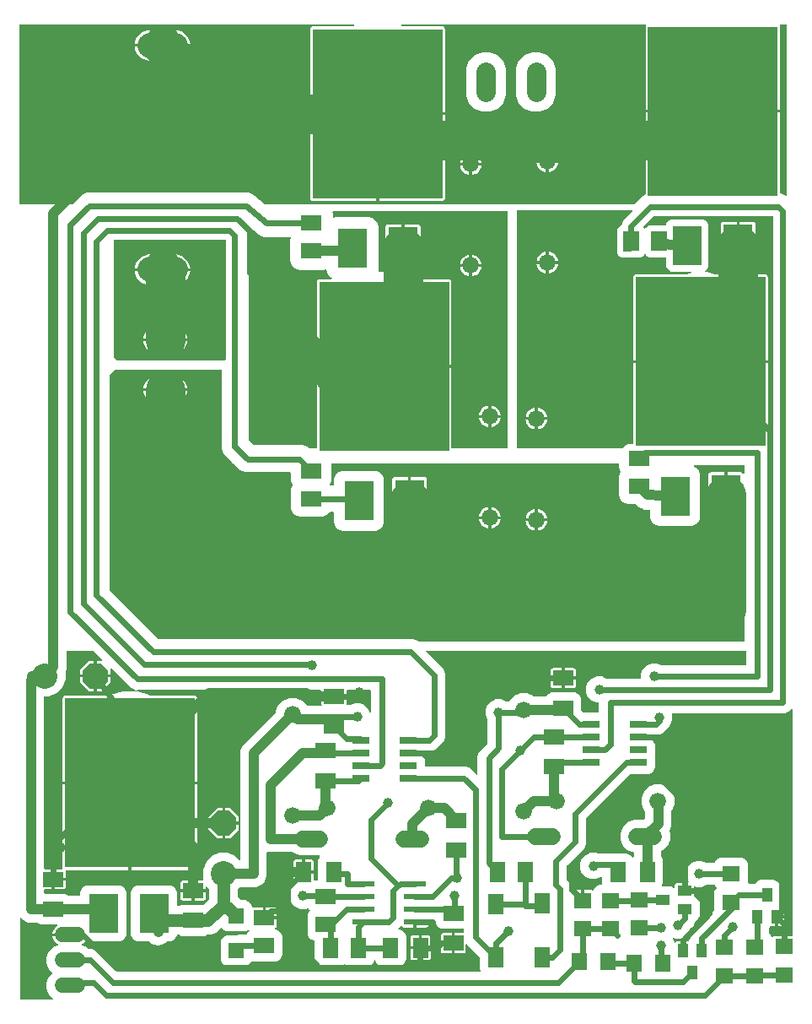
<source format=gtl>
G04 EAGLE Gerber RS-274X export*
G75*
%MOMM*%
%FSLAX34Y34*%
%LPD*%
%INTop Copper*%
%IPPOS*%
%AMOC8*
5,1,8,0,0,1.08239X$1,22.5*%
G01*
%ADD10R,1.780000X0.720000*%
%ADD11R,13.000000X17.000000*%
%ADD12R,3.000000X4.000000*%
%ADD13R,2.200000X0.600000*%
%ADD14R,1.500000X2.000000*%
%ADD15R,2.000000X1.500000*%
%ADD16R,2.000000X1.600000*%
%ADD17R,1.600000X2.000000*%
%ADD18C,2.540000*%
%ADD19P,2.749271X8X22.500000*%
%ADD20R,1.500000X1.500000*%
%ADD21C,1.676400*%
%ADD22C,1.524000*%
%ADD23C,1.981200*%
%ADD24C,1.676400*%
%ADD25P,2.749271X8X112.500000*%
%ADD26C,2.540000*%
%ADD27R,1.803000X1.600000*%
%ADD28R,1.600000X1.803000*%
%ADD29R,1.400000X1.000000*%
%ADD30R,1.000000X1.400000*%
%ADD31C,4.000000*%
%ADD32C,0.609600*%
%ADD33C,1.006400*%
%ADD34C,0.600000*%
%ADD35C,1.016000*%
%ADD36C,1.270000*%

G36*
X739550Y370242D02*
X739550Y370242D01*
X739569Y370240D01*
X739671Y370262D01*
X739773Y370279D01*
X739790Y370288D01*
X739810Y370292D01*
X739899Y370345D01*
X739990Y370394D01*
X740004Y370408D01*
X740021Y370418D01*
X740088Y370497D01*
X740160Y370572D01*
X740168Y370590D01*
X740181Y370605D01*
X740220Y370701D01*
X740263Y370795D01*
X740265Y370815D01*
X740273Y370833D01*
X740291Y371000D01*
X740291Y495771D01*
X740284Y495818D01*
X740285Y495866D01*
X740264Y495939D01*
X740252Y496014D01*
X740229Y496056D01*
X740215Y496102D01*
X740172Y496164D01*
X740136Y496231D01*
X740102Y496264D01*
X740074Y496303D01*
X740013Y496348D01*
X739958Y496401D01*
X739914Y496421D01*
X739876Y496449D01*
X739804Y496472D01*
X739735Y496504D01*
X739687Y496509D01*
X739642Y496524D01*
X739566Y496523D01*
X739491Y496531D01*
X739444Y496521D01*
X739396Y496520D01*
X739324Y496495D01*
X739250Y496479D01*
X739209Y496454D01*
X739164Y496438D01*
X739104Y496392D01*
X739039Y496353D01*
X739008Y496316D01*
X738970Y496287D01*
X738894Y496183D01*
X738879Y496166D01*
X738877Y496160D01*
X738871Y496152D01*
X738633Y495740D01*
X738160Y495267D01*
X737581Y494932D01*
X736934Y494759D01*
X723123Y494759D01*
X723123Y516538D01*
X723120Y516558D01*
X723122Y516577D01*
X723100Y516679D01*
X723083Y516781D01*
X723074Y516798D01*
X723070Y516818D01*
X723017Y516907D01*
X722968Y516998D01*
X722954Y517012D01*
X722944Y517029D01*
X722865Y517096D01*
X722790Y517167D01*
X722772Y517176D01*
X722757Y517189D01*
X722661Y517228D01*
X722567Y517271D01*
X722547Y517273D01*
X722529Y517281D01*
X722362Y517299D01*
X721599Y517299D01*
X721599Y517301D01*
X722362Y517301D01*
X722382Y517304D01*
X722401Y517302D01*
X722503Y517324D01*
X722605Y517341D01*
X722622Y517350D01*
X722642Y517354D01*
X722731Y517407D01*
X722822Y517456D01*
X722836Y517470D01*
X722853Y517480D01*
X722920Y517559D01*
X722991Y517634D01*
X723000Y517652D01*
X723013Y517667D01*
X723052Y517763D01*
X723095Y517857D01*
X723097Y517877D01*
X723105Y517895D01*
X723123Y518062D01*
X723123Y539841D01*
X736934Y539841D01*
X737581Y539668D01*
X738160Y539333D01*
X738633Y538860D01*
X738871Y538448D01*
X738901Y538411D01*
X738924Y538369D01*
X738979Y538317D01*
X739027Y538258D01*
X739067Y538233D01*
X739102Y538199D01*
X739171Y538168D01*
X739235Y538127D01*
X739281Y538116D01*
X739325Y538096D01*
X739400Y538088D01*
X739474Y538070D01*
X739522Y538074D01*
X739569Y538069D01*
X739644Y538085D01*
X739719Y538092D01*
X739763Y538111D01*
X739810Y538121D01*
X739875Y538160D01*
X739944Y538190D01*
X739980Y538223D01*
X740021Y538247D01*
X740070Y538305D01*
X740126Y538356D01*
X740150Y538398D01*
X740181Y538434D01*
X740209Y538505D01*
X740246Y538571D01*
X740255Y538618D01*
X740273Y538662D01*
X740287Y538791D01*
X740291Y538812D01*
X740290Y538819D01*
X740291Y538829D01*
X740291Y546030D01*
X740288Y546050D01*
X740290Y546069D01*
X740268Y546171D01*
X740252Y546273D01*
X740242Y546290D01*
X740238Y546310D01*
X740185Y546399D01*
X740136Y546490D01*
X740122Y546504D01*
X740112Y546521D01*
X740033Y546588D01*
X739958Y546660D01*
X739940Y546668D01*
X739925Y546681D01*
X739829Y546720D01*
X739735Y546763D01*
X739715Y546765D01*
X739697Y546773D01*
X739530Y546791D01*
X690198Y546791D01*
X690102Y546776D01*
X690005Y546766D01*
X689981Y546756D01*
X689956Y546752D01*
X689870Y546706D01*
X689781Y546666D01*
X689761Y546649D01*
X689738Y546636D01*
X689671Y546566D01*
X689599Y546500D01*
X689587Y546477D01*
X689569Y546458D01*
X689528Y546370D01*
X689481Y546284D01*
X689476Y546259D01*
X689465Y546235D01*
X689454Y546138D01*
X689437Y546042D01*
X689441Y546016D01*
X689438Y545991D01*
X689459Y545895D01*
X689473Y545799D01*
X689485Y545776D01*
X689490Y545750D01*
X689540Y545667D01*
X689584Y545580D01*
X689603Y545561D01*
X689616Y545539D01*
X689690Y545476D01*
X689760Y545408D01*
X689789Y545392D01*
X689803Y545379D01*
X689834Y545367D01*
X689907Y545327D01*
X691556Y544644D01*
X694414Y541786D01*
X695961Y538051D01*
X695961Y494009D01*
X694414Y490274D01*
X691556Y487416D01*
X687821Y485869D01*
X653779Y485869D01*
X650044Y487416D01*
X647186Y490274D01*
X645639Y494009D01*
X645639Y501327D01*
X645639Y501328D01*
X645620Y501444D01*
X645600Y501570D01*
X645599Y501570D01*
X645537Y501688D01*
X645484Y501787D01*
X645484Y501788D01*
X645396Y501870D01*
X645306Y501956D01*
X645306Y501957D01*
X645305Y501957D01*
X645200Y502006D01*
X645083Y502060D01*
X645082Y502060D01*
X644917Y502087D01*
X642795Y502195D01*
X642780Y502193D01*
X642756Y502196D01*
X640132Y502196D01*
X639883Y502299D01*
X639838Y502310D01*
X639795Y502329D01*
X639662Y502351D01*
X639643Y502355D01*
X639638Y502355D01*
X639630Y502356D01*
X639361Y502370D01*
X636990Y503496D01*
X636976Y503500D01*
X636955Y503512D01*
X634530Y504516D01*
X634339Y504707D01*
X634302Y504734D01*
X634270Y504768D01*
X634156Y504839D01*
X634140Y504850D01*
X634135Y504852D01*
X634128Y504856D01*
X633884Y504972D01*
X632125Y506920D01*
X632113Y506929D01*
X632098Y506948D01*
X631330Y507716D01*
X631256Y507769D01*
X631187Y507829D01*
X631157Y507841D01*
X631130Y507860D01*
X631043Y507887D01*
X630958Y507921D01*
X630918Y507925D01*
X630895Y507932D01*
X630863Y507931D01*
X630792Y507939D01*
X622479Y507939D01*
X618744Y509486D01*
X615886Y512344D01*
X614339Y516079D01*
X614339Y536121D01*
X615867Y539809D01*
X615888Y539897D01*
X615916Y539984D01*
X615916Y540017D01*
X615923Y540048D01*
X615914Y540139D01*
X615913Y540230D01*
X615902Y540270D01*
X615900Y540293D01*
X615887Y540322D01*
X615867Y540391D01*
X614339Y544079D01*
X614339Y548000D01*
X614336Y548020D01*
X614338Y548039D01*
X614316Y548141D01*
X614300Y548243D01*
X614290Y548260D01*
X614286Y548280D01*
X614233Y548369D01*
X614184Y548460D01*
X614170Y548474D01*
X614160Y548491D01*
X614081Y548558D01*
X614006Y548630D01*
X613988Y548638D01*
X613973Y548651D01*
X613877Y548690D01*
X613783Y548733D01*
X613763Y548735D01*
X613745Y548743D01*
X613578Y548761D01*
X326022Y548761D01*
X326002Y548758D01*
X325983Y548760D01*
X325881Y548738D01*
X325779Y548722D01*
X325762Y548712D01*
X325742Y548708D01*
X325653Y548655D01*
X325562Y548606D01*
X325548Y548592D01*
X325531Y548582D01*
X325464Y548503D01*
X325392Y548428D01*
X325384Y548410D01*
X325371Y548395D01*
X325332Y548299D01*
X325289Y548205D01*
X325287Y548185D01*
X325279Y548167D01*
X325261Y548000D01*
X325261Y531179D01*
X323733Y527491D01*
X323712Y527403D01*
X323684Y527316D01*
X323684Y527283D01*
X323677Y527252D01*
X323686Y527161D01*
X323687Y527070D01*
X323698Y527030D01*
X323700Y527007D01*
X323713Y526978D01*
X323733Y526909D01*
X323746Y526879D01*
X323787Y526812D01*
X323800Y526782D01*
X323815Y526766D01*
X323867Y526679D01*
X323872Y526675D01*
X323875Y526670D01*
X323965Y526595D01*
X324054Y526519D01*
X324060Y526517D01*
X324065Y526513D01*
X324173Y526471D01*
X324282Y526427D01*
X324290Y526426D01*
X324294Y526425D01*
X324313Y526424D01*
X324449Y526409D01*
X327278Y526409D01*
X327298Y526412D01*
X327317Y526410D01*
X327419Y526432D01*
X327521Y526448D01*
X327538Y526458D01*
X327558Y526462D01*
X327647Y526515D01*
X327738Y526564D01*
X327752Y526578D01*
X327769Y526588D01*
X327836Y526667D01*
X327908Y526742D01*
X327916Y526760D01*
X327929Y526775D01*
X327968Y526871D01*
X328011Y526965D01*
X328013Y526985D01*
X328021Y527003D01*
X328039Y527170D01*
X328039Y533251D01*
X329586Y536986D01*
X332444Y539844D01*
X336179Y541391D01*
X370221Y541391D01*
X373956Y539844D01*
X376814Y536986D01*
X378361Y533251D01*
X378361Y489209D01*
X376814Y485474D01*
X373956Y482616D01*
X370221Y481069D01*
X336179Y481069D01*
X332444Y482616D01*
X329586Y485474D01*
X328039Y489209D01*
X328039Y499230D01*
X328036Y499250D01*
X328038Y499269D01*
X328016Y499371D01*
X328000Y499473D01*
X327990Y499490D01*
X327986Y499510D01*
X327933Y499599D01*
X327884Y499690D01*
X327870Y499704D01*
X327860Y499721D01*
X327781Y499788D01*
X327706Y499860D01*
X327688Y499868D01*
X327673Y499881D01*
X327577Y499920D01*
X327483Y499963D01*
X327463Y499965D01*
X327445Y499973D01*
X327278Y499991D01*
X324449Y499991D01*
X324335Y499973D01*
X324218Y499955D01*
X324212Y499953D01*
X324206Y499952D01*
X324103Y499897D01*
X323999Y499844D01*
X323994Y499839D01*
X323989Y499836D01*
X323908Y499751D01*
X323827Y499668D01*
X323823Y499662D01*
X323820Y499658D01*
X323812Y499641D01*
X323746Y499521D01*
X323714Y499444D01*
X320856Y496586D01*
X317121Y495039D01*
X293079Y495039D01*
X289344Y496586D01*
X286486Y499444D01*
X284939Y503179D01*
X284939Y523221D01*
X286467Y526909D01*
X286488Y526997D01*
X286516Y527084D01*
X286516Y527117D01*
X286523Y527148D01*
X286514Y527239D01*
X286513Y527330D01*
X286502Y527370D01*
X286500Y527393D01*
X286487Y527422D01*
X286467Y527491D01*
X284939Y531179D01*
X284939Y539030D01*
X284936Y539050D01*
X284938Y539069D01*
X284916Y539171D01*
X284900Y539273D01*
X284890Y539290D01*
X284886Y539310D01*
X284833Y539399D01*
X284784Y539490D01*
X284770Y539504D01*
X284760Y539521D01*
X284681Y539588D01*
X284606Y539660D01*
X284588Y539668D01*
X284573Y539681D01*
X284477Y539720D01*
X284383Y539763D01*
X284363Y539765D01*
X284345Y539773D01*
X284178Y539791D01*
X238873Y539791D01*
X234018Y541802D01*
X227282Y548538D01*
X227208Y548591D01*
X227138Y548651D01*
X227108Y548663D01*
X227082Y548682D01*
X226995Y548709D01*
X226910Y548743D01*
X226869Y548747D01*
X226847Y548754D01*
X226815Y548753D01*
X226743Y548761D01*
X225261Y548761D01*
X225261Y550243D01*
X225247Y550334D01*
X225239Y550424D01*
X225227Y550454D01*
X225222Y550486D01*
X225179Y550567D01*
X225143Y550651D01*
X225117Y550683D01*
X225106Y550704D01*
X225083Y550726D01*
X225038Y550782D01*
X221125Y554695D01*
X217302Y558518D01*
X215291Y563373D01*
X215291Y642000D01*
X215288Y642020D01*
X215290Y642039D01*
X215268Y642141D01*
X215252Y642243D01*
X215242Y642260D01*
X215238Y642280D01*
X215185Y642369D01*
X215136Y642460D01*
X215122Y642474D01*
X215112Y642491D01*
X215033Y642558D01*
X214958Y642630D01*
X214940Y642638D01*
X214925Y642651D01*
X214829Y642690D01*
X214735Y642733D01*
X214715Y642735D01*
X214697Y642743D01*
X214530Y642761D01*
X163901Y642761D01*
X163885Y642759D01*
X163870Y642761D01*
X163704Y642735D01*
X162771Y642485D01*
X154829Y642485D01*
X153896Y642735D01*
X153880Y642737D01*
X153866Y642743D01*
X153699Y642761D01*
X108500Y642761D01*
X108410Y642747D01*
X108319Y642739D01*
X108289Y642727D01*
X108257Y642722D01*
X108177Y642679D01*
X108093Y642643D01*
X108061Y642617D01*
X108040Y642606D01*
X108018Y642583D01*
X107962Y642538D01*
X102932Y637508D01*
X102879Y637434D01*
X102819Y637365D01*
X102807Y637335D01*
X102788Y637309D01*
X102761Y637222D01*
X102727Y637137D01*
X102723Y637096D01*
X102716Y637073D01*
X102717Y637041D01*
X102709Y636970D01*
X102709Y422287D01*
X102723Y422196D01*
X102731Y422106D01*
X102743Y422076D01*
X102748Y422044D01*
X102791Y421963D01*
X102827Y421879D01*
X102853Y421847D01*
X102864Y421826D01*
X102887Y421804D01*
X102932Y421748D01*
X151748Y372932D01*
X151822Y372879D01*
X151892Y372819D01*
X151922Y372807D01*
X151948Y372788D01*
X152035Y372761D01*
X152120Y372727D01*
X152161Y372723D01*
X152183Y372716D01*
X152215Y372717D01*
X152287Y372709D01*
X407627Y372709D01*
X412482Y370698D01*
X412718Y370462D01*
X412792Y370409D01*
X412862Y370349D01*
X412892Y370337D01*
X412918Y370318D01*
X413005Y370291D01*
X413090Y370257D01*
X413131Y370253D01*
X413153Y370246D01*
X413185Y370247D01*
X413257Y370239D01*
X739530Y370239D01*
X739550Y370242D01*
G37*
G36*
X64834Y808254D02*
X64834Y808254D01*
X64924Y808261D01*
X64954Y808273D01*
X64986Y808279D01*
X65067Y808321D01*
X65151Y808357D01*
X65183Y808383D01*
X65204Y808394D01*
X65226Y808417D01*
X65282Y808462D01*
X75018Y818198D01*
X79873Y820209D01*
X239047Y820209D01*
X239074Y820213D01*
X239127Y820213D01*
X241010Y820411D01*
X241589Y820240D01*
X241614Y820237D01*
X241638Y820227D01*
X241805Y820209D01*
X242408Y820209D01*
X244157Y819484D01*
X244184Y819478D01*
X244233Y819457D01*
X246048Y818920D01*
X246518Y818540D01*
X246540Y818528D01*
X246558Y818510D01*
X246705Y818429D01*
X247263Y818198D01*
X248602Y816859D01*
X248624Y816843D01*
X248661Y816806D01*
X259036Y808408D01*
X259081Y808383D01*
X259120Y808349D01*
X259187Y808322D01*
X259250Y808286D01*
X259301Y808277D01*
X259349Y808257D01*
X259465Y808244D01*
X259491Y808239D01*
X259501Y808240D01*
X259515Y808239D01*
X293133Y808239D01*
X293198Y808249D01*
X293263Y808250D01*
X293343Y808273D01*
X293376Y808279D01*
X293393Y808288D01*
X293424Y808297D01*
X293579Y808361D01*
X317621Y808361D01*
X317776Y808297D01*
X317839Y808282D01*
X317900Y808257D01*
X317983Y808248D01*
X318015Y808241D01*
X318034Y808242D01*
X318067Y808239D01*
X628743Y808239D01*
X628834Y808254D01*
X628924Y808261D01*
X628954Y808273D01*
X628986Y808279D01*
X629067Y808321D01*
X629151Y808357D01*
X629183Y808383D01*
X629204Y808394D01*
X629226Y808417D01*
X629282Y808462D01*
X638018Y817198D01*
X640489Y818222D01*
X640589Y818283D01*
X640689Y818343D01*
X640693Y818348D01*
X640698Y818351D01*
X640773Y818441D01*
X640849Y818530D01*
X640851Y818536D01*
X640855Y818541D01*
X640897Y818649D01*
X640941Y818758D01*
X640942Y818766D01*
X640943Y818770D01*
X640944Y818789D01*
X640959Y818925D01*
X640959Y900577D01*
X676486Y900577D01*
X676534Y900585D01*
X676582Y900583D01*
X676654Y900604D01*
X676729Y900617D01*
X676771Y900639D01*
X676817Y900653D01*
X676879Y900696D01*
X676946Y900732D01*
X676979Y900766D01*
X677019Y900794D01*
X677064Y900855D01*
X677116Y900910D01*
X677136Y900954D01*
X677164Y900992D01*
X677187Y901064D01*
X677219Y901133D01*
X677225Y901181D01*
X677239Y901226D01*
X677238Y901302D01*
X677246Y901378D01*
X677236Y901424D01*
X677236Y901472D01*
X677210Y901544D01*
X677194Y901618D01*
X677170Y901659D01*
X677154Y901704D01*
X677107Y901764D01*
X677068Y901829D01*
X677032Y901860D01*
X677002Y901898D01*
X676898Y901974D01*
X676881Y901989D01*
X676875Y901991D01*
X676867Y901997D01*
X676528Y902193D01*
X675321Y903400D01*
X675247Y903453D01*
X675177Y903513D01*
X675147Y903525D01*
X675121Y903544D01*
X675034Y903571D01*
X674949Y903605D01*
X674908Y903609D01*
X674886Y903616D01*
X674854Y903615D01*
X674782Y903623D01*
X640959Y903623D01*
X640959Y987434D01*
X641143Y988119D01*
X641155Y988238D01*
X641168Y988355D01*
X641167Y988360D01*
X641167Y988364D01*
X641141Y988479D01*
X641115Y988596D01*
X641113Y988599D01*
X641112Y988603D01*
X641050Y988705D01*
X640989Y988807D01*
X640986Y988810D01*
X640984Y988813D01*
X640893Y988889D01*
X640802Y988967D01*
X640798Y988968D01*
X640795Y988971D01*
X640686Y989014D01*
X640574Y989059D01*
X640569Y989059D01*
X640566Y989061D01*
X640552Y989061D01*
X640407Y989077D01*
X396161Y989077D01*
X396113Y989070D01*
X396065Y989071D01*
X395993Y989050D01*
X395918Y989038D01*
X395875Y989015D01*
X395829Y989001D01*
X395767Y988958D01*
X395700Y988922D01*
X395667Y988888D01*
X395628Y988860D01*
X395583Y988799D01*
X395531Y988744D01*
X395511Y988701D01*
X395482Y988662D01*
X395459Y988590D01*
X395427Y988521D01*
X395422Y988473D01*
X395407Y988428D01*
X395409Y988352D01*
X395400Y988277D01*
X395410Y988230D01*
X395411Y988182D01*
X395436Y988110D01*
X395453Y988036D01*
X395477Y987995D01*
X395493Y987950D01*
X395540Y987890D01*
X395579Y987825D01*
X395615Y987794D01*
X395645Y987756D01*
X395749Y987680D01*
X395766Y987665D01*
X395772Y987663D01*
X395780Y987657D01*
X396670Y987143D01*
X396778Y987102D01*
X396884Y987059D01*
X396894Y987058D01*
X396900Y987056D01*
X396923Y987055D01*
X397051Y987041D01*
X437334Y987041D01*
X437981Y986868D01*
X438560Y986533D01*
X439033Y986060D01*
X439368Y985481D01*
X439541Y984834D01*
X439541Y901023D01*
X405718Y901023D01*
X405628Y901008D01*
X405537Y901001D01*
X405507Y900989D01*
X405475Y900983D01*
X405394Y900941D01*
X405310Y900905D01*
X405278Y900879D01*
X405258Y900868D01*
X405235Y900845D01*
X405179Y900800D01*
X403972Y899593D01*
X403633Y899397D01*
X403596Y899367D01*
X403554Y899344D01*
X403502Y899290D01*
X403443Y899242D01*
X403417Y899201D01*
X403384Y899166D01*
X403352Y899097D01*
X403312Y899033D01*
X403301Y898987D01*
X403281Y898943D01*
X403272Y898868D01*
X403255Y898794D01*
X403259Y898746D01*
X403254Y898699D01*
X403270Y898624D01*
X403276Y898549D01*
X403296Y898505D01*
X403306Y898458D01*
X403345Y898393D01*
X403375Y898324D01*
X403407Y898288D01*
X403432Y898247D01*
X403489Y898198D01*
X403540Y898142D01*
X403582Y898118D01*
X403619Y898087D01*
X403689Y898059D01*
X403755Y898022D01*
X403802Y898013D01*
X403847Y897995D01*
X403975Y897981D01*
X403997Y897977D01*
X404004Y897978D01*
X404014Y897977D01*
X439541Y897977D01*
X439541Y814166D01*
X439368Y813519D01*
X439033Y812940D01*
X438560Y812467D01*
X437981Y812132D01*
X437334Y811959D01*
X373523Y811959D01*
X373523Y888428D01*
X373520Y888448D01*
X373522Y888467D01*
X373500Y888569D01*
X373483Y888671D01*
X373474Y888688D01*
X373470Y888708D01*
X373417Y888797D01*
X373368Y888888D01*
X373354Y888902D01*
X373344Y888919D01*
X373265Y888986D01*
X373190Y889058D01*
X373172Y889066D01*
X373157Y889079D01*
X373061Y889118D01*
X372967Y889161D01*
X372947Y889163D01*
X372929Y889171D01*
X372762Y889189D01*
X371238Y889189D01*
X371218Y889186D01*
X371199Y889188D01*
X371097Y889166D01*
X370995Y889150D01*
X370978Y889140D01*
X370958Y889136D01*
X370869Y889083D01*
X370778Y889034D01*
X370764Y889020D01*
X370747Y889010D01*
X370680Y888931D01*
X370609Y888856D01*
X370600Y888838D01*
X370587Y888823D01*
X370548Y888727D01*
X370505Y888633D01*
X370503Y888613D01*
X370495Y888595D01*
X370477Y888428D01*
X370477Y811959D01*
X306666Y811959D01*
X306019Y812132D01*
X305440Y812467D01*
X304967Y812940D01*
X304632Y813519D01*
X304459Y814166D01*
X304459Y897977D01*
X339986Y897977D01*
X340034Y897985D01*
X340082Y897983D01*
X340154Y898004D01*
X340229Y898017D01*
X340271Y898039D01*
X340317Y898053D01*
X340379Y898096D01*
X340446Y898132D01*
X340479Y898166D01*
X340519Y898194D01*
X340564Y898255D01*
X340616Y898310D01*
X340636Y898353D01*
X340664Y898392D01*
X340687Y898464D01*
X340719Y898533D01*
X340725Y898581D01*
X340739Y898626D01*
X340738Y898702D01*
X340746Y898778D01*
X340736Y898824D01*
X340736Y898872D01*
X340710Y898944D01*
X340694Y899018D01*
X340670Y899059D01*
X340654Y899104D01*
X340607Y899164D01*
X340568Y899229D01*
X340532Y899260D01*
X340502Y899298D01*
X340398Y899374D01*
X340381Y899389D01*
X340375Y899391D01*
X340367Y899397D01*
X340028Y899593D01*
X338821Y900800D01*
X338747Y900853D01*
X338677Y900913D01*
X338647Y900925D01*
X338621Y900944D01*
X338534Y900971D01*
X338449Y901005D01*
X338408Y901009D01*
X338386Y901016D01*
X338354Y901015D01*
X338282Y901023D01*
X304459Y901023D01*
X304459Y984834D01*
X304632Y985481D01*
X304967Y986060D01*
X305440Y986533D01*
X306019Y986868D01*
X306666Y987041D01*
X346949Y987041D01*
X347062Y987059D01*
X347176Y987075D01*
X347185Y987079D01*
X347192Y987080D01*
X347212Y987091D01*
X347330Y987143D01*
X348220Y987657D01*
X348257Y987687D01*
X348300Y987710D01*
X348352Y987764D01*
X348410Y987813D01*
X348436Y987853D01*
X348469Y987888D01*
X348501Y987957D01*
X348541Y988021D01*
X348552Y988068D01*
X348573Y988111D01*
X348581Y988186D01*
X348599Y988260D01*
X348594Y988308D01*
X348600Y988355D01*
X348584Y988430D01*
X348577Y988505D01*
X348558Y988549D01*
X348547Y988596D01*
X348509Y988661D01*
X348478Y988730D01*
X348446Y988766D01*
X348421Y988807D01*
X348364Y988856D01*
X348313Y988912D01*
X348271Y988936D01*
X348234Y988967D01*
X348164Y988995D01*
X348098Y989032D01*
X348051Y989041D01*
X348006Y989059D01*
X347878Y989073D01*
X347856Y989077D01*
X347850Y989076D01*
X347839Y989077D01*
X13000Y989077D01*
X12980Y989074D01*
X12961Y989076D01*
X12859Y989054D01*
X12757Y989038D01*
X12740Y989028D01*
X12720Y989024D01*
X12631Y988971D01*
X12540Y988922D01*
X12526Y988908D01*
X12509Y988898D01*
X12442Y988819D01*
X12370Y988744D01*
X12362Y988726D01*
X12349Y988711D01*
X12310Y988615D01*
X12267Y988521D01*
X12265Y988501D01*
X12257Y988483D01*
X12239Y988316D01*
X12239Y809000D01*
X12242Y808980D01*
X12240Y808961D01*
X12262Y808859D01*
X12279Y808757D01*
X12288Y808740D01*
X12292Y808720D01*
X12345Y808631D01*
X12394Y808540D01*
X12408Y808526D01*
X12418Y808509D01*
X12497Y808442D01*
X12572Y808371D01*
X12590Y808362D01*
X12605Y808349D01*
X12701Y808310D01*
X12795Y808267D01*
X12815Y808265D01*
X12833Y808257D01*
X13000Y808239D01*
X64743Y808239D01*
X64834Y808254D01*
G37*
G36*
X474858Y38780D02*
X474858Y38780D01*
X474904Y38778D01*
X474979Y38800D01*
X475056Y38812D01*
X475096Y38834D01*
X475141Y38847D01*
X475205Y38891D01*
X475273Y38928D01*
X475305Y38961D01*
X475343Y38987D01*
X475389Y39050D01*
X475443Y39106D01*
X475462Y39148D01*
X475489Y39184D01*
X475514Y39258D01*
X475546Y39329D01*
X475551Y39375D01*
X475566Y39418D01*
X475565Y39496D01*
X475573Y39573D01*
X475564Y39618D01*
X475563Y39664D01*
X475525Y39796D01*
X475521Y39814D01*
X475519Y39818D01*
X475517Y39825D01*
X474871Y41383D01*
X474871Y53007D01*
X474857Y53097D01*
X474849Y53188D01*
X474837Y53218D01*
X474832Y53250D01*
X474789Y53331D01*
X474753Y53414D01*
X474727Y53447D01*
X474716Y53467D01*
X474693Y53489D01*
X474648Y53545D01*
X463776Y64418D01*
X461840Y66353D01*
X461782Y66395D01*
X461730Y66445D01*
X461683Y66467D01*
X461641Y66497D01*
X461572Y66518D01*
X461507Y66548D01*
X461455Y66554D01*
X461405Y66569D01*
X461334Y66567D01*
X461263Y66575D01*
X461212Y66564D01*
X461160Y66563D01*
X461092Y66538D01*
X461022Y66523D01*
X460977Y66496D01*
X460929Y66479D01*
X460873Y66434D01*
X460811Y66397D01*
X460777Y66357D01*
X460737Y66325D01*
X460698Y66265D01*
X460651Y66210D01*
X460632Y66162D01*
X460604Y66118D01*
X460586Y66048D01*
X460559Y65982D01*
X460551Y65911D01*
X460543Y65879D01*
X460545Y65856D01*
X460541Y65815D01*
X460541Y59666D01*
X460368Y59019D01*
X460033Y58440D01*
X459560Y57967D01*
X458981Y57632D01*
X458334Y57459D01*
X449523Y57459D01*
X449523Y66738D01*
X449520Y66758D01*
X449522Y66777D01*
X449500Y66879D01*
X449483Y66981D01*
X449474Y66998D01*
X449470Y67018D01*
X449417Y67107D01*
X449368Y67198D01*
X449354Y67212D01*
X449344Y67229D01*
X449265Y67296D01*
X449190Y67367D01*
X449172Y67376D01*
X449157Y67389D01*
X449061Y67428D01*
X448967Y67471D01*
X448947Y67473D01*
X448929Y67481D01*
X448762Y67499D01*
X447999Y67499D01*
X447999Y67501D01*
X448762Y67501D01*
X448782Y67504D01*
X448801Y67502D01*
X448903Y67524D01*
X449005Y67541D01*
X449022Y67550D01*
X449042Y67554D01*
X449131Y67607D01*
X449222Y67656D01*
X449236Y67670D01*
X449253Y67680D01*
X449320Y67759D01*
X449391Y67834D01*
X449400Y67852D01*
X449413Y67867D01*
X449452Y67963D01*
X449495Y68057D01*
X449497Y68077D01*
X449505Y68095D01*
X449523Y68262D01*
X449523Y77541D01*
X458062Y77541D01*
X458082Y77544D01*
X458101Y77542D01*
X458203Y77564D01*
X458305Y77580D01*
X458322Y77590D01*
X458342Y77594D01*
X458431Y77647D01*
X458522Y77696D01*
X458536Y77710D01*
X458553Y77720D01*
X458620Y77799D01*
X458692Y77874D01*
X458700Y77892D01*
X458713Y77907D01*
X458752Y78003D01*
X458795Y78097D01*
X458797Y78117D01*
X458805Y78135D01*
X458823Y78302D01*
X458823Y81110D01*
X458820Y81130D01*
X458822Y81149D01*
X458800Y81251D01*
X458784Y81353D01*
X458774Y81370D01*
X458770Y81390D01*
X458717Y81479D01*
X458668Y81570D01*
X458654Y81584D01*
X458644Y81601D01*
X458565Y81668D01*
X458490Y81740D01*
X458472Y81748D01*
X458457Y81761D01*
X458361Y81800D01*
X458267Y81843D01*
X458247Y81845D01*
X458229Y81853D01*
X458062Y81871D01*
X436383Y81871D01*
X433395Y83109D01*
X431109Y85395D01*
X429871Y88383D01*
X429871Y89612D01*
X429868Y89632D01*
X429870Y89651D01*
X429848Y89753D01*
X429832Y89855D01*
X429822Y89872D01*
X429818Y89892D01*
X429765Y89981D01*
X429716Y90072D01*
X429702Y90086D01*
X429692Y90103D01*
X429613Y90170D01*
X429538Y90242D01*
X429520Y90250D01*
X429505Y90263D01*
X429409Y90302D01*
X429315Y90345D01*
X429295Y90347D01*
X429277Y90355D01*
X429110Y90373D01*
X423802Y90373D01*
X423782Y90370D01*
X423763Y90372D01*
X423661Y90350D01*
X423655Y90349D01*
X410238Y90349D01*
X410219Y90346D01*
X410199Y90348D01*
X410097Y90326D01*
X409995Y90310D01*
X409978Y90300D01*
X409958Y90296D01*
X409869Y90243D01*
X409778Y90194D01*
X409764Y90180D01*
X409747Y90170D01*
X409680Y90091D01*
X409609Y90016D01*
X409600Y89998D01*
X409587Y89983D01*
X409549Y89887D01*
X409505Y89793D01*
X409503Y89773D01*
X409495Y89755D01*
X409477Y89588D01*
X409477Y88873D01*
X408762Y88873D01*
X408742Y88870D01*
X408722Y88872D01*
X408621Y88850D01*
X408519Y88833D01*
X408502Y88824D01*
X408482Y88820D01*
X408393Y88767D01*
X408302Y88718D01*
X408288Y88704D01*
X408271Y88694D01*
X408204Y88615D01*
X408132Y88540D01*
X408124Y88522D01*
X408111Y88507D01*
X408072Y88410D01*
X408029Y88317D01*
X408027Y88297D01*
X408019Y88279D01*
X408001Y88112D01*
X408001Y83309D01*
X398166Y83309D01*
X397519Y83482D01*
X396940Y83817D01*
X396467Y84290D01*
X396278Y84617D01*
X396204Y84707D01*
X396129Y84802D01*
X396125Y84804D01*
X396122Y84807D01*
X396024Y84869D01*
X395922Y84935D01*
X395918Y84936D01*
X395914Y84938D01*
X395799Y84965D01*
X395683Y84995D01*
X395679Y84994D01*
X395675Y84995D01*
X395556Y84985D01*
X395438Y84976D01*
X395434Y84974D01*
X395430Y84974D01*
X395320Y84926D01*
X395212Y84879D01*
X395208Y84876D01*
X395205Y84875D01*
X395194Y84865D01*
X395081Y84774D01*
X392735Y82428D01*
X392693Y82370D01*
X392643Y82318D01*
X392621Y82271D01*
X392591Y82229D01*
X392570Y82160D01*
X392540Y82095D01*
X392534Y82043D01*
X392519Y81993D01*
X392521Y81922D01*
X392513Y81851D01*
X392524Y81800D01*
X392525Y81748D01*
X392550Y81680D01*
X392565Y81610D01*
X392592Y81566D01*
X392609Y81517D01*
X392654Y81461D01*
X392691Y81399D01*
X392731Y81365D01*
X392763Y81325D01*
X392823Y81286D01*
X392878Y81239D01*
X392926Y81220D01*
X392970Y81192D01*
X393040Y81174D01*
X393106Y81147D01*
X393177Y81139D01*
X393209Y81131D01*
X393232Y81133D01*
X393273Y81129D01*
X394117Y81129D01*
X397105Y79891D01*
X399391Y77605D01*
X400629Y74617D01*
X400629Y51383D01*
X399391Y48395D01*
X397105Y46109D01*
X394117Y44871D01*
X375883Y44871D01*
X372895Y46109D01*
X370609Y48395D01*
X369936Y50019D01*
X369898Y50080D01*
X369869Y50146D01*
X369834Y50184D01*
X369807Y50228D01*
X369751Y50274D01*
X369703Y50327D01*
X369657Y50352D01*
X369617Y50385D01*
X369550Y50411D01*
X369487Y50446D01*
X369436Y50455D01*
X369387Y50473D01*
X369316Y50476D01*
X369245Y50489D01*
X369194Y50482D01*
X369142Y50484D01*
X369073Y50464D01*
X369002Y50453D01*
X368955Y50430D01*
X368905Y50415D01*
X368847Y50375D01*
X368783Y50342D01*
X368746Y50305D01*
X368703Y50275D01*
X368661Y50218D01*
X368610Y50166D01*
X368576Y50104D01*
X368557Y50078D01*
X368549Y50055D01*
X368530Y50019D01*
X367691Y47995D01*
X365405Y45709D01*
X362417Y44471D01*
X343183Y44471D01*
X340195Y45709D01*
X339338Y46566D01*
X339322Y46578D01*
X339310Y46593D01*
X339222Y46649D01*
X339139Y46709D01*
X339120Y46715D01*
X339103Y46726D01*
X339002Y46751D01*
X338903Y46782D01*
X338884Y46781D01*
X338864Y46786D01*
X338761Y46778D01*
X338658Y46775D01*
X338639Y46769D01*
X338619Y46767D01*
X338524Y46727D01*
X338427Y46691D01*
X338411Y46679D01*
X338393Y46671D01*
X338262Y46566D01*
X337405Y45709D01*
X334417Y44471D01*
X315183Y44471D01*
X312195Y45709D01*
X309909Y47995D01*
X308671Y50983D01*
X308671Y69360D01*
X308652Y69475D01*
X308635Y69591D01*
X308633Y69597D01*
X308632Y69603D01*
X308577Y69706D01*
X308524Y69811D01*
X308519Y69815D01*
X308516Y69821D01*
X308432Y69900D01*
X308348Y69983D01*
X308342Y69986D01*
X308338Y69990D01*
X308321Y69998D01*
X308201Y70064D01*
X305195Y71309D01*
X302909Y73595D01*
X301671Y76583D01*
X301671Y95817D01*
X302909Y98805D01*
X303766Y99662D01*
X303778Y99678D01*
X303793Y99690D01*
X303849Y99778D01*
X303909Y99861D01*
X303915Y99880D01*
X303926Y99897D01*
X303951Y99998D01*
X303982Y100097D01*
X303981Y100116D01*
X303986Y100136D01*
X303978Y100239D01*
X303975Y100342D01*
X303969Y100361D01*
X303967Y100381D01*
X303927Y100476D01*
X303891Y100573D01*
X303879Y100589D01*
X303871Y100607D01*
X303766Y100738D01*
X302909Y101595D01*
X302559Y102441D01*
X302548Y102458D01*
X302543Y102477D01*
X302484Y102561D01*
X302429Y102650D01*
X302414Y102662D01*
X302402Y102679D01*
X302320Y102740D01*
X302240Y102806D01*
X302221Y102814D01*
X302205Y102825D01*
X302107Y102858D01*
X302010Y102895D01*
X301990Y102895D01*
X301971Y102902D01*
X301868Y102901D01*
X301764Y102905D01*
X301745Y102899D01*
X301725Y102899D01*
X301564Y102853D01*
X299118Y101839D01*
X293882Y101839D01*
X289045Y103843D01*
X285343Y107545D01*
X283339Y112382D01*
X283339Y117618D01*
X285343Y122455D01*
X288709Y125821D01*
X288721Y125837D01*
X288736Y125850D01*
X288792Y125937D01*
X288853Y126021D01*
X288858Y126040D01*
X288869Y126057D01*
X288895Y126157D01*
X288925Y126256D01*
X288924Y126276D01*
X288929Y126295D01*
X288921Y126398D01*
X288919Y126502D01*
X288912Y126521D01*
X288910Y126540D01*
X288870Y126635D01*
X288834Y126733D01*
X288822Y126749D01*
X288814Y126767D01*
X288709Y126898D01*
X288167Y127440D01*
X287832Y128019D01*
X287659Y128666D01*
X287659Y137477D01*
X296938Y137477D01*
X296958Y137480D01*
X296977Y137478D01*
X297079Y137500D01*
X297181Y137517D01*
X297198Y137526D01*
X297218Y137530D01*
X297307Y137583D01*
X297398Y137632D01*
X297412Y137646D01*
X297429Y137656D01*
X297496Y137735D01*
X297567Y137810D01*
X297576Y137828D01*
X297589Y137843D01*
X297628Y137939D01*
X297671Y138033D01*
X297673Y138053D01*
X297681Y138071D01*
X297699Y138238D01*
X297699Y139001D01*
X297701Y139001D01*
X297701Y138238D01*
X297704Y138218D01*
X297702Y138199D01*
X297724Y138097D01*
X297741Y137995D01*
X297750Y137978D01*
X297754Y137958D01*
X297807Y137869D01*
X297856Y137778D01*
X297870Y137764D01*
X297880Y137747D01*
X297959Y137680D01*
X298034Y137609D01*
X298052Y137600D01*
X298067Y137587D01*
X298163Y137548D01*
X298257Y137505D01*
X298277Y137503D01*
X298295Y137495D01*
X298462Y137477D01*
X307741Y137477D01*
X307741Y131090D01*
X307744Y131070D01*
X307742Y131051D01*
X307764Y130949D01*
X307780Y130847D01*
X307790Y130830D01*
X307794Y130810D01*
X307847Y130721D01*
X307896Y130630D01*
X307910Y130616D01*
X307920Y130599D01*
X307999Y130532D01*
X308074Y130460D01*
X308092Y130452D01*
X308107Y130439D01*
X308203Y130400D01*
X308297Y130357D01*
X308317Y130355D01*
X308335Y130347D01*
X308502Y130329D01*
X311310Y130329D01*
X311330Y130332D01*
X311349Y130330D01*
X311451Y130352D01*
X311553Y130368D01*
X311570Y130378D01*
X311590Y130382D01*
X311679Y130435D01*
X311770Y130484D01*
X311784Y130498D01*
X311801Y130508D01*
X311868Y130587D01*
X311940Y130662D01*
X311948Y130680D01*
X311961Y130695D01*
X312000Y130791D01*
X312043Y130885D01*
X312045Y130905D01*
X312053Y130923D01*
X312071Y131090D01*
X312071Y150617D01*
X313309Y153605D01*
X313894Y154190D01*
X313936Y154248D01*
X313985Y154300D01*
X314007Y154347D01*
X314038Y154389D01*
X314059Y154458D01*
X314089Y154523D01*
X314095Y154575D01*
X314110Y154625D01*
X314108Y154696D01*
X314116Y154767D01*
X314105Y154818D01*
X314104Y154870D01*
X314079Y154938D01*
X314064Y155008D01*
X314037Y155053D01*
X314019Y155101D01*
X313974Y155157D01*
X313937Y155219D01*
X313898Y155253D01*
X313865Y155293D01*
X313805Y155332D01*
X313751Y155379D01*
X313702Y155398D01*
X313658Y155426D01*
X313589Y155444D01*
X313522Y155471D01*
X313451Y155479D01*
X313420Y155487D01*
X313397Y155485D01*
X313356Y155489D01*
X293534Y155489D01*
X287465Y158003D01*
X286900Y158568D01*
X286826Y158621D01*
X286757Y158681D01*
X286726Y158693D01*
X286700Y158712D01*
X286613Y158739D01*
X286528Y158773D01*
X286487Y158777D01*
X286465Y158784D01*
X286433Y158783D01*
X286362Y158791D01*
X261873Y158791D01*
X261761Y158837D01*
X261717Y158848D01*
X261675Y158867D01*
X261598Y158876D01*
X261522Y158894D01*
X261476Y158889D01*
X261431Y158894D01*
X261354Y158878D01*
X261277Y158870D01*
X261235Y158852D01*
X261190Y158842D01*
X261123Y158802D01*
X261052Y158770D01*
X261018Y158739D01*
X260979Y158716D01*
X260928Y158657D01*
X260871Y158604D01*
X260849Y158564D01*
X260819Y158529D01*
X260790Y158457D01*
X260753Y158389D01*
X260744Y158343D01*
X260727Y158301D01*
X260712Y158165D01*
X260709Y158147D01*
X260710Y158142D01*
X260709Y158134D01*
X260709Y134373D01*
X258698Y129518D01*
X254982Y125802D01*
X250127Y123791D01*
X233963Y123791D01*
X233873Y123777D01*
X233782Y123769D01*
X233752Y123757D01*
X233720Y123752D01*
X233639Y123709D01*
X233556Y123673D01*
X233523Y123647D01*
X233503Y123636D01*
X233481Y123613D01*
X233425Y123568D01*
X232202Y122345D01*
X232149Y122271D01*
X232089Y122202D01*
X232077Y122172D01*
X232058Y122146D01*
X232031Y122059D01*
X231997Y121974D01*
X231993Y121933D01*
X231986Y121911D01*
X231987Y121878D01*
X231979Y121807D01*
X231979Y113913D01*
X231993Y113823D01*
X232001Y113732D01*
X232013Y113702D01*
X232018Y113670D01*
X232061Y113589D01*
X232097Y113505D01*
X232123Y113473D01*
X232134Y113452D01*
X232157Y113430D01*
X232202Y113374D01*
X234624Y110952D01*
X234698Y110899D01*
X234768Y110839D01*
X234798Y110827D01*
X234824Y110808D01*
X234911Y110781D01*
X234996Y110747D01*
X235037Y110743D01*
X235059Y110736D01*
X235091Y110737D01*
X235163Y110729D01*
X239117Y110729D01*
X242105Y109491D01*
X244391Y107205D01*
X245629Y104217D01*
X245629Y103925D01*
X245644Y103831D01*
X245653Y103736D01*
X245664Y103711D01*
X245668Y103683D01*
X245713Y103599D01*
X245751Y103511D01*
X245770Y103490D01*
X245784Y103465D01*
X245853Y103400D01*
X245917Y103329D01*
X245941Y103315D01*
X245962Y103296D01*
X246048Y103256D01*
X246132Y103209D01*
X246159Y103204D01*
X246185Y103192D01*
X246280Y103182D01*
X246373Y103164D01*
X246401Y103168D01*
X246429Y103165D01*
X246523Y103186D01*
X246617Y103199D01*
X246649Y103213D01*
X246670Y103218D01*
X246698Y103234D01*
X246771Y103266D01*
X247119Y103468D01*
X247766Y103641D01*
X256577Y103641D01*
X256577Y93862D01*
X256580Y93842D01*
X256578Y93823D01*
X256600Y93721D01*
X256617Y93619D01*
X256626Y93602D01*
X256630Y93582D01*
X256683Y93493D01*
X256732Y93402D01*
X256746Y93388D01*
X256756Y93371D01*
X256835Y93304D01*
X256910Y93233D01*
X256928Y93224D01*
X256943Y93211D01*
X257039Y93172D01*
X257133Y93129D01*
X257153Y93127D01*
X257171Y93119D01*
X257338Y93101D01*
X258101Y93101D01*
X258101Y92338D01*
X258104Y92318D01*
X258102Y92299D01*
X258124Y92197D01*
X258141Y92095D01*
X258150Y92078D01*
X258154Y92058D01*
X258207Y91969D01*
X258256Y91878D01*
X258270Y91864D01*
X258280Y91847D01*
X258359Y91780D01*
X258434Y91709D01*
X258452Y91700D01*
X258467Y91687D01*
X258563Y91648D01*
X258657Y91605D01*
X258677Y91603D01*
X258695Y91595D01*
X258862Y91577D01*
X270641Y91577D01*
X270641Y84766D01*
X270468Y84119D01*
X270133Y83540D01*
X269660Y83067D01*
X269081Y82732D01*
X269054Y82725D01*
X269032Y82715D01*
X269008Y82711D01*
X268921Y82665D01*
X268830Y82624D01*
X268812Y82608D01*
X268791Y82596D01*
X268722Y82524D01*
X268650Y82457D01*
X268638Y82436D01*
X268622Y82418D01*
X268580Y82328D01*
X268532Y82241D01*
X268528Y82217D01*
X268518Y82195D01*
X268507Y82096D01*
X268490Y81998D01*
X268493Y81974D01*
X268491Y81951D01*
X268512Y81854D01*
X268527Y81755D01*
X268538Y81734D01*
X268543Y81710D01*
X268594Y81625D01*
X268640Y81537D01*
X268657Y81520D01*
X268669Y81499D01*
X268745Y81434D01*
X268816Y81365D01*
X268838Y81355D01*
X268856Y81339D01*
X268948Y81302D01*
X269038Y81259D01*
X269062Y81256D01*
X269084Y81247D01*
X269251Y81229D01*
X269717Y81229D01*
X272705Y79991D01*
X274991Y77705D01*
X276229Y74717D01*
X276229Y55483D01*
X274991Y52495D01*
X272705Y50209D01*
X269717Y48971D01*
X246483Y48971D01*
X245746Y49277D01*
X245726Y49281D01*
X245709Y49291D01*
X245607Y49309D01*
X245506Y49333D01*
X245487Y49331D01*
X245467Y49335D01*
X245364Y49319D01*
X245262Y49310D01*
X245243Y49302D01*
X245224Y49299D01*
X245131Y49252D01*
X245037Y49210D01*
X245022Y49196D01*
X245004Y49187D01*
X244932Y49113D01*
X244856Y49043D01*
X244846Y49026D01*
X244832Y49012D01*
X244751Y48865D01*
X244391Y47995D01*
X242105Y45709D01*
X239117Y44471D01*
X220883Y44471D01*
X217895Y45709D01*
X215609Y47995D01*
X214371Y50983D01*
X214371Y69217D01*
X215609Y72205D01*
X217895Y74491D01*
X220883Y75729D01*
X231302Y75729D01*
X231367Y75739D01*
X231433Y75740D01*
X231513Y75763D01*
X231545Y75768D01*
X231562Y75778D01*
X231594Y75787D01*
X232777Y76277D01*
X240109Y76277D01*
X240223Y76296D01*
X240340Y76313D01*
X240345Y76315D01*
X240351Y76316D01*
X240454Y76371D01*
X240559Y76424D01*
X240563Y76429D01*
X240569Y76432D01*
X240649Y76516D01*
X240731Y76600D01*
X240735Y76606D01*
X240738Y76610D01*
X240746Y76627D01*
X240812Y76747D01*
X241209Y77705D01*
X242998Y79494D01*
X243055Y79573D01*
X243117Y79648D01*
X243126Y79672D01*
X243141Y79693D01*
X243170Y79786D01*
X243205Y79877D01*
X243206Y79903D01*
X243214Y79928D01*
X243211Y80026D01*
X243215Y80123D01*
X243208Y80148D01*
X243207Y80174D01*
X243174Y80266D01*
X243147Y80359D01*
X243132Y80381D01*
X243123Y80405D01*
X243062Y80481D01*
X243007Y80561D01*
X242986Y80577D01*
X242969Y80597D01*
X242887Y80650D01*
X242809Y80708D01*
X242784Y80716D01*
X242762Y80730D01*
X242668Y80754D01*
X242575Y80784D01*
X242549Y80784D01*
X242524Y80790D01*
X242427Y80783D01*
X242329Y80782D01*
X242298Y80773D01*
X242279Y80771D01*
X242248Y80758D01*
X242168Y80735D01*
X239117Y79471D01*
X220883Y79471D01*
X217895Y80709D01*
X215628Y82976D01*
X215612Y82987D01*
X215600Y83003D01*
X215512Y83059D01*
X215429Y83119D01*
X215410Y83125D01*
X215393Y83136D01*
X215292Y83161D01*
X215194Y83192D01*
X215174Y83191D01*
X215154Y83196D01*
X215051Y83188D01*
X214948Y83185D01*
X214929Y83178D01*
X214909Y83177D01*
X214814Y83137D01*
X214717Y83101D01*
X214701Y83088D01*
X214683Y83081D01*
X214552Y82976D01*
X209702Y78126D01*
X204380Y75921D01*
X201245Y75921D01*
X201180Y75911D01*
X201114Y75910D01*
X201034Y75887D01*
X201002Y75882D01*
X200985Y75872D01*
X200953Y75863D01*
X198317Y74771D01*
X175083Y74771D01*
X172447Y75863D01*
X172383Y75878D01*
X172322Y75903D01*
X172239Y75912D01*
X172207Y75919D01*
X172188Y75918D01*
X172155Y75921D01*
X171191Y75921D01*
X171076Y75902D01*
X170960Y75885D01*
X170954Y75883D01*
X170948Y75882D01*
X170846Y75827D01*
X170741Y75774D01*
X170736Y75769D01*
X170731Y75766D01*
X170651Y75682D01*
X170568Y75598D01*
X170565Y75592D01*
X170561Y75588D01*
X170554Y75571D01*
X170488Y75451D01*
X169321Y72635D01*
X167035Y70349D01*
X164047Y69111D01*
X160820Y69111D01*
X160791Y69106D01*
X160761Y69109D01*
X160670Y69087D01*
X160577Y69072D01*
X160551Y69058D01*
X160522Y69051D01*
X160376Y68968D01*
X157269Y66738D01*
X152153Y65540D01*
X146967Y66391D01*
X142769Y68997D01*
X142766Y68998D01*
X142763Y69001D01*
X142651Y69046D01*
X142542Y69091D01*
X142538Y69091D01*
X142535Y69093D01*
X142368Y69111D01*
X130813Y69111D01*
X127825Y70349D01*
X125539Y72635D01*
X124301Y75623D01*
X124301Y118857D01*
X125539Y121845D01*
X127825Y124131D01*
X130813Y125369D01*
X164047Y125369D01*
X167035Y124131D01*
X169321Y121845D01*
X170559Y118857D01*
X170559Y105640D01*
X170562Y105620D01*
X170560Y105601D01*
X170582Y105499D01*
X170598Y105397D01*
X170608Y105380D01*
X170612Y105360D01*
X170665Y105271D01*
X170714Y105180D01*
X170728Y105166D01*
X170738Y105149D01*
X170817Y105082D01*
X170892Y105010D01*
X170910Y105002D01*
X170925Y104989D01*
X171021Y104950D01*
X171115Y104907D01*
X171135Y104905D01*
X171153Y104897D01*
X171320Y104879D01*
X172155Y104879D01*
X172220Y104889D01*
X172286Y104890D01*
X172366Y104913D01*
X172398Y104918D01*
X172415Y104928D01*
X172447Y104937D01*
X175083Y106029D01*
X196337Y106029D01*
X196427Y106043D01*
X196518Y106051D01*
X196548Y106063D01*
X196580Y106068D01*
X196661Y106111D01*
X196745Y106147D01*
X196777Y106173D01*
X196798Y106184D01*
X196820Y106207D01*
X196876Y106252D01*
X202798Y112174D01*
X202851Y112248D01*
X202911Y112318D01*
X202923Y112348D01*
X202942Y112374D01*
X202969Y112461D01*
X203003Y112546D01*
X203007Y112587D01*
X203014Y112609D01*
X203013Y112641D01*
X203021Y112713D01*
X203021Y121807D01*
X203007Y121897D01*
X202999Y121988D01*
X202987Y122018D01*
X202982Y122050D01*
X202939Y122130D01*
X202903Y122214D01*
X202877Y122247D01*
X202866Y122267D01*
X202843Y122289D01*
X202798Y122345D01*
X200540Y124603D01*
X200482Y124645D01*
X200430Y124695D01*
X200383Y124717D01*
X200341Y124747D01*
X200272Y124768D01*
X200207Y124798D01*
X200155Y124804D01*
X200105Y124819D01*
X200034Y124817D01*
X199963Y124825D01*
X199912Y124814D01*
X199860Y124813D01*
X199792Y124788D01*
X199722Y124773D01*
X199677Y124746D01*
X199629Y124729D01*
X199573Y124684D01*
X199511Y124647D01*
X199477Y124607D01*
X199437Y124575D01*
X199398Y124515D01*
X199351Y124460D01*
X199332Y124412D01*
X199304Y124368D01*
X199286Y124298D01*
X199259Y124232D01*
X199251Y124161D01*
X199243Y124129D01*
X199245Y124106D01*
X199241Y124065D01*
X199241Y121923D01*
X188223Y121923D01*
X188223Y130441D01*
X196574Y130441D01*
X196619Y130448D01*
X196665Y130446D01*
X196740Y130468D01*
X196817Y130480D01*
X196857Y130502D01*
X196902Y130515D01*
X196966Y130559D01*
X197034Y130596D01*
X197066Y130629D01*
X197104Y130655D01*
X197150Y130717D01*
X197204Y130774D01*
X197223Y130816D01*
X197250Y130852D01*
X197275Y130926D01*
X197307Y130997D01*
X197312Y131043D01*
X197327Y131086D01*
X197326Y131164D01*
X197334Y131241D01*
X197325Y131286D01*
X197324Y131332D01*
X197286Y131464D01*
X197282Y131482D01*
X197280Y131486D01*
X197278Y131493D01*
X196671Y132957D01*
X196671Y141243D01*
X199842Y148899D01*
X205701Y154758D01*
X213357Y157929D01*
X221643Y157929D01*
X229299Y154758D01*
X232992Y151065D01*
X233050Y151023D01*
X233102Y150973D01*
X233149Y150951D01*
X233191Y150921D01*
X233260Y150900D01*
X233325Y150870D01*
X233377Y150864D01*
X233427Y150849D01*
X233498Y150851D01*
X233569Y150843D01*
X233620Y150854D01*
X233672Y150855D01*
X233740Y150880D01*
X233810Y150895D01*
X233855Y150922D01*
X233903Y150939D01*
X233959Y150984D01*
X234021Y151021D01*
X234055Y151061D01*
X234095Y151093D01*
X234134Y151153D01*
X234181Y151208D01*
X234200Y151256D01*
X234228Y151300D01*
X234246Y151370D01*
X234273Y151436D01*
X234281Y151507D01*
X234289Y151539D01*
X234287Y151562D01*
X234291Y151603D01*
X234291Y260627D01*
X236302Y265482D01*
X240125Y269305D01*
X269866Y299046D01*
X269919Y299120D01*
X269979Y299190D01*
X269991Y299220D01*
X270010Y299246D01*
X270037Y299333D01*
X270071Y299418D01*
X270075Y299459D01*
X270082Y299481D01*
X270081Y299513D01*
X270089Y299585D01*
X270089Y300384D01*
X272603Y306453D01*
X277247Y311097D01*
X283316Y313611D01*
X289884Y313611D01*
X295953Y311097D01*
X300597Y306453D01*
X300876Y305779D01*
X300938Y305680D01*
X300998Y305579D01*
X301003Y305575D01*
X301006Y305570D01*
X301096Y305495D01*
X301185Y305419D01*
X301191Y305417D01*
X301195Y305413D01*
X301304Y305371D01*
X301413Y305327D01*
X301420Y305326D01*
X301425Y305325D01*
X301443Y305324D01*
X301580Y305309D01*
X315213Y305309D01*
X315307Y305324D01*
X315402Y305333D01*
X315428Y305344D01*
X315456Y305348D01*
X315540Y305393D01*
X315627Y305431D01*
X315648Y305450D01*
X315673Y305464D01*
X315739Y305533D01*
X315809Y305597D01*
X315823Y305621D01*
X315842Y305642D01*
X315883Y305728D01*
X315929Y305812D01*
X315934Y305839D01*
X315946Y305865D01*
X315956Y305960D01*
X315974Y306054D01*
X315970Y306081D01*
X315973Y306109D01*
X315953Y306203D01*
X315939Y306297D01*
X315925Y306330D01*
X315921Y306350D01*
X315904Y306378D01*
X315872Y306451D01*
X315832Y306519D01*
X315659Y307166D01*
X315659Y313477D01*
X327438Y313477D01*
X327458Y313480D01*
X327477Y313478D01*
X327579Y313500D01*
X327681Y313517D01*
X327698Y313526D01*
X327718Y313530D01*
X327807Y313583D01*
X327898Y313632D01*
X327912Y313646D01*
X327929Y313656D01*
X327996Y313735D01*
X328067Y313810D01*
X328076Y313828D01*
X328089Y313843D01*
X328128Y313939D01*
X328171Y314033D01*
X328173Y314053D01*
X328181Y314071D01*
X328199Y314238D01*
X328199Y315762D01*
X328196Y315782D01*
X328198Y315801D01*
X328176Y315903D01*
X328159Y316005D01*
X328150Y316022D01*
X328146Y316042D01*
X328093Y316131D01*
X328044Y316222D01*
X328030Y316236D01*
X328020Y316253D01*
X327941Y316320D01*
X327866Y316391D01*
X327848Y316400D01*
X327833Y316413D01*
X327737Y316452D01*
X327643Y316495D01*
X327623Y316497D01*
X327605Y316505D01*
X327438Y316523D01*
X315659Y316523D01*
X315659Y320562D01*
X315656Y320582D01*
X315658Y320601D01*
X315636Y320703D01*
X315620Y320805D01*
X315610Y320822D01*
X315606Y320842D01*
X315553Y320931D01*
X315504Y321022D01*
X315490Y321036D01*
X315480Y321053D01*
X315401Y321120D01*
X315326Y321192D01*
X315308Y321200D01*
X315293Y321213D01*
X315197Y321252D01*
X315103Y321295D01*
X315083Y321297D01*
X315065Y321305D01*
X314898Y321323D01*
X130727Y321323D01*
X130703Y321319D01*
X130679Y321322D01*
X130582Y321300D01*
X130484Y321284D01*
X130463Y321272D01*
X130439Y321267D01*
X130354Y321215D01*
X130267Y321168D01*
X130250Y321151D01*
X130229Y321138D01*
X130166Y321062D01*
X130097Y320990D01*
X130087Y320968D01*
X130072Y320950D01*
X130035Y320857D01*
X129994Y320767D01*
X129991Y320743D01*
X129982Y320721D01*
X129977Y320621D01*
X129966Y320523D01*
X129972Y320499D01*
X129970Y320475D01*
X129998Y320379D01*
X130019Y320282D01*
X130031Y320262D01*
X130038Y320238D01*
X130094Y320156D01*
X130145Y320071D01*
X130163Y320055D01*
X130177Y320036D01*
X130256Y319976D01*
X130332Y319911D01*
X130354Y319902D01*
X130373Y319888D01*
X130530Y319827D01*
X142614Y316589D01*
X143906Y315843D01*
X144013Y315802D01*
X144120Y315759D01*
X144130Y315758D01*
X144136Y315756D01*
X144159Y315755D01*
X144287Y315741D01*
X188634Y315741D01*
X189281Y315568D01*
X189860Y315233D01*
X190333Y314760D01*
X190668Y314181D01*
X190841Y313534D01*
X190841Y229723D01*
X153889Y229723D01*
X153776Y229705D01*
X153662Y229689D01*
X153653Y229684D01*
X153646Y229683D01*
X153627Y229673D01*
X153509Y229621D01*
X150869Y228097D01*
X150832Y228067D01*
X150790Y228044D01*
X150737Y227990D01*
X150679Y227942D01*
X150653Y227901D01*
X150620Y227866D01*
X150588Y227797D01*
X150548Y227733D01*
X150537Y227687D01*
X150517Y227643D01*
X150508Y227568D01*
X150491Y227494D01*
X150495Y227446D01*
X150490Y227399D01*
X150506Y227325D01*
X150512Y227249D01*
X150532Y227205D01*
X150542Y227158D01*
X150581Y227093D01*
X150611Y227024D01*
X150643Y226988D01*
X150668Y226947D01*
X150725Y226898D01*
X150777Y226842D01*
X150818Y226818D01*
X150855Y226787D01*
X150925Y226759D01*
X150991Y226722D01*
X151038Y226713D01*
X151083Y226695D01*
X151211Y226681D01*
X151233Y226677D01*
X151240Y226678D01*
X151250Y226677D01*
X190841Y226677D01*
X190841Y142866D01*
X190668Y142219D01*
X190333Y141640D01*
X189860Y141167D01*
X189281Y140832D01*
X188634Y140659D01*
X124823Y140659D01*
X124823Y219160D01*
X124820Y219180D01*
X124822Y219199D01*
X124800Y219301D01*
X124783Y219403D01*
X124774Y219420D01*
X124770Y219440D01*
X124717Y219529D01*
X124668Y219620D01*
X124654Y219634D01*
X124644Y219651D01*
X124565Y219718D01*
X124490Y219790D01*
X124472Y219798D01*
X124457Y219811D01*
X124361Y219850D01*
X124267Y219893D01*
X124247Y219895D01*
X124229Y219903D01*
X124062Y219921D01*
X122538Y219921D01*
X122518Y219918D01*
X122499Y219920D01*
X122397Y219898D01*
X122295Y219882D01*
X122278Y219872D01*
X122258Y219868D01*
X122169Y219815D01*
X122078Y219766D01*
X122064Y219752D01*
X122047Y219742D01*
X121980Y219663D01*
X121909Y219588D01*
X121900Y219570D01*
X121887Y219555D01*
X121848Y219459D01*
X121805Y219365D01*
X121803Y219345D01*
X121795Y219327D01*
X121777Y219160D01*
X121777Y140659D01*
X59405Y140659D01*
X59288Y140640D01*
X59170Y140622D01*
X59166Y140620D01*
X59162Y140620D01*
X59057Y140564D01*
X58951Y140509D01*
X58948Y140506D01*
X58945Y140504D01*
X58863Y140418D01*
X58780Y140333D01*
X58778Y140329D01*
X58775Y140326D01*
X58725Y140218D01*
X58674Y140111D01*
X58673Y140107D01*
X58672Y140103D01*
X58658Y139985D01*
X58644Y139867D01*
X58645Y139862D01*
X58644Y139859D01*
X58647Y139845D01*
X58669Y139701D01*
X58741Y139435D01*
X58741Y133123D01*
X47723Y133123D01*
X47723Y141641D01*
X55095Y141641D01*
X55212Y141660D01*
X55330Y141678D01*
X55334Y141680D01*
X55338Y141680D01*
X55443Y141736D01*
X55549Y141791D01*
X55552Y141794D01*
X55555Y141796D01*
X55637Y141881D01*
X55720Y141967D01*
X55722Y141971D01*
X55725Y141974D01*
X55775Y142082D01*
X55826Y142189D01*
X55827Y142193D01*
X55828Y142197D01*
X55842Y142315D01*
X55856Y142433D01*
X55855Y142438D01*
X55856Y142441D01*
X55853Y142455D01*
X55831Y142599D01*
X55759Y142865D01*
X55759Y226677D01*
X95350Y226677D01*
X95397Y226685D01*
X95445Y226683D01*
X95518Y226704D01*
X95593Y226717D01*
X95635Y226739D01*
X95681Y226753D01*
X95743Y226796D01*
X95810Y226832D01*
X95843Y226866D01*
X95883Y226894D01*
X95928Y226955D01*
X95980Y227010D01*
X96000Y227054D01*
X96028Y227092D01*
X96051Y227164D01*
X96083Y227233D01*
X96089Y227281D01*
X96103Y227326D01*
X96102Y227402D01*
X96110Y227478D01*
X96100Y227524D01*
X96100Y227572D01*
X96074Y227644D01*
X96058Y227718D01*
X96034Y227759D01*
X96018Y227804D01*
X95971Y227864D01*
X95932Y227929D01*
X95896Y227960D01*
X95866Y227998D01*
X95762Y228074D01*
X95745Y228089D01*
X95739Y228091D01*
X95731Y228097D01*
X93091Y229621D01*
X92985Y229661D01*
X92878Y229705D01*
X92867Y229706D01*
X92861Y229708D01*
X92839Y229709D01*
X92711Y229723D01*
X55759Y229723D01*
X55759Y313534D01*
X55932Y314181D01*
X56267Y314760D01*
X56740Y315233D01*
X57319Y315568D01*
X57966Y315741D01*
X102313Y315741D01*
X102426Y315759D01*
X102540Y315775D01*
X102549Y315779D01*
X102556Y315780D01*
X102575Y315791D01*
X102694Y315843D01*
X103986Y316589D01*
X116712Y319999D01*
X128147Y319999D01*
X128244Y320014D01*
X128341Y320024D01*
X128364Y320034D01*
X128390Y320038D01*
X128476Y320084D01*
X128565Y320124D01*
X128585Y320141D01*
X128608Y320154D01*
X128675Y320224D01*
X128746Y320290D01*
X128759Y320313D01*
X128777Y320332D01*
X128818Y320420D01*
X128865Y320506D01*
X128870Y320531D01*
X128881Y320555D01*
X128891Y320652D01*
X128909Y320748D01*
X128905Y320774D01*
X128908Y320799D01*
X128887Y320895D01*
X128873Y320991D01*
X128861Y321014D01*
X128855Y321040D01*
X128806Y321123D01*
X128761Y321210D01*
X128743Y321229D01*
X128729Y321251D01*
X128655Y321314D01*
X128586Y321382D01*
X128557Y321398D01*
X128542Y321411D01*
X128512Y321423D01*
X128439Y321463D01*
X124669Y323025D01*
X121418Y326276D01*
X105040Y342653D01*
X104982Y342695D01*
X104930Y342745D01*
X104883Y342767D01*
X104841Y342797D01*
X104772Y342818D01*
X104707Y342848D01*
X104655Y342854D01*
X104605Y342869D01*
X104534Y342867D01*
X104463Y342875D01*
X104412Y342864D01*
X104360Y342863D01*
X104292Y342838D01*
X104222Y342823D01*
X104177Y342796D01*
X104129Y342779D01*
X104073Y342734D01*
X104011Y342697D01*
X103977Y342657D01*
X103937Y342625D01*
X103898Y342565D01*
X103851Y342510D01*
X103832Y342462D01*
X103804Y342418D01*
X103786Y342348D01*
X103759Y342282D01*
X103751Y342211D01*
X103743Y342179D01*
X103745Y342156D01*
X103741Y342115D01*
X103741Y337223D01*
X90023Y337223D01*
X90023Y350941D01*
X94915Y350941D01*
X94986Y350952D01*
X95058Y350954D01*
X95107Y350972D01*
X95158Y350980D01*
X95221Y351014D01*
X95289Y351039D01*
X95329Y351071D01*
X95375Y351096D01*
X95425Y351147D01*
X95481Y351192D01*
X95509Y351236D01*
X95545Y351274D01*
X95575Y351339D01*
X95614Y351399D01*
X95626Y351450D01*
X95648Y351497D01*
X95656Y351568D01*
X95674Y351638D01*
X95670Y351690D01*
X95675Y351741D01*
X95660Y351812D01*
X95655Y351883D01*
X95634Y351931D01*
X95623Y351982D01*
X95586Y352043D01*
X95558Y352109D01*
X95514Y352165D01*
X95497Y352193D01*
X95479Y352208D01*
X95453Y352240D01*
X87155Y360538D01*
X87081Y360591D01*
X87012Y360651D01*
X86982Y360663D01*
X86956Y360682D01*
X86869Y360709D01*
X86784Y360743D01*
X86743Y360747D01*
X86721Y360754D01*
X86688Y360753D01*
X86617Y360761D01*
X60470Y360761D01*
X60450Y360758D01*
X60431Y360760D01*
X60329Y360738D01*
X60227Y360722D01*
X60210Y360712D01*
X60190Y360708D01*
X60101Y360655D01*
X60010Y360606D01*
X59996Y360592D01*
X59979Y360582D01*
X59912Y360503D01*
X59840Y360428D01*
X59832Y360410D01*
X59819Y360395D01*
X59780Y360299D01*
X59737Y360205D01*
X59735Y360185D01*
X59727Y360167D01*
X59709Y360000D01*
X59709Y341873D01*
X58587Y339164D01*
X58572Y339100D01*
X58547Y339039D01*
X58538Y338956D01*
X58531Y338924D01*
X58532Y338905D01*
X58529Y338872D01*
X58529Y331557D01*
X55358Y323901D01*
X49499Y318042D01*
X41843Y314871D01*
X37770Y314871D01*
X37750Y314868D01*
X37731Y314870D01*
X37629Y314848D01*
X37527Y314832D01*
X37510Y314822D01*
X37490Y314818D01*
X37401Y314765D01*
X37310Y314716D01*
X37296Y314702D01*
X37279Y314692D01*
X37212Y314613D01*
X37140Y314538D01*
X37132Y314520D01*
X37119Y314505D01*
X37080Y314409D01*
X37037Y314315D01*
X37035Y314295D01*
X37027Y314277D01*
X37009Y314110D01*
X37009Y142402D01*
X37012Y142382D01*
X37010Y142363D01*
X37032Y142261D01*
X37048Y142159D01*
X37058Y142142D01*
X37062Y142122D01*
X37115Y142033D01*
X37164Y141942D01*
X37178Y141928D01*
X37188Y141911D01*
X37267Y141844D01*
X37342Y141772D01*
X37360Y141764D01*
X37375Y141751D01*
X37471Y141712D01*
X37565Y141669D01*
X37585Y141667D01*
X37603Y141659D01*
X37770Y141641D01*
X44677Y141641D01*
X44677Y132362D01*
X44680Y132342D01*
X44678Y132323D01*
X44700Y132221D01*
X44717Y132119D01*
X44726Y132102D01*
X44730Y132082D01*
X44783Y131993D01*
X44832Y131902D01*
X44846Y131888D01*
X44856Y131871D01*
X44935Y131804D01*
X45010Y131733D01*
X45028Y131724D01*
X45043Y131711D01*
X45139Y131672D01*
X45233Y131629D01*
X45253Y131627D01*
X45271Y131619D01*
X45438Y131601D01*
X46201Y131601D01*
X46201Y131599D01*
X45438Y131599D01*
X45418Y131596D01*
X45399Y131598D01*
X45297Y131576D01*
X45195Y131559D01*
X45178Y131550D01*
X45158Y131546D01*
X45069Y131493D01*
X44978Y131444D01*
X44964Y131430D01*
X44947Y131420D01*
X44880Y131341D01*
X44809Y131266D01*
X44800Y131248D01*
X44787Y131233D01*
X44748Y131137D01*
X44705Y131043D01*
X44703Y131023D01*
X44695Y131005D01*
X44677Y130838D01*
X44677Y121559D01*
X37770Y121559D01*
X37750Y121556D01*
X37731Y121558D01*
X37629Y121536D01*
X37527Y121520D01*
X37510Y121510D01*
X37490Y121506D01*
X37401Y121453D01*
X37310Y121404D01*
X37296Y121390D01*
X37279Y121380D01*
X37212Y121301D01*
X37140Y121226D01*
X37132Y121208D01*
X37119Y121193D01*
X37080Y121097D01*
X37037Y121003D01*
X37035Y120983D01*
X37027Y120965D01*
X37009Y120798D01*
X37009Y117990D01*
X37012Y117970D01*
X37010Y117951D01*
X37032Y117849D01*
X37048Y117747D01*
X37058Y117730D01*
X37062Y117710D01*
X37115Y117621D01*
X37164Y117530D01*
X37178Y117516D01*
X37188Y117499D01*
X37267Y117432D01*
X37342Y117360D01*
X37360Y117352D01*
X37375Y117339D01*
X37471Y117300D01*
X37565Y117257D01*
X37585Y117255D01*
X37603Y117247D01*
X37770Y117229D01*
X57817Y117229D01*
X60805Y115991D01*
X61764Y115032D01*
X61838Y114979D01*
X61907Y114919D01*
X61938Y114907D01*
X61964Y114888D01*
X62051Y114861D01*
X62136Y114827D01*
X62177Y114823D01*
X62199Y114816D01*
X62231Y114817D01*
X62302Y114809D01*
X72740Y114809D01*
X72760Y114812D01*
X72779Y114810D01*
X72881Y114832D01*
X72983Y114848D01*
X73000Y114858D01*
X73020Y114862D01*
X73109Y114915D01*
X73200Y114964D01*
X73214Y114978D01*
X73231Y114988D01*
X73298Y115067D01*
X73370Y115142D01*
X73378Y115160D01*
X73391Y115175D01*
X73430Y115271D01*
X73473Y115365D01*
X73475Y115385D01*
X73483Y115403D01*
X73501Y115570D01*
X73501Y118857D01*
X74739Y121845D01*
X77025Y124131D01*
X80013Y125369D01*
X113247Y125369D01*
X116235Y124131D01*
X118521Y121845D01*
X119759Y118857D01*
X119759Y75623D01*
X118521Y72635D01*
X116235Y70349D01*
X113247Y69111D01*
X80013Y69111D01*
X79343Y69389D01*
X79285Y69403D01*
X79230Y69426D01*
X79166Y69430D01*
X79115Y69443D01*
X79112Y69443D01*
X79103Y69445D01*
X79044Y69440D01*
X78985Y69444D01*
X78924Y69428D01*
X78870Y69424D01*
X78866Y69423D01*
X78858Y69422D01*
X78804Y69398D01*
X78746Y69383D01*
X78695Y69350D01*
X78644Y69328D01*
X78639Y69325D01*
X78634Y69322D01*
X78617Y69306D01*
X78569Y69268D01*
X78540Y69249D01*
X78526Y69234D01*
X78513Y69223D01*
X77339Y68050D01*
X76045Y67110D01*
X75493Y66828D01*
X75459Y66803D01*
X75421Y66786D01*
X75361Y66731D01*
X75295Y66683D01*
X75271Y66648D01*
X75240Y66620D01*
X75200Y66548D01*
X75153Y66482D01*
X75141Y66441D01*
X75121Y66405D01*
X75107Y66324D01*
X75083Y66246D01*
X75085Y66204D01*
X75077Y66162D01*
X75089Y66081D01*
X75092Y66000D01*
X75107Y65961D01*
X75113Y65919D01*
X75150Y65846D01*
X75179Y65770D01*
X75206Y65737D01*
X75225Y65700D01*
X75283Y65643D01*
X75335Y65579D01*
X75370Y65557D01*
X75400Y65528D01*
X75536Y65453D01*
X75543Y65448D01*
X75545Y65448D01*
X75547Y65447D01*
X79641Y63751D01*
X81592Y61800D01*
X81666Y61747D01*
X81736Y61687D01*
X81766Y61675D01*
X81792Y61656D01*
X81879Y61629D01*
X81964Y61595D01*
X82005Y61591D01*
X82027Y61584D01*
X82059Y61585D01*
X82131Y61577D01*
X85323Y61577D01*
X89431Y59875D01*
X110311Y38996D01*
X110385Y38943D01*
X110454Y38883D01*
X110484Y38871D01*
X110510Y38852D01*
X110597Y38825D01*
X110682Y38791D01*
X110723Y38787D01*
X110745Y38780D01*
X110778Y38781D01*
X110849Y38773D01*
X474813Y38773D01*
X474858Y38780D01*
G37*
G36*
X618393Y564258D02*
X618393Y564258D01*
X618509Y564275D01*
X618515Y564278D01*
X618521Y564279D01*
X618624Y564333D01*
X618728Y564386D01*
X618733Y564391D01*
X618738Y564394D01*
X618818Y564478D01*
X618901Y564562D01*
X618904Y564568D01*
X618908Y564572D01*
X618916Y564589D01*
X618982Y564709D01*
X619331Y565554D01*
X621046Y567269D01*
X623287Y568197D01*
X627898Y568197D01*
X627918Y568200D01*
X627937Y568198D01*
X628039Y568220D01*
X628141Y568236D01*
X628158Y568246D01*
X628178Y568250D01*
X628267Y568303D01*
X628358Y568352D01*
X628372Y568366D01*
X628389Y568376D01*
X628456Y568455D01*
X628528Y568530D01*
X628536Y568548D01*
X628549Y568563D01*
X628588Y568659D01*
X628631Y568753D01*
X628633Y568773D01*
X628641Y568791D01*
X628659Y568958D01*
X628659Y649277D01*
X672314Y649277D01*
X672362Y649285D01*
X672410Y649283D01*
X672482Y649304D01*
X672557Y649317D01*
X672599Y649339D01*
X672645Y649353D01*
X672708Y649396D01*
X672774Y649432D01*
X672807Y649466D01*
X672847Y649494D01*
X672892Y649555D01*
X672944Y649610D01*
X672964Y649653D01*
X672992Y649692D01*
X673016Y649764D01*
X673047Y649833D01*
X673053Y649881D01*
X673067Y649926D01*
X673066Y650002D01*
X673074Y650078D01*
X673064Y650124D01*
X673064Y650172D01*
X673038Y650244D01*
X673022Y650318D01*
X672998Y650359D01*
X672982Y650404D01*
X672935Y650464D01*
X672896Y650529D01*
X672860Y650560D01*
X672830Y650598D01*
X672726Y650674D01*
X672709Y650689D01*
X672703Y650691D01*
X672695Y650697D01*
X670055Y652221D01*
X669949Y652261D01*
X669842Y652305D01*
X669831Y652306D01*
X669825Y652308D01*
X669803Y652309D01*
X669675Y652323D01*
X628659Y652323D01*
X628659Y736134D01*
X628832Y736781D01*
X629167Y737360D01*
X629640Y737833D01*
X630219Y738168D01*
X630866Y738341D01*
X681472Y738341D01*
X681488Y738343D01*
X681503Y738341D01*
X681669Y738367D01*
X686782Y739737D01*
X686804Y739747D01*
X686828Y739751D01*
X686916Y739797D01*
X687006Y739838D01*
X687024Y739854D01*
X687045Y739866D01*
X687114Y739938D01*
X687187Y740005D01*
X687198Y740026D01*
X687215Y740044D01*
X687257Y740134D01*
X687304Y740221D01*
X687308Y740245D01*
X687318Y740267D01*
X687329Y740366D01*
X687346Y740464D01*
X687343Y740488D01*
X687345Y740511D01*
X687324Y740609D01*
X687309Y740707D01*
X687298Y740728D01*
X687293Y740752D01*
X687242Y740837D01*
X687197Y740926D01*
X687179Y740942D01*
X687167Y740963D01*
X687091Y741028D01*
X687020Y741097D01*
X686998Y741107D01*
X686980Y741123D01*
X686888Y741160D01*
X686798Y741203D01*
X686774Y741206D01*
X686752Y741215D01*
X686585Y741233D01*
X666887Y741233D01*
X664646Y742161D01*
X662931Y743876D01*
X662003Y746117D01*
X662003Y754778D01*
X662000Y754799D01*
X662002Y754819D01*
X661980Y754920D01*
X661964Y755021D01*
X661954Y755039D01*
X661949Y755059D01*
X661896Y755148D01*
X661848Y755239D01*
X661834Y755253D01*
X661823Y755270D01*
X661745Y755337D01*
X661670Y755408D01*
X661651Y755417D01*
X661636Y755430D01*
X661540Y755468D01*
X661447Y755512D01*
X661427Y755514D01*
X661407Y755521D01*
X661241Y755540D01*
X645215Y755512D01*
X642973Y756436D01*
X641255Y758148D01*
X641126Y758457D01*
X641088Y758518D01*
X641059Y758583D01*
X641024Y758622D01*
X640996Y758666D01*
X640941Y758712D01*
X640892Y758764D01*
X640847Y758789D01*
X640806Y758822D01*
X640739Y758848D01*
X640677Y758882D01*
X640625Y758892D01*
X640577Y758910D01*
X640505Y758913D01*
X640434Y758926D01*
X640383Y758918D01*
X640331Y758920D01*
X640262Y758900D01*
X640191Y758890D01*
X640145Y758866D01*
X640095Y758851D01*
X640036Y758810D01*
X639972Y758778D01*
X639936Y758740D01*
X639893Y758711D01*
X639850Y758653D01*
X639800Y758602D01*
X639766Y758539D01*
X639747Y758513D01*
X639739Y758491D01*
X639720Y758455D01*
X639592Y758145D01*
X637880Y756427D01*
X635641Y755495D01*
X617215Y755463D01*
X614973Y756387D01*
X613255Y758099D01*
X612323Y760338D01*
X612284Y782764D01*
X613208Y785006D01*
X614920Y786724D01*
X616787Y787501D01*
X616886Y787563D01*
X616985Y787622D01*
X616989Y787627D01*
X616995Y787631D01*
X617069Y787721D01*
X617145Y787809D01*
X617147Y787815D01*
X617152Y787821D01*
X617193Y787929D01*
X617237Y788037D01*
X617238Y788045D01*
X617240Y788051D01*
X617240Y788070D01*
X617255Y788204D01*
X617255Y788719D01*
X618647Y792080D01*
X628029Y801462D01*
X628071Y801520D01*
X628120Y801572D01*
X628142Y801619D01*
X628173Y801661D01*
X628194Y801730D01*
X628224Y801795D01*
X628230Y801847D01*
X628245Y801897D01*
X628243Y801968D01*
X628251Y802039D01*
X628240Y802090D01*
X628239Y802142D01*
X628214Y802210D01*
X628199Y802280D01*
X628172Y802324D01*
X628154Y802373D01*
X628109Y802429D01*
X628073Y802491D01*
X628033Y802525D01*
X628000Y802565D01*
X627940Y802604D01*
X627886Y802651D01*
X627837Y802670D01*
X627794Y802698D01*
X627724Y802716D01*
X627658Y802743D01*
X627586Y802751D01*
X627555Y802759D01*
X627532Y802757D01*
X627491Y802761D01*
X512500Y802761D01*
X512480Y802758D01*
X512461Y802760D01*
X512359Y802738D01*
X512257Y802722D01*
X512240Y802712D01*
X512220Y802708D01*
X512131Y802655D01*
X512040Y802606D01*
X512026Y802592D01*
X512009Y802582D01*
X511942Y802503D01*
X511871Y802428D01*
X511862Y802410D01*
X511849Y802395D01*
X511810Y802299D01*
X511767Y802205D01*
X511765Y802185D01*
X511757Y802167D01*
X511739Y802000D01*
X511739Y565000D01*
X511742Y564980D01*
X511740Y564961D01*
X511762Y564859D01*
X511779Y564757D01*
X511788Y564740D01*
X511792Y564720D01*
X511845Y564631D01*
X511894Y564540D01*
X511908Y564526D01*
X511918Y564509D01*
X511997Y564442D01*
X512072Y564371D01*
X512090Y564362D01*
X512105Y564349D01*
X512201Y564310D01*
X512295Y564267D01*
X512315Y564265D01*
X512333Y564257D01*
X512500Y564239D01*
X618278Y564239D01*
X618393Y564258D01*
G37*
G36*
X679282Y60004D02*
X679282Y60004D01*
X679301Y60002D01*
X679403Y60024D01*
X679505Y60041D01*
X679522Y60050D01*
X679542Y60054D01*
X679631Y60107D01*
X679722Y60156D01*
X679736Y60170D01*
X679753Y60180D01*
X679820Y60259D01*
X679891Y60334D01*
X679900Y60352D01*
X679913Y60367D01*
X679952Y60463D01*
X679995Y60557D01*
X679997Y60577D01*
X680005Y60595D01*
X680023Y60762D01*
X680023Y69541D01*
X683834Y69541D01*
X684017Y69492D01*
X684110Y69483D01*
X684202Y69466D01*
X684232Y69470D01*
X684262Y69467D01*
X684353Y69488D01*
X684445Y69502D01*
X684472Y69515D01*
X684502Y69522D01*
X684581Y69571D01*
X684664Y69613D01*
X684686Y69635D01*
X684711Y69651D01*
X684771Y69722D01*
X684837Y69789D01*
X684855Y69822D01*
X684869Y69839D01*
X684881Y69870D01*
X684918Y69936D01*
X685609Y71605D01*
X686100Y72096D01*
X686154Y72170D01*
X686213Y72239D01*
X686225Y72270D01*
X686244Y72296D01*
X686271Y72383D01*
X686305Y72468D01*
X686309Y72509D01*
X686316Y72531D01*
X686315Y72563D01*
X686323Y72634D01*
X686323Y74723D01*
X688025Y78831D01*
X691276Y82082D01*
X709633Y100440D01*
X709686Y100514D01*
X709746Y100583D01*
X709758Y100613D01*
X709777Y100639D01*
X709804Y100726D01*
X709838Y100811D01*
X709842Y100852D01*
X709849Y100874D01*
X709848Y100907D01*
X709856Y100978D01*
X709856Y118397D01*
X711094Y121385D01*
X712171Y122462D01*
X712183Y122478D01*
X712198Y122490D01*
X712254Y122578D01*
X712314Y122661D01*
X712320Y122680D01*
X712331Y122697D01*
X712356Y122798D01*
X712387Y122897D01*
X712386Y122916D01*
X712391Y122936D01*
X712383Y123039D01*
X712380Y123142D01*
X712374Y123161D01*
X712372Y123181D01*
X712332Y123276D01*
X712296Y123373D01*
X712284Y123389D01*
X712276Y123407D01*
X712171Y123538D01*
X711094Y124615D01*
X710697Y125573D01*
X710635Y125673D01*
X710576Y125773D01*
X710571Y125777D01*
X710567Y125782D01*
X710477Y125857D01*
X710389Y125933D01*
X710383Y125935D01*
X710378Y125939D01*
X710269Y125981D01*
X710160Y126025D01*
X710153Y126026D01*
X710148Y126027D01*
X710130Y126028D01*
X709994Y126043D01*
X702971Y126043D01*
X702881Y126029D01*
X702790Y126021D01*
X702760Y126009D01*
X702728Y126004D01*
X702647Y125961D01*
X702563Y125925D01*
X702531Y125899D01*
X702511Y125888D01*
X702488Y125865D01*
X702467Y125848D01*
X697618Y123839D01*
X692382Y123839D01*
X690593Y124580D01*
X690549Y124591D01*
X690507Y124610D01*
X690430Y124619D01*
X690354Y124636D01*
X690308Y124632D01*
X690263Y124637D01*
X690186Y124621D01*
X690109Y124613D01*
X690067Y124595D01*
X690022Y124585D01*
X689955Y124545D01*
X689884Y124513D01*
X689850Y124482D01*
X689811Y124459D01*
X689760Y124400D01*
X689703Y124347D01*
X689681Y124307D01*
X689651Y124272D01*
X689622Y124200D01*
X689585Y124131D01*
X689576Y124086D01*
X689559Y124044D01*
X689544Y123908D01*
X689541Y123889D01*
X689542Y123884D01*
X689541Y123877D01*
X689541Y122023D01*
X681523Y122023D01*
X681523Y128041D01*
X683509Y128041D01*
X683580Y128052D01*
X683652Y128054D01*
X683701Y128072D01*
X683752Y128080D01*
X683815Y128114D01*
X683883Y128139D01*
X683924Y128171D01*
X683970Y128196D01*
X684019Y128247D01*
X684075Y128292D01*
X684103Y128336D01*
X684139Y128374D01*
X684169Y128439D01*
X684208Y128499D01*
X684221Y128550D01*
X684243Y128597D01*
X684250Y128668D01*
X684268Y128738D01*
X684264Y128790D01*
X684270Y128841D01*
X684254Y128912D01*
X684249Y128983D01*
X684228Y129031D01*
X684217Y129082D01*
X684181Y129143D01*
X684152Y129209D01*
X684108Y129265D01*
X684091Y129293D01*
X684073Y129308D01*
X684048Y129340D01*
X683843Y129545D01*
X681839Y134382D01*
X681839Y139618D01*
X683843Y144455D01*
X687545Y148157D01*
X692382Y150161D01*
X697618Y150161D01*
X701737Y148455D01*
X701800Y148440D01*
X701861Y148415D01*
X701944Y148406D01*
X701976Y148399D01*
X701995Y148400D01*
X702028Y148397D01*
X709994Y148397D01*
X710108Y148416D01*
X710225Y148433D01*
X710230Y148435D01*
X710236Y148436D01*
X710339Y148491D01*
X710444Y148544D01*
X710448Y148549D01*
X710454Y148552D01*
X710534Y148636D01*
X710616Y148720D01*
X710620Y148726D01*
X710623Y148730D01*
X710631Y148747D01*
X710697Y148867D01*
X711094Y149825D01*
X713380Y152111D01*
X716368Y153349D01*
X737632Y153349D01*
X740620Y152111D01*
X742906Y149825D01*
X744144Y146837D01*
X744144Y127938D01*
X744147Y127918D01*
X744145Y127899D01*
X744167Y127797D01*
X744183Y127695D01*
X744193Y127678D01*
X744197Y127658D01*
X744250Y127569D01*
X744299Y127478D01*
X744313Y127464D01*
X744323Y127447D01*
X744402Y127380D01*
X744477Y127308D01*
X744495Y127300D01*
X744510Y127287D01*
X744606Y127248D01*
X744700Y127205D01*
X744720Y127203D01*
X744738Y127195D01*
X744905Y127177D01*
X750423Y127177D01*
X750538Y127196D01*
X750654Y127213D01*
X750660Y127215D01*
X750666Y127216D01*
X750768Y127271D01*
X750873Y127324D01*
X750878Y127329D01*
X750883Y127332D01*
X750963Y127416D01*
X751045Y127500D01*
X751049Y127506D01*
X751052Y127510D01*
X751060Y127527D01*
X751096Y127592D01*
X753395Y129891D01*
X756383Y131129D01*
X769617Y131129D01*
X772605Y129891D01*
X774891Y127605D01*
X776129Y124617D01*
X776129Y107383D01*
X774973Y104593D01*
X774963Y104549D01*
X774943Y104507D01*
X774935Y104430D01*
X774917Y104354D01*
X774921Y104308D01*
X774916Y104263D01*
X774933Y104186D01*
X774940Y104109D01*
X774959Y104067D01*
X774968Y104022D01*
X775008Y103955D01*
X775040Y103884D01*
X775071Y103850D01*
X775095Y103811D01*
X775154Y103760D01*
X775206Y103703D01*
X775247Y103681D01*
X775282Y103651D01*
X775354Y103622D01*
X775422Y103585D01*
X775467Y103576D01*
X775510Y103559D01*
X775646Y103544D01*
X775664Y103541D01*
X775669Y103542D01*
X775676Y103541D01*
X777834Y103541D01*
X778481Y103368D01*
X779060Y103033D01*
X779533Y102560D01*
X779868Y101981D01*
X780041Y101334D01*
X780041Y95523D01*
X773262Y95523D01*
X773242Y95520D01*
X773223Y95522D01*
X773121Y95500D01*
X773019Y95483D01*
X773002Y95474D01*
X772982Y95470D01*
X772893Y95417D01*
X772802Y95368D01*
X772788Y95354D01*
X772771Y95344D01*
X772704Y95265D01*
X772633Y95190D01*
X772624Y95172D01*
X772611Y95157D01*
X772572Y95061D01*
X772529Y94967D01*
X772527Y94947D01*
X772519Y94929D01*
X772501Y94762D01*
X772501Y93999D01*
X771738Y93999D01*
X771718Y93996D01*
X771699Y93998D01*
X771597Y93976D01*
X771495Y93959D01*
X771478Y93950D01*
X771458Y93946D01*
X771369Y93893D01*
X771278Y93844D01*
X771264Y93830D01*
X771247Y93820D01*
X771180Y93741D01*
X771109Y93666D01*
X771100Y93648D01*
X771087Y93633D01*
X771048Y93537D01*
X771005Y93443D01*
X771003Y93423D01*
X770995Y93405D01*
X770977Y93238D01*
X770977Y84459D01*
X767166Y84459D01*
X766983Y84508D01*
X766890Y84517D01*
X766798Y84534D01*
X766768Y84530D01*
X766738Y84533D01*
X766647Y84512D01*
X766555Y84498D01*
X766528Y84485D01*
X766498Y84478D01*
X766419Y84429D01*
X766336Y84387D01*
X766314Y84365D01*
X766289Y84349D01*
X766229Y84278D01*
X766163Y84211D01*
X766145Y84178D01*
X766131Y84161D01*
X766119Y84130D01*
X766082Y84064D01*
X765391Y82395D01*
X764900Y81904D01*
X764847Y81830D01*
X764787Y81761D01*
X764775Y81730D01*
X764756Y81704D01*
X764729Y81617D01*
X764695Y81532D01*
X764691Y81491D01*
X764684Y81469D01*
X764685Y81437D01*
X764677Y81366D01*
X764677Y78369D01*
X764691Y78279D01*
X764699Y78188D01*
X764711Y78159D01*
X764716Y78127D01*
X764759Y78046D01*
X764795Y77962D01*
X764821Y77930D01*
X764832Y77909D01*
X764855Y77887D01*
X764900Y77831D01*
X766906Y75825D01*
X767668Y73985D01*
X767692Y73946D01*
X767708Y73903D01*
X767757Y73842D01*
X767798Y73776D01*
X767833Y73746D01*
X767862Y73711D01*
X767927Y73669D01*
X767987Y73619D01*
X768030Y73603D01*
X768069Y73578D01*
X768144Y73559D01*
X768217Y73531D01*
X768263Y73529D01*
X768307Y73518D01*
X768385Y73524D01*
X768463Y73520D01*
X768507Y73533D01*
X768553Y73537D01*
X768624Y73567D01*
X768699Y73589D01*
X768737Y73615D01*
X768779Y73633D01*
X768886Y73719D01*
X768901Y73729D01*
X768904Y73733D01*
X768910Y73738D01*
X769425Y74253D01*
X770004Y74588D01*
X770651Y74761D01*
X778477Y74761D01*
X778477Y64982D01*
X778480Y64962D01*
X778478Y64943D01*
X778500Y64841D01*
X778517Y64739D01*
X778526Y64722D01*
X778530Y64702D01*
X778583Y64613D01*
X778632Y64522D01*
X778646Y64508D01*
X778656Y64491D01*
X778735Y64424D01*
X778810Y64353D01*
X778828Y64344D01*
X778843Y64331D01*
X778939Y64292D01*
X779033Y64249D01*
X779053Y64247D01*
X779071Y64239D01*
X779238Y64221D01*
X780762Y64221D01*
X780782Y64224D01*
X780801Y64222D01*
X780903Y64244D01*
X781005Y64261D01*
X781022Y64270D01*
X781042Y64274D01*
X781131Y64327D01*
X781222Y64376D01*
X781236Y64390D01*
X781253Y64400D01*
X781320Y64479D01*
X781391Y64554D01*
X781400Y64572D01*
X781413Y64587D01*
X781452Y64683D01*
X781495Y64777D01*
X781497Y64797D01*
X781505Y64815D01*
X781523Y64982D01*
X781523Y74761D01*
X788316Y74761D01*
X788336Y74764D01*
X788355Y74762D01*
X788457Y74784D01*
X788559Y74800D01*
X788576Y74810D01*
X788596Y74814D01*
X788685Y74867D01*
X788776Y74916D01*
X788790Y74930D01*
X788807Y74940D01*
X788874Y75019D01*
X788946Y75094D01*
X788954Y75112D01*
X788967Y75127D01*
X789006Y75223D01*
X789049Y75317D01*
X789051Y75337D01*
X789059Y75355D01*
X789077Y75522D01*
X789077Y301933D01*
X789066Y302004D01*
X789064Y302076D01*
X789046Y302125D01*
X789038Y302176D01*
X789004Y302239D01*
X788979Y302307D01*
X788947Y302347D01*
X788922Y302393D01*
X788870Y302443D01*
X788826Y302499D01*
X788782Y302527D01*
X788744Y302563D01*
X788679Y302593D01*
X788619Y302632D01*
X788568Y302644D01*
X788521Y302666D01*
X788450Y302674D01*
X788380Y302692D01*
X788328Y302688D01*
X788277Y302693D01*
X788206Y302678D01*
X788135Y302673D01*
X788087Y302652D01*
X788036Y302641D01*
X787975Y302604D01*
X787909Y302576D01*
X787853Y302531D01*
X787825Y302515D01*
X787810Y302497D01*
X787778Y302471D01*
X784831Y299525D01*
X780723Y297823D01*
X668301Y297823D01*
X668255Y297816D01*
X668210Y297818D01*
X668135Y297796D01*
X668058Y297784D01*
X668017Y297762D01*
X667973Y297749D01*
X667909Y297705D01*
X667841Y297668D01*
X667809Y297635D01*
X667771Y297609D01*
X667725Y297546D01*
X667671Y297490D01*
X667652Y297448D01*
X667624Y297412D01*
X667600Y297338D01*
X667568Y297267D01*
X667563Y297221D01*
X667548Y297178D01*
X667549Y297100D01*
X667540Y297023D01*
X667550Y296978D01*
X667551Y296932D01*
X667589Y296801D01*
X667593Y296782D01*
X667595Y296778D01*
X667597Y296771D01*
X667661Y296618D01*
X667661Y291382D01*
X665657Y286545D01*
X664927Y285815D01*
X664889Y285761D01*
X664843Y285715D01*
X664802Y285642D01*
X664783Y285615D01*
X664777Y285596D01*
X664762Y285568D01*
X663975Y283669D01*
X657681Y277375D01*
X653573Y275673D01*
X645802Y275673D01*
X645801Y275673D01*
X645601Y275673D01*
X645536Y275663D01*
X645471Y275662D01*
X645391Y275639D01*
X645358Y275633D01*
X645341Y275624D01*
X645309Y275615D01*
X644117Y275121D01*
X634362Y275121D01*
X634342Y275118D01*
X634323Y275120D01*
X634221Y275098D01*
X634119Y275082D01*
X634102Y275072D01*
X634082Y275068D01*
X633993Y275015D01*
X633902Y274966D01*
X633888Y274952D01*
X633871Y274942D01*
X633804Y274863D01*
X633733Y274788D01*
X633724Y274770D01*
X633711Y274755D01*
X633672Y274659D01*
X633629Y274565D01*
X633627Y274545D01*
X633619Y274527D01*
X633601Y274360D01*
X633601Y273940D01*
X633604Y273920D01*
X633602Y273901D01*
X633624Y273799D01*
X633641Y273697D01*
X633650Y273680D01*
X633654Y273660D01*
X633707Y273571D01*
X633756Y273480D01*
X633770Y273466D01*
X633780Y273449D01*
X633859Y273382D01*
X633934Y273310D01*
X633952Y273302D01*
X633967Y273289D01*
X634063Y273250D01*
X634157Y273207D01*
X634177Y273205D01*
X634195Y273197D01*
X634362Y273179D01*
X644117Y273179D01*
X645310Y272685D01*
X645373Y272670D01*
X645422Y272650D01*
X645511Y272601D01*
X647105Y271941D01*
X649391Y269655D01*
X650629Y266667D01*
X650629Y256233D01*
X650280Y255391D01*
X650259Y255302D01*
X650231Y255216D01*
X650231Y255183D01*
X650224Y255152D01*
X650232Y255061D01*
X650233Y254970D01*
X650245Y254930D01*
X650247Y254907D01*
X650260Y254878D01*
X650280Y254809D01*
X650629Y253967D01*
X650629Y243533D01*
X649391Y240545D01*
X647105Y238259D01*
X644117Y237021D01*
X626143Y237021D01*
X626053Y237007D01*
X625962Y236999D01*
X625932Y236987D01*
X625900Y236982D01*
X625819Y236939D01*
X625736Y236903D01*
X625703Y236877D01*
X625683Y236866D01*
X625676Y236860D01*
X625675Y236859D01*
X625659Y236842D01*
X625605Y236798D01*
X581400Y192593D01*
X581347Y192519D01*
X581287Y192450D01*
X581275Y192420D01*
X581256Y192394D01*
X581229Y192307D01*
X581195Y192222D01*
X581191Y192181D01*
X581184Y192159D01*
X581185Y192126D01*
X581177Y192055D01*
X581177Y166777D01*
X579475Y162669D01*
X562400Y145593D01*
X562347Y145519D01*
X562287Y145450D01*
X562275Y145420D01*
X562256Y145394D01*
X562229Y145307D01*
X562195Y145222D01*
X562191Y145181D01*
X562184Y145159D01*
X562185Y145126D01*
X562177Y145055D01*
X562177Y130945D01*
X562191Y130855D01*
X562199Y130764D01*
X562211Y130734D01*
X562216Y130702D01*
X562259Y130621D01*
X562295Y130538D01*
X562321Y130505D01*
X562332Y130485D01*
X562355Y130463D01*
X562400Y130407D01*
X564475Y128331D01*
X566177Y124223D01*
X566177Y120843D01*
X566188Y120772D01*
X566190Y120700D01*
X566208Y120651D01*
X566216Y120600D01*
X566250Y120536D01*
X566275Y120469D01*
X566307Y120428D01*
X566332Y120383D01*
X566384Y120333D01*
X566429Y120277D01*
X566472Y120249D01*
X566510Y120213D01*
X566575Y120183D01*
X566636Y120144D01*
X566686Y120131D01*
X566733Y120110D01*
X566804Y120102D01*
X566874Y120084D01*
X566926Y120088D01*
X566977Y120082D01*
X567048Y120098D01*
X567120Y120103D01*
X567167Y120124D01*
X567218Y120135D01*
X567280Y120172D01*
X567346Y120200D01*
X567379Y120227D01*
X568004Y120588D01*
X568651Y120761D01*
X576477Y120761D01*
X576477Y110982D01*
X576480Y110962D01*
X576478Y110943D01*
X576500Y110841D01*
X576517Y110739D01*
X576526Y110722D01*
X576530Y110702D01*
X576583Y110613D01*
X576632Y110522D01*
X576646Y110508D01*
X576656Y110491D01*
X576735Y110424D01*
X576810Y110353D01*
X576828Y110344D01*
X576843Y110331D01*
X576939Y110292D01*
X577033Y110249D01*
X577053Y110247D01*
X577071Y110239D01*
X577238Y110221D01*
X578762Y110221D01*
X578782Y110224D01*
X578801Y110222D01*
X578903Y110244D01*
X579005Y110261D01*
X579022Y110270D01*
X579042Y110274D01*
X579131Y110327D01*
X579222Y110376D01*
X579236Y110390D01*
X579253Y110400D01*
X579320Y110479D01*
X579391Y110554D01*
X579400Y110572D01*
X579413Y110587D01*
X579452Y110683D01*
X579495Y110777D01*
X579497Y110797D01*
X579505Y110815D01*
X579523Y110982D01*
X579523Y120761D01*
X587349Y120761D01*
X587996Y120588D01*
X588189Y120476D01*
X588254Y120451D01*
X588316Y120418D01*
X588369Y120408D01*
X588419Y120389D01*
X588489Y120386D01*
X588558Y120374D01*
X588611Y120382D01*
X588665Y120380D01*
X588732Y120400D01*
X588801Y120410D01*
X588849Y120434D01*
X588901Y120450D01*
X588958Y120490D01*
X589020Y120521D01*
X589058Y120560D01*
X589102Y120591D01*
X589144Y120647D01*
X589192Y120697D01*
X589229Y120763D01*
X589248Y120789D01*
X589255Y120810D01*
X589273Y120844D01*
X590094Y122825D01*
X592380Y125111D01*
X595368Y126349D01*
X596743Y126349D01*
X596789Y126356D01*
X596834Y126354D01*
X596909Y126376D01*
X596986Y126388D01*
X597027Y126410D01*
X597071Y126423D01*
X597135Y126467D01*
X597203Y126504D01*
X597235Y126537D01*
X597273Y126563D01*
X597319Y126625D01*
X597373Y126682D01*
X597392Y126724D01*
X597419Y126760D01*
X597444Y126834D01*
X597476Y126905D01*
X597481Y126951D01*
X597496Y126994D01*
X597495Y127072D01*
X597503Y127149D01*
X597494Y127194D01*
X597493Y127240D01*
X597455Y127372D01*
X597451Y127390D01*
X597449Y127394D01*
X597447Y127401D01*
X597371Y127583D01*
X597371Y133421D01*
X597360Y133492D01*
X597358Y133564D01*
X597340Y133613D01*
X597332Y133664D01*
X597298Y133727D01*
X597273Y133795D01*
X597241Y133836D01*
X597216Y133882D01*
X597165Y133931D01*
X597120Y133987D01*
X597076Y134015D01*
X597038Y134051D01*
X596973Y134081D01*
X596913Y134120D01*
X596862Y134133D01*
X596815Y134155D01*
X596744Y134162D01*
X596674Y134180D01*
X596622Y134176D01*
X596571Y134182D01*
X596500Y134166D01*
X596429Y134161D01*
X596381Y134140D01*
X596330Y134129D01*
X596269Y134093D01*
X596203Y134064D01*
X596147Y134020D01*
X596119Y134003D01*
X596104Y133985D01*
X596072Y133960D01*
X595955Y133843D01*
X591118Y131839D01*
X585882Y131839D01*
X581045Y133843D01*
X577343Y137545D01*
X575339Y142382D01*
X575339Y147618D01*
X577343Y152455D01*
X581045Y156157D01*
X585882Y158161D01*
X591118Y158161D01*
X592987Y157387D01*
X593050Y157372D01*
X593111Y157347D01*
X593194Y157338D01*
X593226Y157331D01*
X593245Y157332D01*
X593278Y157329D01*
X603635Y157329D01*
X605639Y157329D01*
X622117Y157329D01*
X625105Y156091D01*
X627462Y153734D01*
X627478Y153722D01*
X627490Y153707D01*
X627578Y153651D01*
X627661Y153591D01*
X627680Y153585D01*
X627697Y153574D01*
X627798Y153549D01*
X627897Y153518D01*
X627916Y153519D01*
X627936Y153514D01*
X628039Y153522D01*
X628142Y153525D01*
X628161Y153531D01*
X628181Y153533D01*
X628276Y153573D01*
X628373Y153609D01*
X628389Y153621D01*
X628407Y153629D01*
X628538Y153734D01*
X629568Y154764D01*
X629621Y154838D01*
X629681Y154907D01*
X629693Y154938D01*
X629712Y154964D01*
X629739Y155051D01*
X629773Y155136D01*
X629777Y155177D01*
X629784Y155199D01*
X629783Y155231D01*
X629791Y155302D01*
X629791Y157228D01*
X629788Y157248D01*
X629790Y157267D01*
X629768Y157368D01*
X629752Y157471D01*
X629742Y157488D01*
X629738Y157508D01*
X629685Y157597D01*
X629636Y157688D01*
X629622Y157702D01*
X629612Y157719D01*
X629533Y157786D01*
X629458Y157858D01*
X629440Y157866D01*
X629425Y157879D01*
X629329Y157918D01*
X629235Y157961D01*
X629215Y157963D01*
X629197Y157971D01*
X629172Y157974D01*
X623065Y160503D01*
X618421Y165147D01*
X615907Y171216D01*
X615907Y177784D01*
X618421Y183853D01*
X623065Y188497D01*
X629134Y191011D01*
X638315Y191011D01*
X638406Y191025D01*
X638496Y191033D01*
X638526Y191045D01*
X638558Y191050D01*
X638639Y191093D01*
X638723Y191129D01*
X638755Y191155D01*
X638776Y191166D01*
X638798Y191189D01*
X638854Y191234D01*
X640368Y192748D01*
X640421Y192822D01*
X640481Y192892D01*
X640493Y192922D01*
X640512Y192948D01*
X640539Y193035D01*
X640573Y193120D01*
X640577Y193161D01*
X640584Y193183D01*
X640583Y193215D01*
X640591Y193287D01*
X640591Y199344D01*
X640577Y199434D01*
X640569Y199525D01*
X640557Y199555D01*
X640552Y199586D01*
X640509Y199667D01*
X640473Y199751D01*
X640447Y199783D01*
X640436Y199804D01*
X640413Y199826D01*
X640368Y199882D01*
X639403Y200847D01*
X636889Y206916D01*
X636889Y213484D01*
X639403Y219553D01*
X644047Y224197D01*
X650116Y226711D01*
X656684Y226711D01*
X662753Y224197D01*
X667397Y219553D01*
X669911Y213484D01*
X669911Y206916D01*
X667397Y200847D01*
X667232Y200682D01*
X667179Y200608D01*
X667119Y200539D01*
X667107Y200509D01*
X667088Y200482D01*
X667061Y200395D01*
X667027Y200310D01*
X667023Y200270D01*
X667016Y200247D01*
X667017Y200215D01*
X667009Y200144D01*
X667009Y184873D01*
X665003Y180031D01*
X664983Y179942D01*
X664954Y179856D01*
X664955Y179823D01*
X664947Y179792D01*
X664956Y179701D01*
X664957Y179610D01*
X664968Y179570D01*
X664970Y179547D01*
X664983Y179517D01*
X665003Y179449D01*
X665693Y177784D01*
X665693Y171216D01*
X663179Y165147D01*
X658535Y160503D01*
X656679Y159734D01*
X656579Y159673D01*
X656479Y159613D01*
X656475Y159608D01*
X656470Y159605D01*
X656395Y159514D01*
X656319Y159426D01*
X656317Y159420D01*
X656313Y159415D01*
X656271Y159307D01*
X656227Y159198D01*
X656226Y159190D01*
X656225Y159185D01*
X656224Y159167D01*
X656209Y159031D01*
X656209Y155302D01*
X656223Y155212D01*
X656231Y155121D01*
X656243Y155092D01*
X656248Y155060D01*
X656291Y154979D01*
X656327Y154895D01*
X656353Y154863D01*
X656364Y154842D01*
X656387Y154820D01*
X656432Y154764D01*
X657391Y153805D01*
X658629Y150817D01*
X658629Y127583D01*
X657634Y125181D01*
X657623Y125137D01*
X657604Y125095D01*
X657595Y125018D01*
X657578Y124942D01*
X657582Y124896D01*
X657577Y124851D01*
X657593Y124774D01*
X657601Y124697D01*
X657619Y124655D01*
X657629Y124610D01*
X657669Y124543D01*
X657701Y124472D01*
X657732Y124438D01*
X657755Y124399D01*
X657814Y124348D01*
X657867Y124291D01*
X657907Y124269D01*
X657942Y124239D01*
X658015Y124210D01*
X658083Y124173D01*
X658128Y124164D01*
X658170Y124147D01*
X658306Y124132D01*
X658325Y124129D01*
X658330Y124130D01*
X658337Y124129D01*
X666617Y124129D01*
X669407Y122973D01*
X669451Y122963D01*
X669493Y122943D01*
X669570Y122935D01*
X669646Y122917D01*
X669692Y122921D01*
X669737Y122916D01*
X669814Y122933D01*
X669891Y122940D01*
X669933Y122959D01*
X669978Y122968D01*
X670045Y123008D01*
X670116Y123040D01*
X670150Y123071D01*
X670189Y123095D01*
X670240Y123154D01*
X670297Y123206D01*
X670319Y123247D01*
X670349Y123282D01*
X670378Y123354D01*
X670415Y123422D01*
X670424Y123467D01*
X670441Y123510D01*
X670456Y123646D01*
X670459Y123664D01*
X670458Y123669D01*
X670459Y123676D01*
X670459Y125834D01*
X670632Y126481D01*
X670967Y127060D01*
X671440Y127533D01*
X672019Y127868D01*
X672666Y128041D01*
X678477Y128041D01*
X678477Y121262D01*
X678480Y121242D01*
X678478Y121223D01*
X678500Y121121D01*
X678517Y121019D01*
X678526Y121002D01*
X678530Y120982D01*
X678583Y120893D01*
X678632Y120802D01*
X678646Y120788D01*
X678656Y120771D01*
X678735Y120704D01*
X678810Y120633D01*
X678828Y120624D01*
X678843Y120611D01*
X678939Y120572D01*
X679033Y120529D01*
X679053Y120527D01*
X679071Y120519D01*
X679238Y120501D01*
X680001Y120501D01*
X680001Y119738D01*
X680004Y119718D01*
X680002Y119699D01*
X680024Y119597D01*
X680041Y119495D01*
X680050Y119478D01*
X680054Y119458D01*
X680107Y119369D01*
X680156Y119278D01*
X680170Y119264D01*
X680180Y119247D01*
X680259Y119180D01*
X680334Y119109D01*
X680352Y119100D01*
X680367Y119087D01*
X680463Y119048D01*
X680557Y119005D01*
X680577Y119003D01*
X680595Y118995D01*
X680762Y118977D01*
X689541Y118977D01*
X689541Y115166D01*
X689492Y114983D01*
X689483Y114890D01*
X689466Y114798D01*
X689470Y114768D01*
X689467Y114738D01*
X689488Y114647D01*
X689502Y114555D01*
X689515Y114528D01*
X689522Y114498D01*
X689571Y114419D01*
X689613Y114336D01*
X689635Y114314D01*
X689651Y114289D01*
X689722Y114229D01*
X689789Y114163D01*
X689822Y114145D01*
X689839Y114131D01*
X689870Y114119D01*
X689936Y114082D01*
X691605Y113391D01*
X693891Y111105D01*
X695129Y108117D01*
X695129Y94883D01*
X693891Y91895D01*
X691605Y89609D01*
X691286Y89477D01*
X691209Y89429D01*
X691127Y89387D01*
X691105Y89364D01*
X691077Y89347D01*
X691019Y89277D01*
X690955Y89212D01*
X690935Y89176D01*
X690920Y89158D01*
X690909Y89128D01*
X690874Y89065D01*
X689475Y85687D01*
X686739Y82951D01*
X686701Y82898D01*
X686655Y82851D01*
X686615Y82778D01*
X686595Y82751D01*
X686590Y82733D01*
X686574Y82704D01*
X684648Y78054D01*
X680946Y74352D01*
X676109Y72349D01*
X670873Y72349D01*
X669346Y72981D01*
X669276Y72997D01*
X669209Y73023D01*
X669157Y73025D01*
X669106Y73037D01*
X669035Y73031D01*
X668963Y73034D01*
X668913Y73019D01*
X668861Y73014D01*
X668796Y72985D01*
X668727Y72965D01*
X668684Y72935D01*
X668637Y72914D01*
X668584Y72866D01*
X668525Y72825D01*
X668494Y72783D01*
X668456Y72748D01*
X668421Y72685D01*
X668378Y72627D01*
X668362Y72578D01*
X668337Y72532D01*
X668324Y72462D01*
X668302Y72394D01*
X668303Y72341D01*
X668293Y72290D01*
X668304Y72219D01*
X668304Y72148D01*
X668324Y72079D01*
X668329Y72047D01*
X668340Y72026D01*
X668351Y71986D01*
X669888Y68275D01*
X669900Y68257D01*
X669906Y68235D01*
X669965Y68152D01*
X670018Y68066D01*
X670035Y68052D01*
X670048Y68034D01*
X670130Y67974D01*
X670208Y67909D01*
X670228Y67902D01*
X670246Y67888D01*
X670343Y67858D01*
X670437Y67821D01*
X670459Y67820D01*
X670480Y67814D01*
X670582Y67815D01*
X670683Y67811D01*
X670704Y67817D01*
X670726Y67817D01*
X670822Y67851D01*
X670919Y67879D01*
X670937Y67892D01*
X670958Y67899D01*
X671038Y67962D01*
X671121Y68020D01*
X671134Y68037D01*
X671152Y68051D01*
X671251Y68186D01*
X671467Y68560D01*
X671940Y69033D01*
X672519Y69368D01*
X673166Y69541D01*
X676977Y69541D01*
X676977Y60762D01*
X676980Y60742D01*
X676978Y60723D01*
X677000Y60621D01*
X677017Y60519D01*
X677026Y60502D01*
X677030Y60482D01*
X677083Y60393D01*
X677132Y60302D01*
X677146Y60288D01*
X677156Y60271D01*
X677235Y60204D01*
X677310Y60133D01*
X677328Y60124D01*
X677343Y60111D01*
X677439Y60072D01*
X677533Y60029D01*
X677553Y60027D01*
X677571Y60019D01*
X677738Y60001D01*
X679262Y60001D01*
X679282Y60004D01*
G37*
G36*
X501520Y563742D02*
X501520Y563742D01*
X501539Y563740D01*
X501641Y563762D01*
X501743Y563779D01*
X501760Y563788D01*
X501780Y563792D01*
X501869Y563845D01*
X501960Y563894D01*
X501974Y563908D01*
X501991Y563918D01*
X502058Y563997D01*
X502130Y564072D01*
X502138Y564090D01*
X502151Y564105D01*
X502190Y564201D01*
X502233Y564295D01*
X502235Y564315D01*
X502243Y564333D01*
X502261Y564500D01*
X502261Y801000D01*
X502258Y801020D01*
X502260Y801039D01*
X502238Y801141D01*
X502222Y801243D01*
X502212Y801260D01*
X502208Y801280D01*
X502155Y801369D01*
X502106Y801460D01*
X502092Y801474D01*
X502082Y801491D01*
X502003Y801558D01*
X501928Y801630D01*
X501910Y801638D01*
X501895Y801651D01*
X501799Y801690D01*
X501705Y801733D01*
X501685Y801735D01*
X501667Y801743D01*
X501500Y801761D01*
X327496Y801761D01*
X327451Y801754D01*
X327405Y801756D01*
X327330Y801734D01*
X327253Y801722D01*
X327213Y801700D01*
X327169Y801687D01*
X327105Y801643D01*
X327036Y801606D01*
X327004Y801573D01*
X326967Y801547D01*
X326920Y801484D01*
X326866Y801428D01*
X326847Y801386D01*
X326820Y801350D01*
X326796Y801276D01*
X326763Y801205D01*
X326758Y801159D01*
X326744Y801116D01*
X326744Y801038D01*
X326736Y800961D01*
X326746Y800916D01*
X326746Y800870D01*
X326784Y800739D01*
X326788Y800720D01*
X326791Y800716D01*
X326793Y800709D01*
X326901Y800448D01*
X326901Y796155D01*
X326908Y796109D01*
X326906Y796063D01*
X326928Y795989D01*
X326940Y795912D01*
X326962Y795871D01*
X326975Y795827D01*
X327019Y795763D01*
X327056Y795694D01*
X327089Y795663D01*
X327115Y795625D01*
X327177Y795579D01*
X327234Y795525D01*
X327276Y795506D01*
X327312Y795478D01*
X327386Y795454D01*
X327457Y795421D01*
X327503Y795416D01*
X327546Y795402D01*
X327624Y795403D01*
X327701Y795394D01*
X327746Y795404D01*
X327792Y795405D01*
X327924Y795443D01*
X327942Y795447D01*
X327946Y795449D01*
X327953Y795451D01*
X329352Y796031D01*
X363848Y796031D01*
X368001Y794310D01*
X371180Y791131D01*
X372901Y786978D01*
X372901Y742482D01*
X372711Y742023D01*
X372700Y741979D01*
X372681Y741937D01*
X372672Y741860D01*
X372655Y741784D01*
X372659Y741738D01*
X372654Y741693D01*
X372670Y741616D01*
X372678Y741539D01*
X372696Y741497D01*
X372706Y741452D01*
X372746Y741385D01*
X372778Y741314D01*
X372809Y741280D01*
X372832Y741241D01*
X372891Y741190D01*
X372944Y741133D01*
X372984Y741111D01*
X373019Y741081D01*
X373091Y741052D01*
X373160Y741015D01*
X373205Y741006D01*
X373247Y740989D01*
X373383Y740974D01*
X373402Y740971D01*
X373407Y740972D01*
X373414Y740971D01*
X385605Y740971D01*
X399139Y737345D01*
X405550Y733643D01*
X405657Y733602D01*
X405764Y733559D01*
X405774Y733558D01*
X405780Y733556D01*
X405803Y733555D01*
X405931Y733541D01*
X443934Y733541D01*
X444581Y733368D01*
X445160Y733033D01*
X445633Y732560D01*
X445968Y731981D01*
X446141Y731334D01*
X446141Y647523D01*
X413930Y647523D01*
X413840Y647508D01*
X413749Y647501D01*
X413719Y647489D01*
X413687Y647483D01*
X413607Y647441D01*
X413523Y647405D01*
X413490Y647379D01*
X413470Y647368D01*
X413448Y647345D01*
X413392Y647300D01*
X411868Y645776D01*
X411826Y645718D01*
X411776Y645666D01*
X411754Y645619D01*
X411724Y645577D01*
X411703Y645508D01*
X411673Y645443D01*
X411667Y645391D01*
X411652Y645342D01*
X411654Y645270D01*
X411646Y645199D01*
X411657Y645148D01*
X411658Y645096D01*
X411683Y645028D01*
X411698Y644958D01*
X411725Y644914D01*
X411743Y644865D01*
X411787Y644809D01*
X411824Y644747D01*
X411864Y644713D01*
X411896Y644673D01*
X411957Y644634D01*
X412011Y644587D01*
X412059Y644568D01*
X412103Y644540D01*
X412173Y644522D01*
X412239Y644495D01*
X412311Y644487D01*
X412342Y644480D01*
X412365Y644481D01*
X412406Y644477D01*
X446141Y644477D01*
X446141Y564500D01*
X446144Y564480D01*
X446142Y564461D01*
X446164Y564359D01*
X446180Y564257D01*
X446190Y564240D01*
X446194Y564220D01*
X446247Y564131D01*
X446296Y564040D01*
X446310Y564026D01*
X446320Y564009D01*
X446399Y563942D01*
X446474Y563871D01*
X446492Y563862D01*
X446507Y563849D01*
X446603Y563810D01*
X446697Y563767D01*
X446717Y563765D01*
X446735Y563757D01*
X446902Y563739D01*
X501500Y563739D01*
X501520Y563742D01*
G37*
G36*
X310318Y563742D02*
X310318Y563742D01*
X310337Y563740D01*
X310439Y563762D01*
X310541Y563779D01*
X310558Y563788D01*
X310578Y563792D01*
X310667Y563845D01*
X310758Y563894D01*
X310772Y563908D01*
X310789Y563918D01*
X310856Y563997D01*
X310928Y564072D01*
X310936Y564090D01*
X310949Y564105D01*
X310988Y564201D01*
X311031Y564295D01*
X311033Y564315D01*
X311041Y564333D01*
X311059Y564500D01*
X311059Y644477D01*
X344794Y644477D01*
X344865Y644488D01*
X344937Y644490D01*
X344985Y644508D01*
X345037Y644517D01*
X345100Y644550D01*
X345168Y644575D01*
X345208Y644607D01*
X345254Y644632D01*
X345304Y644684D01*
X345360Y644728D01*
X345388Y644772D01*
X345424Y644810D01*
X345454Y644875D01*
X345493Y644935D01*
X345505Y644986D01*
X345527Y645033D01*
X345535Y645104D01*
X345553Y645174D01*
X345549Y645226D01*
X345554Y645278D01*
X345539Y645348D01*
X345533Y645419D01*
X345513Y645467D01*
X345502Y645518D01*
X345465Y645579D01*
X345437Y645645D01*
X345392Y645701D01*
X345376Y645729D01*
X345358Y645744D01*
X345332Y645776D01*
X343808Y647300D01*
X343734Y647353D01*
X343665Y647413D01*
X343635Y647425D01*
X343609Y647444D01*
X343522Y647471D01*
X343437Y647505D01*
X343396Y647509D01*
X343374Y647516D01*
X343341Y647515D01*
X343270Y647523D01*
X311059Y647523D01*
X311059Y731334D01*
X311232Y731981D01*
X311567Y732560D01*
X312040Y733033D01*
X312619Y733368D01*
X313266Y733541D01*
X325256Y733541D01*
X325352Y733556D01*
X325449Y733566D01*
X325473Y733576D01*
X325499Y733580D01*
X325585Y733626D01*
X325674Y733666D01*
X325693Y733683D01*
X325716Y733696D01*
X325783Y733766D01*
X325855Y733832D01*
X325867Y733855D01*
X325885Y733874D01*
X325927Y733962D01*
X325973Y734048D01*
X325978Y734073D01*
X325989Y734097D01*
X326000Y734194D01*
X326017Y734290D01*
X326013Y734316D01*
X326016Y734341D01*
X325996Y734436D01*
X325981Y734533D01*
X325970Y734556D01*
X325964Y734582D01*
X325914Y734665D01*
X325870Y734752D01*
X325851Y734771D01*
X325838Y734793D01*
X325764Y734856D01*
X325694Y734924D01*
X325666Y734940D01*
X325651Y734953D01*
X325620Y734965D01*
X325547Y735005D01*
X325199Y735150D01*
X322020Y738329D01*
X320299Y742482D01*
X320299Y742775D01*
X320292Y742821D01*
X320294Y742867D01*
X320272Y742941D01*
X320260Y743018D01*
X320238Y743059D01*
X320225Y743103D01*
X320181Y743167D01*
X320144Y743236D01*
X320111Y743267D01*
X320085Y743305D01*
X320023Y743351D01*
X319966Y743405D01*
X319924Y743424D01*
X319888Y743452D01*
X319814Y743476D01*
X319743Y743509D01*
X319697Y743514D01*
X319654Y743528D01*
X319576Y743527D01*
X319499Y743536D01*
X319454Y743526D01*
X319408Y743525D01*
X319276Y743487D01*
X319258Y743483D01*
X319254Y743481D01*
X319247Y743479D01*
X317848Y742899D01*
X293352Y742899D01*
X289199Y744620D01*
X286020Y747799D01*
X284299Y751952D01*
X284299Y772448D01*
X285273Y774799D01*
X285284Y774843D01*
X285303Y774885D01*
X285311Y774962D01*
X285329Y775038D01*
X285325Y775084D01*
X285330Y775129D01*
X285313Y775206D01*
X285306Y775283D01*
X285287Y775325D01*
X285278Y775370D01*
X285238Y775437D01*
X285206Y775508D01*
X285175Y775542D01*
X285152Y775581D01*
X285092Y775632D01*
X285040Y775689D01*
X284999Y775711D01*
X284965Y775741D01*
X284892Y775770D01*
X284824Y775807D01*
X284779Y775816D01*
X284736Y775833D01*
X284601Y775848D01*
X284582Y775851D01*
X284577Y775850D01*
X284570Y775851D01*
X261332Y775851D01*
X261304Y775847D01*
X261252Y775847D01*
X259203Y775631D01*
X258565Y775820D01*
X258540Y775823D01*
X258516Y775833D01*
X258349Y775851D01*
X257684Y775851D01*
X255780Y776640D01*
X255753Y776646D01*
X255705Y776666D01*
X253729Y777251D01*
X253212Y777670D01*
X253190Y777682D01*
X253172Y777700D01*
X253025Y777781D01*
X252410Y778036D01*
X250953Y779493D01*
X250930Y779509D01*
X250894Y779546D01*
X237778Y790162D01*
X237705Y790203D01*
X237637Y790252D01*
X237599Y790264D01*
X237564Y790284D01*
X237482Y790300D01*
X237402Y790324D01*
X237362Y790323D01*
X237323Y790331D01*
X237240Y790320D01*
X237156Y790318D01*
X237119Y790304D01*
X237079Y790299D01*
X237004Y790262D01*
X236925Y790233D01*
X236894Y790208D01*
X236858Y790191D01*
X236799Y790132D01*
X236733Y790080D01*
X236712Y790046D01*
X236683Y790018D01*
X236645Y789943D01*
X236600Y789873D01*
X236590Y789834D01*
X236572Y789798D01*
X236561Y789715D01*
X236540Y789634D01*
X236543Y789594D01*
X236538Y789554D01*
X236553Y789472D01*
X236559Y789389D01*
X236575Y789352D01*
X236582Y789313D01*
X236623Y789240D01*
X236656Y789163D01*
X236688Y789122D01*
X236702Y789098D01*
X236733Y789066D01*
X236760Y789032D01*
X240664Y785128D01*
X242849Y779854D01*
X242849Y572259D01*
X242863Y572169D01*
X242871Y572078D01*
X242883Y572048D01*
X242888Y572016D01*
X242931Y571935D01*
X242967Y571851D01*
X242993Y571819D01*
X243004Y571799D01*
X243027Y571776D01*
X243072Y571721D01*
X247221Y567572D01*
X247294Y567519D01*
X247364Y567459D01*
X247394Y567447D01*
X247420Y567428D01*
X247507Y567401D01*
X247592Y567367D01*
X247633Y567363D01*
X247655Y567356D01*
X247688Y567357D01*
X247759Y567349D01*
X296154Y567349D01*
X301428Y565164D01*
X302630Y563962D01*
X302704Y563909D01*
X302774Y563849D01*
X302804Y563837D01*
X302830Y563818D01*
X302917Y563791D01*
X303002Y563757D01*
X303043Y563753D01*
X303065Y563746D01*
X303097Y563747D01*
X303169Y563739D01*
X310298Y563739D01*
X310318Y563742D01*
G37*
G36*
X218710Y652242D02*
X218710Y652242D01*
X218729Y652240D01*
X218831Y652262D01*
X218933Y652279D01*
X218950Y652288D01*
X218970Y652292D01*
X219059Y652345D01*
X219150Y652394D01*
X219164Y652408D01*
X219181Y652418D01*
X219248Y652497D01*
X219320Y652572D01*
X219328Y652590D01*
X219341Y652605D01*
X219380Y652701D01*
X219423Y652795D01*
X219425Y652815D01*
X219433Y652833D01*
X219451Y653000D01*
X219451Y772190D01*
X219448Y772210D01*
X219450Y772229D01*
X219428Y772331D01*
X219412Y772433D01*
X219402Y772450D01*
X219398Y772470D01*
X219345Y772559D01*
X219296Y772650D01*
X219282Y772664D01*
X219272Y772681D01*
X219193Y772748D01*
X219118Y772820D01*
X219100Y772828D01*
X219085Y772841D01*
X218989Y772880D01*
X218895Y772923D01*
X218875Y772925D01*
X218857Y772933D01*
X218690Y772951D01*
X107500Y772951D01*
X107480Y772948D01*
X107461Y772950D01*
X107359Y772928D01*
X107257Y772912D01*
X107240Y772902D01*
X107220Y772898D01*
X107131Y772845D01*
X107040Y772796D01*
X107026Y772782D01*
X107009Y772772D01*
X106942Y772693D01*
X106871Y772618D01*
X106862Y772600D01*
X106849Y772585D01*
X106810Y772489D01*
X106767Y772395D01*
X106765Y772375D01*
X106757Y772357D01*
X106739Y772190D01*
X106739Y656000D01*
X106754Y655910D01*
X106761Y655819D01*
X106773Y655789D01*
X106779Y655757D01*
X106821Y655677D01*
X106857Y655593D01*
X106883Y655561D01*
X106894Y655540D01*
X106917Y655518D01*
X106962Y655462D01*
X109962Y652462D01*
X110036Y652409D01*
X110105Y652349D01*
X110135Y652337D01*
X110161Y652318D01*
X110248Y652291D01*
X110333Y652257D01*
X110374Y652253D01*
X110397Y652246D01*
X110429Y652247D01*
X110500Y652239D01*
X218690Y652239D01*
X218710Y652242D01*
G37*
G36*
X471652Y236572D02*
X471652Y236572D01*
X471704Y236573D01*
X471772Y236598D01*
X471842Y236613D01*
X471887Y236640D01*
X471935Y236657D01*
X471991Y236702D01*
X472053Y236739D01*
X472087Y236779D01*
X472127Y236811D01*
X472166Y236871D01*
X472213Y236926D01*
X472232Y236974D01*
X472260Y237018D01*
X472278Y237088D01*
X472305Y237154D01*
X472313Y237225D01*
X472321Y237257D01*
X472319Y237280D01*
X472323Y237321D01*
X472323Y255223D01*
X474025Y259331D01*
X477276Y262582D01*
X482100Y267407D01*
X482153Y267481D01*
X482213Y267550D01*
X482225Y267580D01*
X482244Y267606D01*
X482271Y267694D01*
X482305Y267778D01*
X482309Y267819D01*
X482316Y267841D01*
X482315Y267874D01*
X482323Y267945D01*
X482323Y291441D01*
X482313Y291506D01*
X482312Y291571D01*
X482289Y291651D01*
X482284Y291684D01*
X482274Y291701D01*
X482265Y291732D01*
X480339Y296382D01*
X480339Y301618D01*
X482343Y306455D01*
X486045Y310157D01*
X490882Y312161D01*
X496118Y312161D01*
X500768Y310235D01*
X500831Y310220D01*
X500892Y310195D01*
X500975Y310186D01*
X501007Y310179D01*
X501027Y310180D01*
X501059Y310177D01*
X503914Y310177D01*
X504029Y310195D01*
X504145Y310213D01*
X504151Y310215D01*
X504157Y310216D01*
X504260Y310271D01*
X504365Y310324D01*
X504369Y310329D01*
X504374Y310332D01*
X504455Y310416D01*
X504537Y310500D01*
X504540Y310506D01*
X504544Y310510D01*
X504552Y310527D01*
X504618Y310647D01*
X504703Y310853D01*
X509347Y315497D01*
X515416Y318011D01*
X521984Y318011D01*
X528053Y315497D01*
X528618Y314932D01*
X528692Y314879D01*
X528761Y314819D01*
X528792Y314807D01*
X528818Y314788D01*
X528905Y314761D01*
X528990Y314727D01*
X529031Y314723D01*
X529053Y314716D01*
X529085Y314717D01*
X529156Y314709D01*
X540571Y314709D01*
X540685Y314727D01*
X540801Y314745D01*
X540807Y314747D01*
X540813Y314748D01*
X540916Y314803D01*
X541021Y314856D01*
X541025Y314861D01*
X541031Y314864D01*
X541111Y314948D01*
X541193Y315032D01*
X541197Y315038D01*
X541200Y315042D01*
X541208Y315059D01*
X541274Y315179D01*
X541409Y315505D01*
X543695Y317791D01*
X546683Y319029D01*
X569917Y319029D01*
X572905Y317791D01*
X575191Y315505D01*
X576429Y312517D01*
X576429Y301393D01*
X576443Y301303D01*
X576451Y301212D01*
X576463Y301182D01*
X576468Y301150D01*
X576511Y301069D01*
X576547Y300986D01*
X576573Y300953D01*
X576584Y300933D01*
X576607Y300911D01*
X576652Y300855D01*
X578705Y298802D01*
X578779Y298749D01*
X578848Y298689D01*
X578878Y298677D01*
X578904Y298658D01*
X578991Y298631D01*
X579076Y298597D01*
X579117Y298593D01*
X579139Y298586D01*
X579172Y298587D01*
X579243Y298579D01*
X593562Y298579D01*
X593582Y298582D01*
X593601Y298580D01*
X593703Y298602D01*
X593805Y298618D01*
X593822Y298628D01*
X593842Y298632D01*
X593931Y298685D01*
X594022Y298734D01*
X594036Y298748D01*
X594053Y298758D01*
X594120Y298837D01*
X594192Y298912D01*
X594200Y298930D01*
X594213Y298945D01*
X594252Y299041D01*
X594295Y299135D01*
X594297Y299155D01*
X594305Y299173D01*
X594323Y299340D01*
X594323Y308078D01*
X594320Y308098D01*
X594322Y308117D01*
X594300Y308219D01*
X594284Y308321D01*
X594274Y308338D01*
X594270Y308358D01*
X594217Y308447D01*
X594168Y308538D01*
X594154Y308552D01*
X594144Y308569D01*
X594065Y308636D01*
X593990Y308708D01*
X593972Y308716D01*
X593957Y308729D01*
X593861Y308768D01*
X593767Y308811D01*
X593747Y308813D01*
X593729Y308821D01*
X593562Y308839D01*
X591882Y308839D01*
X587045Y310843D01*
X583343Y314545D01*
X581339Y319382D01*
X581339Y324618D01*
X583343Y329455D01*
X587045Y333157D01*
X591882Y335161D01*
X597118Y335161D01*
X601955Y333157D01*
X602212Y332900D01*
X602286Y332847D01*
X602356Y332787D01*
X602386Y332775D01*
X602412Y332756D01*
X602499Y332729D01*
X602584Y332695D01*
X602625Y332691D01*
X602647Y332684D01*
X602679Y332685D01*
X602751Y332677D01*
X635578Y332677D01*
X635598Y332680D01*
X635617Y332678D01*
X635719Y332700D01*
X635821Y332716D01*
X635838Y332726D01*
X635858Y332730D01*
X635947Y332783D01*
X636038Y332832D01*
X636052Y332846D01*
X636069Y332856D01*
X636136Y332935D01*
X636208Y333010D01*
X636216Y333028D01*
X636229Y333043D01*
X636268Y333139D01*
X636311Y333233D01*
X636313Y333253D01*
X636321Y333271D01*
X636339Y333438D01*
X636339Y337618D01*
X638343Y342455D01*
X642045Y346157D01*
X646882Y348161D01*
X652118Y348161D01*
X656768Y346235D01*
X656831Y346220D01*
X656892Y346195D01*
X656975Y346186D01*
X657007Y346179D01*
X657027Y346180D01*
X657059Y346177D01*
X741562Y346177D01*
X741582Y346180D01*
X741601Y346178D01*
X741703Y346200D01*
X741805Y346216D01*
X741822Y346226D01*
X741842Y346230D01*
X741931Y346283D01*
X742022Y346332D01*
X742036Y346346D01*
X742053Y346356D01*
X742120Y346435D01*
X742192Y346510D01*
X742200Y346528D01*
X742213Y346543D01*
X742252Y346639D01*
X742295Y346733D01*
X742297Y346753D01*
X742305Y346771D01*
X742323Y346938D01*
X742323Y360000D01*
X742320Y360020D01*
X742322Y360039D01*
X742300Y360141D01*
X742284Y360243D01*
X742274Y360260D01*
X742270Y360280D01*
X742217Y360369D01*
X742168Y360460D01*
X742154Y360474D01*
X742144Y360491D01*
X742065Y360558D01*
X741990Y360630D01*
X741972Y360638D01*
X741957Y360651D01*
X741861Y360690D01*
X741767Y360733D01*
X741747Y360735D01*
X741729Y360743D01*
X741562Y360761D01*
X421383Y360761D01*
X421312Y360750D01*
X421240Y360748D01*
X421191Y360730D01*
X421140Y360722D01*
X421077Y360688D01*
X421009Y360663D01*
X420969Y360631D01*
X420923Y360606D01*
X420873Y360555D01*
X420817Y360510D01*
X420789Y360466D01*
X420753Y360428D01*
X420723Y360363D01*
X420684Y360303D01*
X420672Y360252D01*
X420650Y360205D01*
X420642Y360134D01*
X420624Y360064D01*
X420628Y360012D01*
X420623Y359961D01*
X420638Y359890D01*
X420643Y359819D01*
X420664Y359771D01*
X420675Y359720D01*
X420712Y359659D01*
X420740Y359593D01*
X420785Y359537D01*
X420801Y359509D01*
X420819Y359494D01*
X420845Y359462D01*
X437975Y342331D01*
X439677Y338223D01*
X439677Y273777D01*
X437975Y269669D01*
X434724Y266418D01*
X430081Y261775D01*
X425973Y260073D01*
X414402Y260073D01*
X414401Y260073D01*
X414201Y260073D01*
X414136Y260063D01*
X414071Y260062D01*
X413990Y260039D01*
X413958Y260033D01*
X413941Y260024D01*
X413909Y260015D01*
X412717Y259521D01*
X402962Y259521D01*
X402942Y259518D01*
X402923Y259520D01*
X402821Y259498D01*
X402719Y259482D01*
X402702Y259472D01*
X402682Y259468D01*
X402593Y259415D01*
X402502Y259366D01*
X402488Y259352D01*
X402471Y259342D01*
X402404Y259263D01*
X402333Y259188D01*
X402324Y259170D01*
X402311Y259155D01*
X402272Y259059D01*
X402229Y258965D01*
X402227Y258945D01*
X402219Y258927D01*
X402201Y258760D01*
X402201Y258340D01*
X402204Y258320D01*
X402202Y258301D01*
X402224Y258199D01*
X402241Y258097D01*
X402250Y258080D01*
X402254Y258060D01*
X402307Y257971D01*
X402356Y257880D01*
X402370Y257866D01*
X402380Y257849D01*
X402459Y257782D01*
X402534Y257710D01*
X402552Y257702D01*
X402567Y257689D01*
X402663Y257650D01*
X402757Y257607D01*
X402777Y257605D01*
X402795Y257597D01*
X402962Y257579D01*
X412717Y257579D01*
X413910Y257085D01*
X413973Y257070D01*
X414022Y257050D01*
X414111Y257001D01*
X415705Y256341D01*
X417991Y254055D01*
X419229Y251067D01*
X419229Y245088D01*
X419232Y245068D01*
X419230Y245049D01*
X419252Y244947D01*
X419268Y244845D01*
X419278Y244828D01*
X419282Y244808D01*
X419335Y244719D01*
X419384Y244628D01*
X419398Y244614D01*
X419408Y244597D01*
X419487Y244530D01*
X419562Y244458D01*
X419580Y244450D01*
X419595Y244437D01*
X419691Y244398D01*
X419785Y244355D01*
X419805Y244353D01*
X419823Y244345D01*
X419990Y244327D01*
X461073Y244327D01*
X465181Y242625D01*
X471024Y236783D01*
X471082Y236741D01*
X471134Y236691D01*
X471181Y236669D01*
X471223Y236639D01*
X471292Y236618D01*
X471357Y236588D01*
X471409Y236582D01*
X471459Y236567D01*
X471530Y236569D01*
X471601Y236561D01*
X471652Y236572D01*
G37*
G36*
X768614Y564242D02*
X768614Y564242D01*
X768633Y564240D01*
X768735Y564262D01*
X768837Y564279D01*
X768854Y564288D01*
X768874Y564292D01*
X768963Y564345D01*
X769054Y564394D01*
X769068Y564408D01*
X769085Y564418D01*
X769152Y564497D01*
X769224Y564572D01*
X769232Y564590D01*
X769245Y564605D01*
X769284Y564701D01*
X769327Y564795D01*
X769329Y564815D01*
X769337Y564833D01*
X769355Y565000D01*
X769355Y796094D01*
X769352Y796114D01*
X769354Y796133D01*
X769332Y796235D01*
X769316Y796337D01*
X769306Y796354D01*
X769302Y796374D01*
X769249Y796463D01*
X769200Y796554D01*
X769186Y796568D01*
X769176Y796585D01*
X769097Y796652D01*
X769022Y796724D01*
X769004Y796732D01*
X768989Y796745D01*
X768893Y796784D01*
X768799Y796827D01*
X768779Y796829D01*
X768761Y796837D01*
X768594Y796855D01*
X649603Y796855D01*
X649513Y796841D01*
X649422Y796833D01*
X649392Y796821D01*
X649360Y796816D01*
X649280Y796773D01*
X649196Y796737D01*
X649164Y796711D01*
X649143Y796700D01*
X649121Y796677D01*
X649065Y796632D01*
X639052Y786620D01*
X639040Y786603D01*
X639024Y786590D01*
X638969Y786503D01*
X638909Y786420D01*
X638903Y786400D01*
X638892Y786383D01*
X638867Y786283D01*
X638836Y786185D01*
X638837Y786164D01*
X638832Y786144D01*
X638840Y786042D01*
X638843Y785939D01*
X638850Y785920D01*
X638851Y785899D01*
X638892Y785805D01*
X638927Y785708D01*
X638940Y785692D01*
X638948Y785673D01*
X639053Y785542D01*
X639545Y785052D01*
X639674Y784743D01*
X639712Y784682D01*
X639741Y784617D01*
X639776Y784578D01*
X639804Y784534D01*
X639859Y784488D01*
X639908Y784436D01*
X639953Y784411D01*
X639993Y784378D01*
X640060Y784352D01*
X640123Y784318D01*
X640175Y784308D01*
X640223Y784290D01*
X640295Y784287D01*
X640365Y784274D01*
X640417Y784282D01*
X640469Y784280D01*
X640538Y784300D01*
X640609Y784310D01*
X640655Y784334D01*
X640705Y784349D01*
X640764Y784390D01*
X640828Y784422D01*
X640864Y784460D01*
X640907Y784489D01*
X640950Y784547D01*
X641000Y784598D01*
X641034Y784661D01*
X641053Y784687D01*
X641061Y784709D01*
X641080Y784745D01*
X641208Y785055D01*
X642920Y786773D01*
X645159Y787705D01*
X661243Y787733D01*
X661262Y787736D01*
X661281Y787734D01*
X661383Y787756D01*
X661486Y787773D01*
X661503Y787782D01*
X661522Y787786D01*
X661611Y787840D01*
X661703Y787889D01*
X661716Y787903D01*
X661733Y787913D01*
X661801Y787992D01*
X661872Y788067D01*
X661880Y788085D01*
X661893Y788099D01*
X661932Y788196D01*
X661975Y788291D01*
X661978Y788310D01*
X661985Y788328D01*
X662003Y788494D01*
X662003Y788543D01*
X662931Y790784D01*
X664646Y792499D01*
X666887Y793427D01*
X699313Y793427D01*
X701554Y792499D01*
X703269Y790784D01*
X704197Y788543D01*
X704197Y746117D01*
X703269Y743876D01*
X701554Y742161D01*
X701239Y742031D01*
X701156Y741980D01*
X701070Y741934D01*
X701052Y741915D01*
X701030Y741902D01*
X700968Y741827D01*
X700901Y741756D01*
X700890Y741732D01*
X700873Y741712D01*
X700838Y741621D01*
X700797Y741533D01*
X700795Y741507D01*
X700785Y741483D01*
X700781Y741385D01*
X700770Y741289D01*
X700776Y741263D01*
X700775Y741237D01*
X700802Y741143D01*
X700823Y741048D01*
X700836Y741026D01*
X700843Y741001D01*
X700899Y740921D01*
X700949Y740837D01*
X700969Y740820D01*
X700984Y740799D01*
X701062Y740740D01*
X701136Y740677D01*
X701160Y740667D01*
X701181Y740652D01*
X701273Y740622D01*
X701364Y740585D01*
X701396Y740582D01*
X701415Y740576D01*
X701448Y740576D01*
X701531Y740567D01*
X702520Y740567D01*
X710731Y738367D01*
X710747Y738365D01*
X710761Y738359D01*
X710928Y738341D01*
X761534Y738341D01*
X762181Y738168D01*
X762760Y737833D01*
X763233Y737360D01*
X763568Y736781D01*
X763741Y736134D01*
X763741Y652323D01*
X722725Y652323D01*
X722612Y652305D01*
X722498Y652289D01*
X722489Y652284D01*
X722482Y652283D01*
X722463Y652273D01*
X722345Y652221D01*
X719705Y650697D01*
X719668Y650667D01*
X719626Y650644D01*
X719573Y650590D01*
X719515Y650542D01*
X719489Y650501D01*
X719456Y650466D01*
X719424Y650397D01*
X719384Y650333D01*
X719373Y650287D01*
X719353Y650243D01*
X719344Y650168D01*
X719327Y650094D01*
X719331Y650046D01*
X719326Y649999D01*
X719342Y649925D01*
X719348Y649849D01*
X719368Y649805D01*
X719378Y649758D01*
X719417Y649693D01*
X719447Y649624D01*
X719479Y649588D01*
X719504Y649547D01*
X719561Y649498D01*
X719613Y649442D01*
X719654Y649418D01*
X719691Y649387D01*
X719761Y649359D01*
X719827Y649322D01*
X719874Y649313D01*
X719919Y649295D01*
X720047Y649281D01*
X720069Y649277D01*
X720076Y649278D01*
X720086Y649277D01*
X763741Y649277D01*
X763741Y565465D01*
X763669Y565197D01*
X763657Y565079D01*
X763644Y564961D01*
X763645Y564956D01*
X763644Y564952D01*
X763671Y564837D01*
X763696Y564720D01*
X763698Y564717D01*
X763699Y564713D01*
X763762Y564611D01*
X763822Y564509D01*
X763825Y564506D01*
X763828Y564503D01*
X763919Y564426D01*
X764009Y564349D01*
X764013Y564348D01*
X764016Y564345D01*
X764127Y564302D01*
X764237Y564257D01*
X764242Y564257D01*
X764245Y564255D01*
X764259Y564255D01*
X764404Y564239D01*
X768594Y564239D01*
X768614Y564242D01*
G37*
G36*
X45518Y10934D02*
X45518Y10934D01*
X45590Y10936D01*
X45639Y10954D01*
X45690Y10962D01*
X45753Y10996D01*
X45821Y11021D01*
X45861Y11053D01*
X45908Y11078D01*
X45957Y11130D01*
X46013Y11174D01*
X46041Y11218D01*
X46077Y11256D01*
X46107Y11321D01*
X46146Y11381D01*
X46159Y11432D01*
X46181Y11479D01*
X46188Y11550D01*
X46206Y11620D01*
X46202Y11672D01*
X46208Y11723D01*
X46192Y11794D01*
X46187Y11865D01*
X46166Y11913D01*
X46155Y11964D01*
X46119Y12025D01*
X46090Y12091D01*
X46046Y12147D01*
X46029Y12175D01*
X46011Y12190D01*
X45986Y12222D01*
X42129Y16079D01*
X39731Y21867D01*
X39731Y28133D01*
X42129Y33921D01*
X45370Y37162D01*
X45381Y37178D01*
X45397Y37190D01*
X45453Y37278D01*
X45513Y37361D01*
X45519Y37380D01*
X45530Y37397D01*
X45555Y37498D01*
X45586Y37597D01*
X45585Y37616D01*
X45590Y37636D01*
X45582Y37739D01*
X45579Y37842D01*
X45572Y37861D01*
X45571Y37881D01*
X45530Y37976D01*
X45495Y38073D01*
X45482Y38089D01*
X45474Y38107D01*
X45370Y38238D01*
X42129Y41479D01*
X39731Y47267D01*
X39731Y53533D01*
X42129Y59321D01*
X46559Y63751D01*
X50653Y65447D01*
X50688Y65469D01*
X50728Y65483D01*
X50792Y65533D01*
X50862Y65576D01*
X50888Y65609D01*
X50922Y65635D01*
X50966Y65703D01*
X51019Y65766D01*
X51034Y65805D01*
X51057Y65840D01*
X51077Y65919D01*
X51107Y65995D01*
X51109Y66037D01*
X51119Y66078D01*
X51114Y66160D01*
X51117Y66241D01*
X51105Y66282D01*
X51103Y66323D01*
X51071Y66399D01*
X51049Y66477D01*
X51025Y66512D01*
X51009Y66551D01*
X50955Y66612D01*
X50908Y66679D01*
X50875Y66705D01*
X50847Y66736D01*
X50718Y66821D01*
X50711Y66826D01*
X50709Y66827D01*
X50707Y66828D01*
X50155Y67110D01*
X48861Y68050D01*
X47730Y69181D01*
X46790Y70475D01*
X46064Y71900D01*
X45569Y73421D01*
X45434Y74277D01*
X62338Y74277D01*
X62358Y74280D01*
X62377Y74278D01*
X62479Y74300D01*
X62581Y74317D01*
X62598Y74326D01*
X62618Y74330D01*
X62707Y74383D01*
X62798Y74432D01*
X62812Y74446D01*
X62829Y74456D01*
X62896Y74535D01*
X62967Y74610D01*
X62976Y74628D01*
X62989Y74643D01*
X63027Y74739D01*
X63071Y74833D01*
X63073Y74853D01*
X63081Y74871D01*
X63099Y75038D01*
X63099Y76562D01*
X63096Y76582D01*
X63098Y76601D01*
X63076Y76703D01*
X63059Y76805D01*
X63050Y76822D01*
X63046Y76842D01*
X62993Y76931D01*
X62944Y77022D01*
X62930Y77036D01*
X62920Y77053D01*
X62841Y77120D01*
X62766Y77191D01*
X62748Y77200D01*
X62733Y77213D01*
X62637Y77252D01*
X62543Y77295D01*
X62523Y77297D01*
X62505Y77305D01*
X62338Y77323D01*
X45434Y77323D01*
X45569Y78179D01*
X46064Y79700D01*
X46790Y81125D01*
X47730Y82419D01*
X48861Y83550D01*
X50155Y84490D01*
X50236Y84532D01*
X50291Y84572D01*
X50351Y84604D01*
X50389Y84644D01*
X50434Y84677D01*
X50473Y84733D01*
X50520Y84782D01*
X50544Y84833D01*
X50576Y84878D01*
X50595Y84943D01*
X50624Y85005D01*
X50630Y85061D01*
X50646Y85114D01*
X50643Y85182D01*
X50651Y85249D01*
X50639Y85304D01*
X50637Y85360D01*
X50613Y85424D01*
X50598Y85490D01*
X50570Y85538D01*
X50550Y85590D01*
X50507Y85643D01*
X50472Y85701D01*
X50430Y85737D01*
X50394Y85781D01*
X50337Y85817D01*
X50285Y85861D01*
X50233Y85882D01*
X50186Y85912D01*
X50120Y85927D01*
X50057Y85953D01*
X49979Y85961D01*
X49947Y85969D01*
X49926Y85967D01*
X49890Y85971D01*
X34583Y85971D01*
X31595Y87209D01*
X30636Y88168D01*
X30562Y88221D01*
X30493Y88281D01*
X30462Y88293D01*
X30436Y88312D01*
X30349Y88339D01*
X30264Y88373D01*
X30223Y88377D01*
X30201Y88384D01*
X30169Y88383D01*
X30098Y88391D01*
X21173Y88391D01*
X16318Y90402D01*
X14038Y92682D01*
X13980Y92724D01*
X13928Y92773D01*
X13881Y92795D01*
X13839Y92825D01*
X13770Y92846D01*
X13705Y92877D01*
X13653Y92882D01*
X13603Y92898D01*
X13532Y92896D01*
X13461Y92904D01*
X13410Y92893D01*
X13358Y92891D01*
X13290Y92867D01*
X13220Y92851D01*
X13176Y92825D01*
X13127Y92807D01*
X13071Y92762D01*
X13009Y92725D01*
X12975Y92686D01*
X12935Y92653D01*
X12896Y92593D01*
X12849Y92538D01*
X12830Y92490D01*
X12802Y92446D01*
X12784Y92377D01*
X12757Y92310D01*
X12749Y92239D01*
X12741Y92208D01*
X12743Y92184D01*
X12739Y92143D01*
X12739Y11684D01*
X12742Y11664D01*
X12740Y11645D01*
X12762Y11543D01*
X12778Y11441D01*
X12788Y11424D01*
X12792Y11404D01*
X12845Y11315D01*
X12894Y11224D01*
X12908Y11210D01*
X12918Y11193D01*
X12997Y11126D01*
X13072Y11054D01*
X13090Y11046D01*
X13105Y11033D01*
X13201Y10994D01*
X13295Y10951D01*
X13315Y10949D01*
X13333Y10941D01*
X13500Y10923D01*
X45447Y10923D01*
X45518Y10934D01*
G37*
%LPC*%
G36*
X526900Y901327D02*
X526900Y901327D01*
X519525Y904382D01*
X513880Y910027D01*
X510825Y917402D01*
X510825Y945198D01*
X513880Y952573D01*
X519525Y958218D01*
X526900Y961273D01*
X534884Y961273D01*
X542259Y958218D01*
X547904Y952573D01*
X550959Y945198D01*
X550959Y917402D01*
X547904Y910027D01*
X542259Y904382D01*
X534884Y901327D01*
X526900Y901327D01*
G37*
%LPD*%
%LPC*%
G36*
X476862Y901327D02*
X476862Y901327D01*
X469487Y904382D01*
X463842Y910027D01*
X460787Y917402D01*
X460787Y945198D01*
X463842Y952573D01*
X469487Y958218D01*
X476862Y961273D01*
X484846Y961273D01*
X492221Y958218D01*
X497866Y952573D01*
X500921Y945198D01*
X500921Y917402D01*
X497866Y910027D01*
X492221Y904382D01*
X484846Y901327D01*
X476862Y901327D01*
G37*
%LPD*%
G36*
X782116Y817271D02*
X782116Y817271D01*
X782193Y817278D01*
X782235Y817297D01*
X782280Y817306D01*
X782347Y817346D01*
X782418Y817378D01*
X782452Y817409D01*
X782491Y817433D01*
X782542Y817492D01*
X782599Y817544D01*
X782621Y817585D01*
X782651Y817620D01*
X782680Y817692D01*
X782717Y817760D01*
X782726Y817805D01*
X782743Y817848D01*
X782758Y817984D01*
X782761Y818002D01*
X782760Y818007D01*
X782761Y818014D01*
X782761Y988316D01*
X782758Y988336D01*
X782760Y988355D01*
X782738Y988457D01*
X782722Y988559D01*
X782712Y988576D01*
X782708Y988596D01*
X782655Y988685D01*
X782606Y988776D01*
X782592Y988790D01*
X782582Y988807D01*
X782503Y988874D01*
X782428Y988946D01*
X782410Y988954D01*
X782395Y988967D01*
X782299Y989006D01*
X782205Y989049D01*
X782185Y989051D01*
X782167Y989059D01*
X782000Y989077D01*
X776593Y989077D01*
X776476Y989058D01*
X776358Y989040D01*
X776354Y989038D01*
X776350Y989038D01*
X776246Y988982D01*
X776139Y988927D01*
X776136Y988924D01*
X776132Y988922D01*
X776051Y988837D01*
X775968Y988751D01*
X775966Y988747D01*
X775963Y988744D01*
X775913Y988637D01*
X775862Y988529D01*
X775861Y988525D01*
X775859Y988521D01*
X775846Y988403D01*
X775832Y988285D01*
X775833Y988280D01*
X775832Y988277D01*
X775835Y988263D01*
X775857Y988119D01*
X776041Y987434D01*
X776041Y903623D01*
X742218Y903623D01*
X742128Y903608D01*
X742037Y903601D01*
X742007Y903589D01*
X741975Y903583D01*
X741894Y903541D01*
X741810Y903505D01*
X741778Y903479D01*
X741758Y903468D01*
X741735Y903445D01*
X741679Y903400D01*
X740472Y902193D01*
X740133Y901997D01*
X740096Y901967D01*
X740054Y901944D01*
X740002Y901890D01*
X739943Y901842D01*
X739917Y901801D01*
X739884Y901766D01*
X739852Y901697D01*
X739812Y901633D01*
X739801Y901587D01*
X739781Y901543D01*
X739772Y901468D01*
X739755Y901394D01*
X739759Y901346D01*
X739754Y901299D01*
X739770Y901224D01*
X739776Y901149D01*
X739796Y901105D01*
X739806Y901058D01*
X739845Y900993D01*
X739875Y900924D01*
X739907Y900888D01*
X739932Y900847D01*
X739990Y900798D01*
X740041Y900742D01*
X740082Y900718D01*
X740119Y900687D01*
X740189Y900659D01*
X740255Y900622D01*
X740302Y900613D01*
X740347Y900595D01*
X740475Y900581D01*
X740497Y900577D01*
X740504Y900578D01*
X740514Y900577D01*
X776041Y900577D01*
X776041Y819970D01*
X776044Y819950D01*
X776042Y819931D01*
X776064Y819829D01*
X776080Y819727D01*
X776090Y819710D01*
X776094Y819690D01*
X776147Y819601D01*
X776196Y819510D01*
X776210Y819496D01*
X776220Y819479D01*
X776299Y819412D01*
X776374Y819340D01*
X776392Y819332D01*
X776407Y819319D01*
X776503Y819280D01*
X776597Y819237D01*
X776617Y819235D01*
X776635Y819227D01*
X776802Y819209D01*
X777127Y819209D01*
X781709Y817311D01*
X781753Y817301D01*
X781795Y817281D01*
X781872Y817273D01*
X781948Y817255D01*
X781994Y817259D01*
X782039Y817254D01*
X782116Y817271D01*
G37*
%LPC*%
G36*
X603978Y853807D02*
X603978Y853807D01*
X598394Y856120D01*
X594120Y860394D01*
X591807Y865978D01*
X591807Y872022D01*
X594120Y877606D01*
X598394Y881880D01*
X603978Y884193D01*
X610022Y884193D01*
X615606Y881880D01*
X619880Y877606D01*
X622193Y872022D01*
X622193Y865978D01*
X619880Y860394D01*
X615606Y856120D01*
X610022Y853807D01*
X603978Y853807D01*
G37*
%LPD*%
G36*
X364627Y299091D02*
X364627Y299091D01*
X364653Y299090D01*
X364747Y299117D01*
X364842Y299137D01*
X364864Y299151D01*
X364889Y299158D01*
X364969Y299214D01*
X365053Y299264D01*
X365070Y299283D01*
X365091Y299298D01*
X365150Y299377D01*
X365213Y299450D01*
X365223Y299475D01*
X365238Y299496D01*
X365268Y299588D01*
X365305Y299679D01*
X365308Y299711D01*
X365314Y299730D01*
X365314Y299763D01*
X365323Y299845D01*
X365323Y320562D01*
X365320Y320582D01*
X365322Y320601D01*
X365300Y320703D01*
X365284Y320805D01*
X365274Y320822D01*
X365270Y320842D01*
X365217Y320931D01*
X365168Y321022D01*
X365154Y321036D01*
X365144Y321053D01*
X365065Y321120D01*
X364990Y321192D01*
X364972Y321200D01*
X364957Y321213D01*
X364861Y321252D01*
X364767Y321295D01*
X364747Y321297D01*
X364729Y321305D01*
X364562Y321323D01*
X341502Y321323D01*
X341482Y321320D01*
X341463Y321322D01*
X341361Y321300D01*
X341259Y321284D01*
X341242Y321274D01*
X341222Y321270D01*
X341133Y321217D01*
X341042Y321168D01*
X341028Y321154D01*
X341011Y321144D01*
X340944Y321065D01*
X340872Y320990D01*
X340864Y320972D01*
X340851Y320957D01*
X340812Y320861D01*
X340769Y320767D01*
X340767Y320747D01*
X340759Y320729D01*
X340741Y320562D01*
X340741Y316523D01*
X328962Y316523D01*
X328942Y316520D01*
X328923Y316522D01*
X328821Y316500D01*
X328719Y316483D01*
X328702Y316474D01*
X328682Y316470D01*
X328593Y316417D01*
X328502Y316368D01*
X328488Y316354D01*
X328471Y316344D01*
X328404Y316265D01*
X328333Y316190D01*
X328324Y316172D01*
X328311Y316157D01*
X328272Y316061D01*
X328229Y315967D01*
X328227Y315947D01*
X328219Y315929D01*
X328201Y315762D01*
X328201Y314238D01*
X328204Y314218D01*
X328202Y314199D01*
X328224Y314097D01*
X328241Y313995D01*
X328250Y313978D01*
X328254Y313958D01*
X328307Y313869D01*
X328356Y313778D01*
X328370Y313764D01*
X328380Y313747D01*
X328459Y313680D01*
X328534Y313609D01*
X328552Y313600D01*
X328567Y313587D01*
X328663Y313548D01*
X328757Y313505D01*
X328777Y313503D01*
X328795Y313495D01*
X328962Y313477D01*
X340741Y313477D01*
X340741Y307166D01*
X340733Y307135D01*
X340721Y307017D01*
X340708Y306899D01*
X340709Y306894D01*
X340708Y306890D01*
X340734Y306776D01*
X340760Y306658D01*
X340762Y306655D01*
X340763Y306651D01*
X340824Y306550D01*
X340886Y306447D01*
X340889Y306444D01*
X340891Y306441D01*
X340982Y306365D01*
X341073Y306287D01*
X341077Y306286D01*
X341080Y306283D01*
X341190Y306240D01*
X341301Y306195D01*
X341306Y306195D01*
X341309Y306193D01*
X341322Y306193D01*
X341468Y306177D01*
X343941Y306177D01*
X344006Y306187D01*
X344071Y306188D01*
X344151Y306211D01*
X344184Y306216D01*
X344201Y306226D01*
X344232Y306235D01*
X348882Y308161D01*
X354118Y308161D01*
X358955Y306157D01*
X362657Y302455D01*
X363859Y299554D01*
X363910Y299471D01*
X363956Y299385D01*
X363975Y299367D01*
X363988Y299345D01*
X364063Y299283D01*
X364134Y299216D01*
X364158Y299205D01*
X364178Y299188D01*
X364269Y299153D01*
X364357Y299112D01*
X364383Y299109D01*
X364407Y299100D01*
X364505Y299096D01*
X364601Y299085D01*
X364627Y299091D01*
G37*
%LPC*%
G36*
X735423Y770123D02*
X735423Y770123D01*
X735423Y791141D01*
X749234Y791141D01*
X749881Y790968D01*
X750460Y790633D01*
X750933Y790160D01*
X751268Y789581D01*
X751441Y788934D01*
X751441Y770123D01*
X735423Y770123D01*
G37*
%LPD*%
%LPC*%
G36*
X398923Y767523D02*
X398923Y767523D01*
X398923Y788541D01*
X412734Y788541D01*
X413381Y788368D01*
X413960Y788033D01*
X414433Y787560D01*
X414768Y786981D01*
X414941Y786334D01*
X414941Y767523D01*
X398923Y767523D01*
G37*
%LPD*%
%LPC*%
G36*
X405523Y514023D02*
X405523Y514023D01*
X405523Y535041D01*
X419334Y535041D01*
X419981Y534868D01*
X420560Y534533D01*
X421033Y534060D01*
X421368Y533481D01*
X421541Y532834D01*
X421541Y514023D01*
X405523Y514023D01*
G37*
%LPD*%
%LPC*%
G36*
X735423Y746059D02*
X735423Y746059D01*
X735423Y767077D01*
X751441Y767077D01*
X751441Y748266D01*
X751268Y747619D01*
X750933Y747040D01*
X750460Y746567D01*
X749881Y746232D01*
X749234Y746059D01*
X735423Y746059D01*
G37*
%LPD*%
%LPC*%
G36*
X379859Y767523D02*
X379859Y767523D01*
X379859Y786334D01*
X380032Y786981D01*
X380367Y787560D01*
X380840Y788033D01*
X381419Y788368D01*
X382066Y788541D01*
X395877Y788541D01*
X395877Y767523D01*
X379859Y767523D01*
G37*
%LPD*%
%LPC*%
G36*
X704059Y518823D02*
X704059Y518823D01*
X704059Y537634D01*
X704232Y538281D01*
X704567Y538860D01*
X705040Y539333D01*
X705619Y539668D01*
X706266Y539841D01*
X720077Y539841D01*
X720077Y518823D01*
X704059Y518823D01*
G37*
%LPD*%
%LPC*%
G36*
X386459Y514023D02*
X386459Y514023D01*
X386459Y532834D01*
X386632Y533481D01*
X386967Y534060D01*
X387440Y534533D01*
X388019Y534868D01*
X388666Y535041D01*
X402477Y535041D01*
X402477Y514023D01*
X386459Y514023D01*
G37*
%LPD*%
%LPC*%
G36*
X716359Y770123D02*
X716359Y770123D01*
X716359Y788934D01*
X716532Y789581D01*
X716867Y790160D01*
X717340Y790633D01*
X717919Y790968D01*
X718566Y791141D01*
X732377Y791141D01*
X732377Y770123D01*
X716359Y770123D01*
G37*
%LPD*%
%LPC*%
G36*
X405523Y489959D02*
X405523Y489959D01*
X405523Y510977D01*
X421541Y510977D01*
X421541Y492166D01*
X421368Y491519D01*
X421033Y490940D01*
X420560Y490467D01*
X419981Y490132D01*
X419334Y489959D01*
X405523Y489959D01*
G37*
%LPD*%
%LPC*%
G36*
X398923Y743459D02*
X398923Y743459D01*
X398923Y764477D01*
X414941Y764477D01*
X414941Y745666D01*
X414768Y745019D01*
X414433Y744440D01*
X413960Y743967D01*
X413381Y743632D01*
X412734Y743459D01*
X398923Y743459D01*
G37*
%LPD*%
%LPC*%
G36*
X388666Y489959D02*
X388666Y489959D01*
X388019Y490132D01*
X387440Y490467D01*
X386967Y490940D01*
X386632Y491519D01*
X386459Y492166D01*
X386459Y510977D01*
X402477Y510977D01*
X402477Y489959D01*
X388666Y489959D01*
G37*
%LPD*%
%LPC*%
G36*
X382066Y743459D02*
X382066Y743459D01*
X381419Y743632D01*
X380840Y743967D01*
X380367Y744440D01*
X380032Y745019D01*
X379859Y745666D01*
X379859Y764477D01*
X395877Y764477D01*
X395877Y743459D01*
X382066Y743459D01*
G37*
%LPD*%
%LPC*%
G36*
X706266Y494759D02*
X706266Y494759D01*
X705619Y494932D01*
X705040Y495267D01*
X704567Y495740D01*
X704232Y496319D01*
X704059Y496966D01*
X704059Y515777D01*
X720077Y515777D01*
X720077Y494759D01*
X706266Y494759D01*
G37*
%LPD*%
%LPC*%
G36*
X718566Y746059D02*
X718566Y746059D01*
X717919Y746232D01*
X717340Y746567D01*
X716867Y747040D01*
X716532Y747619D01*
X716359Y748266D01*
X716359Y767077D01*
X732377Y767077D01*
X732377Y746059D01*
X718566Y746059D01*
G37*
%LPD*%
%LPC*%
G36*
X157523Y744501D02*
X157523Y744501D01*
X157523Y758219D01*
X169899Y758219D01*
X172269Y757843D01*
X174550Y757102D01*
X176688Y756013D01*
X178629Y754603D01*
X180325Y752907D01*
X181735Y750966D01*
X182824Y748828D01*
X183565Y746547D01*
X183889Y744501D01*
X157523Y744501D01*
G37*
%LPD*%
%LPC*%
G36*
X157523Y969545D02*
X157523Y969545D01*
X157523Y983263D01*
X169899Y983263D01*
X172269Y982887D01*
X174550Y982146D01*
X176688Y981057D01*
X178629Y979647D01*
X180325Y977951D01*
X181735Y976010D01*
X182824Y973872D01*
X183565Y971591D01*
X183889Y969545D01*
X157523Y969545D01*
G37*
%LPD*%
%LPC*%
G36*
X128111Y969545D02*
X128111Y969545D01*
X128435Y971591D01*
X129176Y973872D01*
X130265Y976010D01*
X131675Y977951D01*
X133371Y979647D01*
X135312Y981057D01*
X137450Y982146D01*
X139731Y982887D01*
X142101Y983263D01*
X154477Y983263D01*
X154477Y969545D01*
X128111Y969545D01*
G37*
%LPD*%
%LPC*%
G36*
X128111Y744501D02*
X128111Y744501D01*
X128435Y746547D01*
X129176Y748828D01*
X130265Y750966D01*
X131675Y752907D01*
X133371Y754603D01*
X135312Y756013D01*
X137450Y757102D01*
X139731Y757843D01*
X142101Y758219D01*
X154477Y758219D01*
X154477Y744501D01*
X128111Y744501D01*
G37*
%LPD*%
%LPC*%
G36*
X157523Y727737D02*
X157523Y727737D01*
X157523Y741455D01*
X183889Y741455D01*
X183565Y739409D01*
X182824Y737128D01*
X181735Y734990D01*
X180325Y733049D01*
X178629Y731353D01*
X176688Y729943D01*
X174550Y728854D01*
X172269Y728113D01*
X169899Y727737D01*
X157523Y727737D01*
G37*
%LPD*%
%LPC*%
G36*
X157523Y952781D02*
X157523Y952781D01*
X157523Y966499D01*
X183889Y966499D01*
X183565Y964453D01*
X182824Y962172D01*
X181735Y960034D01*
X180325Y958093D01*
X178629Y956397D01*
X176688Y954987D01*
X174550Y953898D01*
X172269Y953157D01*
X169899Y952781D01*
X157523Y952781D01*
G37*
%LPD*%
%LPC*%
G36*
X142101Y952781D02*
X142101Y952781D01*
X139731Y953157D01*
X137450Y953898D01*
X135312Y954987D01*
X133371Y956397D01*
X131675Y958093D01*
X130265Y960034D01*
X129176Y962172D01*
X128435Y964453D01*
X128111Y966499D01*
X154477Y966499D01*
X154477Y952781D01*
X142101Y952781D01*
G37*
%LPD*%
%LPC*%
G36*
X142101Y727737D02*
X142101Y727737D01*
X139731Y728113D01*
X137450Y728854D01*
X135312Y729943D01*
X133371Y731353D01*
X131675Y733049D01*
X130265Y734990D01*
X129176Y737128D01*
X128435Y739409D01*
X128111Y741455D01*
X154477Y741455D01*
X154477Y727737D01*
X142101Y727737D01*
G37*
%LPD*%
%LPC*%
G36*
X160323Y674169D02*
X160323Y674169D01*
X160323Y685093D01*
X169686Y685093D01*
X171621Y684786D01*
X173484Y684181D01*
X175229Y683291D01*
X176815Y682140D01*
X178200Y680755D01*
X179351Y679169D01*
X180241Y677424D01*
X180846Y675561D01*
X181067Y674169D01*
X160323Y674169D01*
G37*
%LPD*%
%LPC*%
G36*
X160323Y624131D02*
X160323Y624131D01*
X160323Y635055D01*
X169686Y635055D01*
X171621Y634748D01*
X173484Y634143D01*
X175229Y633253D01*
X176815Y632102D01*
X178200Y630717D01*
X179351Y629131D01*
X180241Y627386D01*
X180846Y625523D01*
X181067Y624131D01*
X160323Y624131D01*
G37*
%LPD*%
%LPC*%
G36*
X136533Y674169D02*
X136533Y674169D01*
X136754Y675561D01*
X137359Y677424D01*
X138249Y679169D01*
X139400Y680755D01*
X140785Y682140D01*
X142371Y683291D01*
X144116Y684181D01*
X145979Y684786D01*
X147914Y685093D01*
X157277Y685093D01*
X157277Y674169D01*
X136533Y674169D01*
G37*
%LPD*%
%LPC*%
G36*
X136533Y624131D02*
X136533Y624131D01*
X136754Y625523D01*
X137359Y627386D01*
X138249Y629131D01*
X139400Y630717D01*
X140785Y632102D01*
X142371Y633253D01*
X144116Y634143D01*
X145979Y634748D01*
X147914Y635055D01*
X157277Y635055D01*
X157277Y624131D01*
X136533Y624131D01*
G37*
%LPD*%
%LPC*%
G36*
X160323Y660199D02*
X160323Y660199D01*
X160323Y671123D01*
X181067Y671123D01*
X180846Y669731D01*
X180241Y667868D01*
X179351Y666123D01*
X178200Y664537D01*
X176815Y663152D01*
X175229Y662001D01*
X173484Y661111D01*
X171621Y660506D01*
X169686Y660199D01*
X160323Y660199D01*
G37*
%LPD*%
%LPC*%
G36*
X160323Y610161D02*
X160323Y610161D01*
X160323Y621085D01*
X181067Y621085D01*
X180846Y619693D01*
X180241Y617830D01*
X179351Y616085D01*
X178200Y614499D01*
X176815Y613114D01*
X175229Y611963D01*
X173484Y611073D01*
X171621Y610468D01*
X169686Y610161D01*
X160323Y610161D01*
G37*
%LPD*%
%LPC*%
G36*
X147914Y660199D02*
X147914Y660199D01*
X145979Y660506D01*
X144116Y661111D01*
X142371Y662001D01*
X140785Y663152D01*
X139400Y664537D01*
X138249Y666123D01*
X137359Y667868D01*
X136754Y669731D01*
X136533Y671123D01*
X157277Y671123D01*
X157277Y660199D01*
X147914Y660199D01*
G37*
%LPD*%
%LPC*%
G36*
X147914Y610161D02*
X147914Y610161D01*
X145979Y610468D01*
X144116Y611073D01*
X142371Y611963D01*
X140785Y613114D01*
X139400Y614499D01*
X138249Y616085D01*
X137359Y617830D01*
X136754Y619693D01*
X136533Y621085D01*
X157277Y621085D01*
X157277Y610161D01*
X147914Y610161D01*
G37*
%LPD*%
%LPC*%
G36*
X219023Y189423D02*
X219023Y189423D01*
X219023Y203141D01*
X223813Y203141D01*
X232741Y194213D01*
X232741Y189423D01*
X219023Y189423D01*
G37*
%LPD*%
%LPC*%
G36*
X219023Y186377D02*
X219023Y186377D01*
X232741Y186377D01*
X232741Y181587D01*
X223813Y172659D01*
X219023Y172659D01*
X219023Y186377D01*
G37*
%LPD*%
%LPC*%
G36*
X90023Y320459D02*
X90023Y320459D01*
X90023Y334177D01*
X103741Y334177D01*
X103741Y329387D01*
X94813Y320459D01*
X90023Y320459D01*
G37*
%LPD*%
%LPC*%
G36*
X73259Y337223D02*
X73259Y337223D01*
X73259Y342013D01*
X82187Y350941D01*
X86977Y350941D01*
X86977Y337223D01*
X73259Y337223D01*
G37*
%LPD*%
%LPC*%
G36*
X202259Y189423D02*
X202259Y189423D01*
X202259Y194213D01*
X211187Y203141D01*
X215977Y203141D01*
X215977Y189423D01*
X202259Y189423D01*
G37*
%LPD*%
%LPC*%
G36*
X82187Y320459D02*
X82187Y320459D01*
X73259Y329387D01*
X73259Y334177D01*
X86977Y334177D01*
X86977Y320459D01*
X82187Y320459D01*
G37*
%LPD*%
%LPC*%
G36*
X211187Y172659D02*
X211187Y172659D01*
X202259Y181587D01*
X202259Y186377D01*
X215977Y186377D01*
X215977Y172659D01*
X211187Y172659D01*
G37*
%LPD*%
%LPC*%
G36*
X259623Y94623D02*
X259623Y94623D01*
X259623Y103641D01*
X268434Y103641D01*
X269081Y103468D01*
X269660Y103133D01*
X270133Y102660D01*
X270468Y102081D01*
X270641Y101434D01*
X270641Y94623D01*
X259623Y94623D01*
G37*
%LPD*%
%LPC*%
G36*
X299223Y140523D02*
X299223Y140523D01*
X299223Y151541D01*
X305534Y151541D01*
X306181Y151368D01*
X306760Y151033D01*
X307233Y150560D01*
X307568Y149981D01*
X307741Y149334D01*
X307741Y140523D01*
X299223Y140523D01*
G37*
%LPD*%
%LPC*%
G36*
X416523Y64523D02*
X416523Y64523D01*
X416523Y75541D01*
X422834Y75541D01*
X423481Y75368D01*
X424060Y75033D01*
X424533Y74560D01*
X424868Y73981D01*
X425041Y73334D01*
X425041Y64523D01*
X416523Y64523D01*
G37*
%LPD*%
%LPC*%
G36*
X559823Y334923D02*
X559823Y334923D01*
X559823Y343441D01*
X568634Y343441D01*
X569281Y343268D01*
X569860Y342933D01*
X570333Y342460D01*
X570668Y341881D01*
X570841Y341234D01*
X570841Y334923D01*
X559823Y334923D01*
G37*
%LPD*%
%LPC*%
G36*
X188223Y118877D02*
X188223Y118877D01*
X199241Y118877D01*
X199241Y112566D01*
X199068Y111919D01*
X198733Y111340D01*
X198260Y110867D01*
X197681Y110532D01*
X197034Y110359D01*
X188223Y110359D01*
X188223Y118877D01*
G37*
%LPD*%
%LPC*%
G36*
X47723Y130077D02*
X47723Y130077D01*
X58741Y130077D01*
X58741Y123766D01*
X58568Y123119D01*
X58233Y122540D01*
X57760Y122067D01*
X57181Y121732D01*
X56534Y121559D01*
X47723Y121559D01*
X47723Y130077D01*
G37*
%LPD*%
%LPC*%
G36*
X559823Y331877D02*
X559823Y331877D01*
X570841Y331877D01*
X570841Y325566D01*
X570668Y324919D01*
X570333Y324340D01*
X569860Y323867D01*
X569281Y323532D01*
X568634Y323359D01*
X559823Y323359D01*
X559823Y331877D01*
G37*
%LPD*%
%LPC*%
G36*
X174159Y121923D02*
X174159Y121923D01*
X174159Y128234D01*
X174332Y128881D01*
X174667Y129460D01*
X175140Y129933D01*
X175719Y130268D01*
X176366Y130441D01*
X185177Y130441D01*
X185177Y121923D01*
X174159Y121923D01*
G37*
%LPD*%
%LPC*%
G36*
X545759Y334923D02*
X545759Y334923D01*
X545759Y341234D01*
X545932Y341881D01*
X546267Y342460D01*
X546740Y342933D01*
X547319Y343268D01*
X547966Y343441D01*
X556777Y343441D01*
X556777Y334923D01*
X545759Y334923D01*
G37*
%LPD*%
%LPC*%
G36*
X435459Y69023D02*
X435459Y69023D01*
X435459Y75334D01*
X435632Y75981D01*
X435967Y76560D01*
X436440Y77033D01*
X437019Y77368D01*
X437666Y77541D01*
X446477Y77541D01*
X446477Y69023D01*
X435459Y69023D01*
G37*
%LPD*%
%LPC*%
G36*
X287659Y140523D02*
X287659Y140523D01*
X287659Y149334D01*
X287832Y149981D01*
X288167Y150560D01*
X288640Y151033D01*
X289219Y151368D01*
X289866Y151541D01*
X296177Y151541D01*
X296177Y140523D01*
X287659Y140523D01*
G37*
%LPD*%
%LPC*%
G36*
X404959Y64523D02*
X404959Y64523D01*
X404959Y73334D01*
X405132Y73981D01*
X405467Y74560D01*
X405940Y75033D01*
X406519Y75368D01*
X407166Y75541D01*
X413477Y75541D01*
X413477Y64523D01*
X404959Y64523D01*
G37*
%LPD*%
%LPC*%
G36*
X416523Y50459D02*
X416523Y50459D01*
X416523Y61477D01*
X425041Y61477D01*
X425041Y52666D01*
X424868Y52019D01*
X424533Y51440D01*
X424060Y50967D01*
X423481Y50632D01*
X422834Y50459D01*
X416523Y50459D01*
G37*
%LPD*%
%LPC*%
G36*
X407166Y50459D02*
X407166Y50459D01*
X406519Y50632D01*
X405940Y50967D01*
X405467Y51440D01*
X405132Y52019D01*
X404959Y52666D01*
X404959Y61477D01*
X413477Y61477D01*
X413477Y50459D01*
X407166Y50459D01*
G37*
%LPD*%
%LPC*%
G36*
X176366Y110359D02*
X176366Y110359D01*
X175719Y110532D01*
X175140Y110867D01*
X174667Y111340D01*
X174332Y111919D01*
X174159Y112566D01*
X174159Y118877D01*
X185177Y118877D01*
X185177Y110359D01*
X176366Y110359D01*
G37*
%LPD*%
%LPC*%
G36*
X547966Y323359D02*
X547966Y323359D01*
X547319Y323532D01*
X546740Y323867D01*
X546267Y324340D01*
X545932Y324919D01*
X545759Y325566D01*
X545759Y331877D01*
X556777Y331877D01*
X556777Y323359D01*
X547966Y323359D01*
G37*
%LPD*%
%LPC*%
G36*
X437666Y57459D02*
X437666Y57459D01*
X437019Y57632D01*
X436440Y57967D01*
X435967Y58440D01*
X435632Y59019D01*
X435459Y59666D01*
X435459Y65977D01*
X446477Y65977D01*
X446477Y57459D01*
X437666Y57459D01*
G37*
%LPD*%
%LPC*%
G36*
X533023Y493723D02*
X533023Y493723D01*
X533023Y503018D01*
X534058Y502854D01*
X535693Y502322D01*
X537225Y501542D01*
X538616Y500531D01*
X539831Y499316D01*
X540842Y497925D01*
X541622Y496393D01*
X542154Y494758D01*
X542318Y493723D01*
X533023Y493723D01*
G37*
%LPD*%
%LPC*%
G36*
X544023Y853323D02*
X544023Y853323D01*
X544023Y862618D01*
X545058Y862454D01*
X546693Y861922D01*
X548225Y861142D01*
X549616Y860131D01*
X550831Y858916D01*
X551842Y857525D01*
X552622Y855993D01*
X553154Y854358D01*
X553318Y853323D01*
X544023Y853323D01*
G37*
%LPD*%
%LPC*%
G36*
X467023Y850323D02*
X467023Y850323D01*
X467023Y859618D01*
X468058Y859454D01*
X469693Y858922D01*
X471225Y858142D01*
X472616Y857131D01*
X473831Y855916D01*
X474842Y854525D01*
X475622Y852993D01*
X476154Y851358D01*
X476318Y850323D01*
X467023Y850323D01*
G37*
%LPD*%
%LPC*%
G36*
X486023Y597323D02*
X486023Y597323D01*
X486023Y606618D01*
X487058Y606454D01*
X488693Y605922D01*
X490225Y605142D01*
X491616Y604131D01*
X492831Y602916D01*
X493842Y601525D01*
X494622Y599993D01*
X495154Y598358D01*
X495318Y597323D01*
X486023Y597323D01*
G37*
%LPD*%
%LPC*%
G36*
X486023Y495723D02*
X486023Y495723D01*
X486023Y505018D01*
X487058Y504854D01*
X488693Y504322D01*
X490225Y503542D01*
X491616Y502531D01*
X492831Y501316D01*
X493842Y499925D01*
X494622Y498393D01*
X495154Y496758D01*
X495318Y495723D01*
X486023Y495723D01*
G37*
%LPD*%
%LPC*%
G36*
X467023Y748723D02*
X467023Y748723D01*
X467023Y758018D01*
X468058Y757854D01*
X469693Y757322D01*
X471225Y756542D01*
X472616Y755531D01*
X473831Y754316D01*
X474842Y752925D01*
X475622Y751393D01*
X476154Y749758D01*
X476318Y748723D01*
X467023Y748723D01*
G37*
%LPD*%
%LPC*%
G36*
X544023Y751723D02*
X544023Y751723D01*
X544023Y761018D01*
X545058Y760854D01*
X546693Y760322D01*
X548225Y759542D01*
X549616Y758531D01*
X550831Y757316D01*
X551842Y755925D01*
X552622Y754393D01*
X553154Y752758D01*
X553318Y751723D01*
X544023Y751723D01*
G37*
%LPD*%
%LPC*%
G36*
X533023Y595323D02*
X533023Y595323D01*
X533023Y604618D01*
X534058Y604454D01*
X535693Y603922D01*
X537225Y603142D01*
X538616Y602131D01*
X539831Y600916D01*
X540842Y599525D01*
X541622Y597993D01*
X542154Y596358D01*
X542318Y595323D01*
X533023Y595323D01*
G37*
%LPD*%
%LPC*%
G36*
X533023Y592277D02*
X533023Y592277D01*
X542318Y592277D01*
X542154Y591242D01*
X541622Y589607D01*
X540842Y588075D01*
X539831Y586684D01*
X538616Y585469D01*
X537225Y584458D01*
X535693Y583678D01*
X534058Y583146D01*
X533023Y582982D01*
X533023Y592277D01*
G37*
%LPD*%
%LPC*%
G36*
X531682Y751723D02*
X531682Y751723D01*
X531846Y752758D01*
X532378Y754393D01*
X533158Y755925D01*
X534169Y757316D01*
X535384Y758531D01*
X536775Y759542D01*
X538307Y760322D01*
X539942Y760854D01*
X540977Y761018D01*
X540977Y751723D01*
X531682Y751723D01*
G37*
%LPD*%
%LPC*%
G36*
X473682Y597323D02*
X473682Y597323D01*
X473846Y598358D01*
X474378Y599993D01*
X475158Y601525D01*
X476169Y602916D01*
X477384Y604131D01*
X478775Y605142D01*
X480307Y605922D01*
X481942Y606454D01*
X482977Y606618D01*
X482977Y597323D01*
X473682Y597323D01*
G37*
%LPD*%
%LPC*%
G36*
X486023Y594277D02*
X486023Y594277D01*
X495318Y594277D01*
X495154Y593242D01*
X494622Y591607D01*
X493842Y590075D01*
X492831Y588684D01*
X491616Y587469D01*
X490225Y586458D01*
X488693Y585678D01*
X487058Y585146D01*
X486023Y584982D01*
X486023Y594277D01*
G37*
%LPD*%
%LPC*%
G36*
X467023Y745677D02*
X467023Y745677D01*
X476318Y745677D01*
X476154Y744642D01*
X475622Y743007D01*
X474842Y741475D01*
X473831Y740084D01*
X472616Y738869D01*
X471225Y737858D01*
X469693Y737078D01*
X468058Y736546D01*
X467023Y736382D01*
X467023Y745677D01*
G37*
%LPD*%
%LPC*%
G36*
X454682Y850323D02*
X454682Y850323D01*
X454846Y851358D01*
X455378Y852993D01*
X456158Y854525D01*
X457169Y855916D01*
X458384Y857131D01*
X459775Y858142D01*
X461307Y858922D01*
X462942Y859454D01*
X463977Y859618D01*
X463977Y850323D01*
X454682Y850323D01*
G37*
%LPD*%
%LPC*%
G36*
X473682Y495723D02*
X473682Y495723D01*
X473846Y496758D01*
X474378Y498393D01*
X475158Y499925D01*
X476169Y501316D01*
X477384Y502531D01*
X478775Y503542D01*
X480307Y504322D01*
X481942Y504854D01*
X482977Y505018D01*
X482977Y495723D01*
X473682Y495723D01*
G37*
%LPD*%
%LPC*%
G36*
X520682Y493723D02*
X520682Y493723D01*
X520846Y494758D01*
X521378Y496393D01*
X522158Y497925D01*
X523169Y499316D01*
X524384Y500531D01*
X525775Y501542D01*
X527307Y502322D01*
X528942Y502854D01*
X529977Y503018D01*
X529977Y493723D01*
X520682Y493723D01*
G37*
%LPD*%
%LPC*%
G36*
X467023Y847277D02*
X467023Y847277D01*
X476318Y847277D01*
X476154Y846242D01*
X475622Y844607D01*
X474842Y843075D01*
X473831Y841684D01*
X472616Y840469D01*
X471225Y839458D01*
X469693Y838678D01*
X468058Y838146D01*
X467023Y837982D01*
X467023Y847277D01*
G37*
%LPD*%
%LPC*%
G36*
X486023Y492677D02*
X486023Y492677D01*
X495318Y492677D01*
X495154Y491642D01*
X494622Y490007D01*
X493842Y488475D01*
X492831Y487084D01*
X491616Y485869D01*
X490225Y484858D01*
X488693Y484078D01*
X487058Y483546D01*
X486023Y483382D01*
X486023Y492677D01*
G37*
%LPD*%
%LPC*%
G36*
X454682Y748723D02*
X454682Y748723D01*
X454846Y749758D01*
X455378Y751393D01*
X456158Y752925D01*
X457169Y754316D01*
X458384Y755531D01*
X459775Y756542D01*
X461307Y757322D01*
X462942Y757854D01*
X463977Y758018D01*
X463977Y748723D01*
X454682Y748723D01*
G37*
%LPD*%
%LPC*%
G36*
X544023Y850277D02*
X544023Y850277D01*
X553318Y850277D01*
X553154Y849242D01*
X552622Y847607D01*
X551842Y846075D01*
X550831Y844684D01*
X549616Y843469D01*
X548225Y842458D01*
X546693Y841678D01*
X545058Y841146D01*
X544023Y840982D01*
X544023Y850277D01*
G37*
%LPD*%
%LPC*%
G36*
X533023Y490677D02*
X533023Y490677D01*
X542318Y490677D01*
X542154Y489642D01*
X541622Y488007D01*
X540842Y486475D01*
X539831Y485084D01*
X538616Y483869D01*
X537225Y482858D01*
X535693Y482078D01*
X534058Y481546D01*
X533023Y481382D01*
X533023Y490677D01*
G37*
%LPD*%
%LPC*%
G36*
X544023Y748677D02*
X544023Y748677D01*
X553318Y748677D01*
X553154Y747642D01*
X552622Y746007D01*
X551842Y744475D01*
X550831Y743084D01*
X549616Y741869D01*
X548225Y740858D01*
X546693Y740078D01*
X545058Y739546D01*
X544023Y739382D01*
X544023Y748677D01*
G37*
%LPD*%
%LPC*%
G36*
X531682Y853323D02*
X531682Y853323D01*
X531846Y854358D01*
X532378Y855993D01*
X533158Y857525D01*
X534169Y858916D01*
X535384Y860131D01*
X536775Y861142D01*
X538307Y861922D01*
X539942Y862454D01*
X540977Y862618D01*
X540977Y853323D01*
X531682Y853323D01*
G37*
%LPD*%
%LPC*%
G36*
X520682Y595323D02*
X520682Y595323D01*
X520846Y596358D01*
X521378Y597993D01*
X522158Y599525D01*
X523169Y600916D01*
X524384Y602131D01*
X525775Y603142D01*
X527307Y603922D01*
X528942Y604454D01*
X529977Y604618D01*
X529977Y595323D01*
X520682Y595323D01*
G37*
%LPD*%
%LPC*%
G36*
X539942Y739546D02*
X539942Y739546D01*
X538307Y740078D01*
X536775Y740858D01*
X535384Y741869D01*
X534169Y743084D01*
X533158Y744475D01*
X532378Y746007D01*
X531846Y747642D01*
X531682Y748677D01*
X540977Y748677D01*
X540977Y739382D01*
X539942Y739546D01*
G37*
%LPD*%
%LPC*%
G36*
X462942Y838146D02*
X462942Y838146D01*
X461307Y838678D01*
X459775Y839458D01*
X458384Y840469D01*
X457169Y841684D01*
X456158Y843075D01*
X455378Y844607D01*
X454846Y846242D01*
X454682Y847277D01*
X463977Y847277D01*
X463977Y837982D01*
X462942Y838146D01*
G37*
%LPD*%
%LPC*%
G36*
X539942Y841146D02*
X539942Y841146D01*
X538307Y841678D01*
X536775Y842458D01*
X535384Y843469D01*
X534169Y844684D01*
X533158Y846075D01*
X532378Y847607D01*
X531846Y849242D01*
X531682Y850277D01*
X540977Y850277D01*
X540977Y840982D01*
X539942Y841146D01*
G37*
%LPD*%
%LPC*%
G36*
X528942Y583146D02*
X528942Y583146D01*
X527307Y583678D01*
X525775Y584458D01*
X524384Y585469D01*
X523169Y586684D01*
X522158Y588075D01*
X521378Y589607D01*
X520846Y591242D01*
X520682Y592277D01*
X529977Y592277D01*
X529977Y582982D01*
X528942Y583146D01*
G37*
%LPD*%
%LPC*%
G36*
X462942Y736546D02*
X462942Y736546D01*
X461307Y737078D01*
X459775Y737858D01*
X458384Y738869D01*
X457169Y740084D01*
X456158Y741475D01*
X455378Y743007D01*
X454846Y744642D01*
X454682Y745677D01*
X463977Y745677D01*
X463977Y736382D01*
X462942Y736546D01*
G37*
%LPD*%
%LPC*%
G36*
X481942Y483546D02*
X481942Y483546D01*
X480307Y484078D01*
X478775Y484858D01*
X477384Y485869D01*
X476169Y487084D01*
X475158Y488475D01*
X474378Y490007D01*
X473846Y491642D01*
X473682Y492677D01*
X482977Y492677D01*
X482977Y483382D01*
X481942Y483546D01*
G37*
%LPD*%
%LPC*%
G36*
X528942Y481546D02*
X528942Y481546D01*
X527307Y482078D01*
X525775Y482858D01*
X524384Y483869D01*
X523169Y485084D01*
X522158Y486475D01*
X521378Y488007D01*
X520846Y489642D01*
X520682Y490677D01*
X529977Y490677D01*
X529977Y481382D01*
X528942Y481546D01*
G37*
%LPD*%
%LPC*%
G36*
X481942Y585146D02*
X481942Y585146D01*
X480307Y585678D01*
X478775Y586458D01*
X477384Y587469D01*
X476169Y588684D01*
X475158Y590075D01*
X474378Y591607D01*
X473846Y593242D01*
X473682Y594277D01*
X482977Y594277D01*
X482977Y584982D01*
X481942Y585146D01*
G37*
%LPD*%
%LPC*%
G36*
X410999Y87351D02*
X410999Y87351D01*
X423041Y87351D01*
X423041Y85516D01*
X422868Y84869D01*
X422533Y84290D01*
X422060Y83817D01*
X421481Y83482D01*
X420834Y83309D01*
X410999Y83309D01*
X410999Y87351D01*
G37*
%LPD*%
%LPC*%
G36*
X774023Y84459D02*
X774023Y84459D01*
X774023Y92477D01*
X780041Y92477D01*
X780041Y86666D01*
X779868Y86019D01*
X779533Y85440D01*
X779060Y84967D01*
X778481Y84632D01*
X777834Y84459D01*
X774023Y84459D01*
G37*
%LPD*%
%LPC*%
G36*
X465499Y747199D02*
X465499Y747199D01*
X465499Y747201D01*
X465501Y747201D01*
X465501Y747199D01*
X465499Y747199D01*
G37*
%LPD*%
%LPC*%
G36*
X217499Y187899D02*
X217499Y187899D01*
X217499Y187901D01*
X217501Y187901D01*
X217501Y187899D01*
X217499Y187899D01*
G37*
%LPD*%
%LPC*%
G36*
X465499Y848799D02*
X465499Y848799D01*
X465499Y848801D01*
X465501Y848801D01*
X465501Y848799D01*
X465499Y848799D01*
G37*
%LPD*%
%LPC*%
G36*
X542499Y851799D02*
X542499Y851799D01*
X542499Y851801D01*
X542501Y851801D01*
X542501Y851799D01*
X542499Y851799D01*
G37*
%LPD*%
%LPC*%
G36*
X155999Y742977D02*
X155999Y742977D01*
X155999Y742979D01*
X156001Y742979D01*
X156001Y742977D01*
X155999Y742977D01*
G37*
%LPD*%
%LPC*%
G36*
X158799Y672645D02*
X158799Y672645D01*
X158799Y672647D01*
X158801Y672647D01*
X158801Y672645D01*
X158799Y672645D01*
G37*
%LPD*%
%LPC*%
G36*
X158799Y622607D02*
X158799Y622607D01*
X158799Y622609D01*
X158801Y622609D01*
X158801Y622607D01*
X158799Y622607D01*
G37*
%LPD*%
%LPC*%
G36*
X531499Y593799D02*
X531499Y593799D01*
X531499Y593801D01*
X531501Y593801D01*
X531501Y593799D01*
X531499Y593799D01*
G37*
%LPD*%
%LPC*%
G36*
X155999Y968021D02*
X155999Y968021D01*
X155999Y968023D01*
X156001Y968023D01*
X156001Y968021D01*
X155999Y968021D01*
G37*
%LPD*%
%LPC*%
G36*
X542499Y750199D02*
X542499Y750199D01*
X542499Y750201D01*
X542501Y750201D01*
X542501Y750199D01*
X542499Y750199D01*
G37*
%LPD*%
%LPC*%
G36*
X531499Y492199D02*
X531499Y492199D01*
X531499Y492201D01*
X531501Y492201D01*
X531501Y492199D01*
X531499Y492199D01*
G37*
%LPD*%
%LPC*%
G36*
X484499Y595799D02*
X484499Y595799D01*
X484499Y595801D01*
X484501Y595801D01*
X484501Y595799D01*
X484499Y595799D01*
G37*
%LPD*%
%LPC*%
G36*
X484499Y494199D02*
X484499Y494199D01*
X484499Y494201D01*
X484501Y494201D01*
X484501Y494199D01*
X484499Y494199D01*
G37*
%LPD*%
%LPC*%
G36*
X88499Y335699D02*
X88499Y335699D01*
X88499Y335701D01*
X88501Y335701D01*
X88501Y335699D01*
X88499Y335699D01*
G37*
%LPD*%
%LPC*%
G36*
X558299Y333399D02*
X558299Y333399D01*
X558299Y333401D01*
X558301Y333401D01*
X558301Y333399D01*
X558299Y333399D01*
G37*
%LPD*%
%LPC*%
G36*
X403999Y512499D02*
X403999Y512499D01*
X403999Y512501D01*
X404001Y512501D01*
X404001Y512499D01*
X403999Y512499D01*
G37*
%LPD*%
%LPC*%
G36*
X186699Y120399D02*
X186699Y120399D01*
X186699Y120401D01*
X186701Y120401D01*
X186701Y120399D01*
X186699Y120399D01*
G37*
%LPD*%
%LPC*%
G36*
X397399Y765999D02*
X397399Y765999D01*
X397399Y766001D01*
X397401Y766001D01*
X397401Y765999D01*
X397399Y765999D01*
G37*
%LPD*%
%LPC*%
G36*
X733899Y768599D02*
X733899Y768599D01*
X733899Y768601D01*
X733901Y768601D01*
X733901Y768599D01*
X733899Y768599D01*
G37*
%LPD*%
%LPC*%
G36*
X414999Y62999D02*
X414999Y62999D01*
X414999Y63001D01*
X415001Y63001D01*
X415001Y62999D01*
X414999Y62999D01*
G37*
%LPD*%
D10*
X402200Y245850D03*
X355200Y245850D03*
X402200Y233150D03*
X402200Y258550D03*
X402200Y271250D03*
X355200Y233150D03*
X355200Y258550D03*
X355200Y271250D03*
D11*
X372000Y899500D03*
D12*
X397400Y766000D03*
X346600Y764730D03*
D13*
X409500Y101550D03*
X357500Y101550D03*
X409500Y88850D03*
X409500Y114250D03*
X409500Y126950D03*
X357500Y88850D03*
X357500Y114250D03*
X357500Y126950D03*
D14*
X327700Y139000D03*
X297700Y139000D03*
D15*
X448000Y97500D03*
X448000Y67500D03*
D16*
X319800Y86200D03*
X319800Y114200D03*
D17*
X352800Y62600D03*
X324800Y62600D03*
D16*
X258100Y65100D03*
X258100Y93100D03*
D18*
X37700Y335700D03*
D19*
X88500Y335700D03*
D20*
X230000Y60100D03*
X230000Y95100D03*
D11*
X378600Y646000D03*
D12*
X404000Y512500D03*
X353200Y511230D03*
D16*
X305600Y762200D03*
X305600Y790200D03*
X305100Y513200D03*
X305100Y541200D03*
D15*
X319600Y230500D03*
X319600Y260500D03*
X328200Y285000D03*
X328200Y315000D03*
D21*
X286600Y297100D03*
X286600Y195500D03*
X422800Y203000D03*
X321200Y203000D03*
D15*
X450700Y160900D03*
X450700Y190900D03*
D10*
X633600Y261450D03*
X586600Y261450D03*
X633600Y248750D03*
X633600Y274150D03*
X633600Y286850D03*
X586600Y248750D03*
X586600Y274150D03*
X586600Y286850D03*
D11*
X708500Y902100D03*
D12*
X733900Y768600D03*
X683100Y767330D03*
D11*
X696200Y650800D03*
D12*
X721600Y517300D03*
X670800Y516030D03*
D17*
G36*
X646383Y781610D02*
X662382Y781637D01*
X662417Y761638D01*
X646418Y761611D01*
X646383Y781610D01*
G37*
G36*
X618383Y781562D02*
X634382Y781589D01*
X634417Y761590D01*
X618418Y761563D01*
X618383Y781562D01*
G37*
D16*
X634500Y526100D03*
X634500Y554100D03*
D15*
X549400Y244500D03*
X549400Y274500D03*
X558300Y303400D03*
X558300Y333400D03*
D21*
X518700Y301500D03*
X518700Y199900D03*
X653400Y210200D03*
X551800Y210200D03*
D14*
X613000Y139200D03*
X643000Y139200D03*
D11*
X123300Y228200D03*
D12*
X147430Y97240D03*
X96630Y97240D03*
D15*
X46200Y101600D03*
X46200Y131600D03*
X186700Y120400D03*
X186700Y90400D03*
D22*
X70720Y25000D02*
X55480Y25000D01*
X55480Y50400D02*
X70720Y50400D01*
X70720Y75800D02*
X55480Y75800D01*
D17*
X492500Y139100D03*
X520500Y139100D03*
D14*
X385000Y63000D03*
X415000Y63000D03*
D23*
X480854Y921394D02*
X480854Y941206D01*
X530892Y941206D02*
X530892Y921394D01*
X168706Y672646D02*
X148894Y672646D01*
X148894Y622608D02*
X168706Y622608D01*
D24*
X632418Y174500D02*
X649182Y174500D01*
X547582Y174500D02*
X530818Y174500D01*
X415182Y172000D02*
X398418Y172000D01*
X313582Y172000D02*
X296818Y172000D01*
D18*
X217500Y137100D03*
D25*
X217500Y187900D03*
D17*
X537500Y107500D03*
X537500Y53500D03*
X491000Y107000D03*
X491000Y53000D03*
D26*
X168700Y742978D02*
X143300Y742978D01*
X143300Y968022D02*
X168700Y968022D01*
D21*
X484500Y494200D03*
X484500Y595800D03*
X465500Y747200D03*
X465500Y848800D03*
X531500Y492200D03*
X531500Y593800D03*
X542500Y750200D03*
X542500Y851800D03*
D27*
X578000Y110220D03*
X578000Y81780D03*
X606000Y110220D03*
X606000Y81780D03*
X635000Y82780D03*
X635000Y111220D03*
D28*
X629780Y47000D03*
X658220Y47000D03*
X574780Y49000D03*
X603220Y49000D03*
D27*
X720000Y34780D03*
X720000Y63220D03*
X751000Y34780D03*
X751000Y63220D03*
X780000Y35780D03*
X780000Y64220D03*
X727000Y137220D03*
X727000Y108780D03*
D29*
X658000Y111000D03*
X680000Y120500D03*
X680000Y101500D03*
D30*
X763000Y116000D03*
X772500Y94000D03*
X753500Y94000D03*
X688000Y38000D03*
X678500Y60000D03*
X697500Y60000D03*
D31*
X404000Y472500D02*
X404000Y512500D01*
X404000Y472500D02*
X342000Y410500D01*
X341000Y409500D01*
X338500Y407000D01*
X721600Y402000D02*
X721600Y517300D01*
X721600Y402000D02*
X351500Y402000D01*
X344000Y409500D02*
X341000Y409500D01*
X344000Y409500D02*
X351500Y402000D01*
X158800Y445700D02*
X158800Y622608D01*
X194000Y410500D02*
X342000Y410500D01*
X194000Y410500D02*
X158800Y445700D01*
D32*
X673000Y286500D02*
X673000Y277000D01*
X558300Y333400D02*
X488900Y333400D01*
X443000Y287500D02*
X443000Y261000D01*
X443000Y259000D01*
X443000Y287500D02*
X488900Y333400D01*
X353500Y319000D02*
X349500Y315000D01*
X328200Y315000D01*
D33*
X353500Y319000D03*
D32*
X414250Y64750D02*
X414500Y64500D01*
X414250Y63750D02*
X415000Y63000D01*
X431500Y63000D01*
D34*
X297700Y139000D02*
X281500Y122800D01*
X414250Y63750D02*
X414250Y47750D01*
X414250Y63750D02*
X414250Y64750D01*
X281500Y100000D02*
X281500Y122800D01*
X281500Y100000D02*
X281500Y75000D01*
X313000Y43500D01*
X410000Y43500D01*
X414250Y47750D01*
X409500Y88850D02*
X427500Y88850D01*
X427500Y63000D01*
X415000Y63000D01*
X436000Y67500D02*
X448000Y67500D01*
X436000Y67500D02*
X431500Y63000D01*
D35*
X297700Y139000D02*
X280500Y139000D01*
X278500Y141000D01*
D33*
X278500Y141000D03*
D32*
X265000Y100000D02*
X258100Y93100D01*
X265000Y100000D02*
X281500Y100000D01*
X123300Y238800D02*
X202500Y318000D01*
X123300Y238800D02*
X123300Y228200D01*
X111150Y231350D02*
X46200Y166400D01*
X46200Y131600D01*
X123300Y228200D02*
X123300Y287738D01*
X88500Y335700D01*
D35*
X123300Y228200D02*
X150900Y187900D01*
X162900Y187900D02*
X186700Y164100D01*
X186700Y120400D01*
X162900Y187900D02*
X217500Y187900D01*
X162900Y187900D02*
X150900Y187900D01*
X303500Y315000D02*
X328200Y315000D01*
X303500Y315000D02*
X300500Y318000D01*
X202500Y318000D01*
X115850Y231350D02*
X111150Y231350D01*
X115850Y231350D02*
X202500Y318000D01*
D32*
X75700Y75800D02*
X63100Y75800D01*
X312500Y43000D02*
X313000Y43500D01*
X108500Y43000D02*
X75700Y75800D01*
X108500Y43000D02*
X312500Y43000D01*
D33*
X138000Y547000D03*
X252000Y466000D03*
X284000Y411000D03*
X640000Y466000D03*
X505000Y407000D03*
X703000Y468000D03*
X594000Y407000D03*
X470000Y341000D03*
X470000Y270000D03*
X290000Y55000D03*
X191000Y59000D03*
X30000Y39000D03*
X54000Y163000D03*
X47000Y218000D03*
X50000Y285000D03*
D32*
X440550Y258550D02*
X443000Y261000D01*
X440550Y258550D02*
X402200Y258550D01*
X670150Y274150D02*
X673000Y277000D01*
X658000Y274150D02*
X633600Y274150D01*
X658000Y274150D02*
X670150Y274150D01*
X658000Y274150D02*
X658000Y245000D01*
X651000Y238000D01*
X645000Y232000D01*
X630000Y232000D01*
X588000Y190000D02*
X588000Y167904D01*
X588000Y190000D02*
X630000Y232000D01*
X588000Y167904D02*
X567000Y146904D01*
X569096Y119124D02*
X578000Y110220D01*
X567000Y127106D02*
X567000Y146904D01*
X567096Y121124D02*
X578000Y110220D01*
X567096Y121124D02*
X567096Y127010D01*
X567000Y127106D01*
X651000Y238000D02*
X680000Y209000D01*
X680000Y162000D01*
X680000Y120500D01*
X703404Y120500D01*
X704904Y119000D01*
X704904Y97010D01*
X678500Y70606D02*
X678500Y60000D01*
X678500Y70606D02*
X704904Y97010D01*
X772500Y94000D02*
X780000Y86500D01*
X780000Y64220D01*
X772500Y94000D02*
X778000Y99500D01*
X778000Y135000D01*
X751000Y162000D01*
X680000Y162000D01*
D33*
X712000Y205000D03*
X758000Y230000D03*
X712000Y257000D03*
D32*
X329500Y137200D02*
X327700Y139000D01*
X329500Y137200D02*
X341500Y137200D01*
X341500Y126950D01*
X357500Y126950D01*
X574850Y286850D02*
X586600Y286850D01*
X574850Y286850D02*
X560100Y301600D01*
X558300Y303400D01*
X560100Y301600D02*
X560000Y301500D01*
D35*
X518700Y301500D01*
D32*
X355200Y271250D02*
X354200Y272250D01*
X341200Y272250D01*
D35*
X288600Y295100D02*
X286600Y297100D01*
X321100Y292100D02*
X328100Y292100D01*
X321100Y292100D02*
X291600Y292100D01*
X286600Y297100D01*
X321100Y292100D02*
X328200Y285000D01*
D32*
X328450Y285000D02*
X341200Y272250D01*
X328450Y285000D02*
X328200Y285000D01*
D33*
X351500Y295000D03*
D32*
X331000Y295000D01*
X328100Y292100D01*
X516200Y299000D02*
X518700Y301500D01*
X516200Y299000D02*
X493500Y299000D01*
D33*
X493500Y299000D03*
D32*
X409152Y127298D02*
X394752Y127298D01*
X409152Y127298D02*
X409500Y126950D01*
X394752Y127298D02*
X392477Y125023D01*
X387500Y120046D01*
X385000Y63000D02*
X353200Y63000D01*
X352800Y62600D01*
X352800Y84150D01*
X357500Y88850D01*
X387500Y93000D02*
X387500Y120046D01*
X387500Y93000D02*
X383350Y88850D01*
X357500Y88850D01*
X392477Y125023D02*
X365500Y152000D01*
X365500Y191000D02*
X382500Y208000D01*
D33*
X382500Y208000D03*
D32*
X365500Y191000D02*
X365500Y152000D01*
D35*
X247500Y258000D02*
X286600Y297100D01*
X247500Y258000D02*
X247500Y137000D01*
D32*
X493500Y263000D02*
X493500Y299000D01*
X493500Y263000D02*
X483500Y253000D01*
D35*
X147430Y97240D02*
X151700Y79000D01*
X217500Y137000D02*
X247500Y137000D01*
X217500Y137100D02*
X217500Y137000D01*
D36*
X154270Y90400D02*
X147430Y97240D01*
X154270Y90400D02*
X186700Y90400D01*
X201500Y90400D01*
X214500Y103400D02*
X221700Y103400D01*
X230000Y95100D01*
X217500Y106400D02*
X217500Y137100D01*
X217500Y106400D02*
X214500Y103400D01*
X201500Y90400D01*
D32*
X483500Y148100D02*
X492500Y139100D01*
X483500Y148100D02*
X483500Y253000D01*
X695220Y137220D02*
X727000Y137220D01*
X695220Y137220D02*
X695000Y137000D01*
D33*
X695000Y137000D03*
D32*
X357500Y101550D02*
X341050Y101550D01*
X324800Y81200D02*
X324800Y62600D01*
X324800Y81200D02*
X319800Y86200D01*
X325700Y86200D01*
X341050Y101550D01*
X443950Y101550D02*
X448000Y97500D01*
X443950Y101550D02*
X409500Y101550D01*
X320402Y113598D02*
X319800Y114200D01*
X319850Y114250D02*
X357500Y114250D01*
X319850Y114250D02*
X319800Y114200D01*
D34*
X449500Y115000D02*
X449500Y99000D01*
X448000Y97500D01*
D33*
X449500Y115000D03*
X296500Y115000D03*
D34*
X319100Y115000D01*
X319850Y114250D01*
D32*
X409500Y114250D02*
X426750Y114250D01*
D34*
X450700Y133000D02*
X450700Y160900D01*
X606000Y146200D02*
X613000Y139200D01*
X588500Y145000D02*
X588500Y146200D01*
X606000Y146200D01*
D33*
X588500Y145000D03*
X451500Y133000D03*
D34*
X450700Y133000D01*
X451500Y133000D02*
X445500Y133000D01*
X426750Y114250D01*
D31*
X679350Y872950D02*
X708500Y902100D01*
D35*
X37700Y335700D02*
X25700Y335700D01*
X25148Y335148D01*
X23800Y329478D01*
X23800Y101600D01*
X46200Y101600D01*
X96630Y97240D02*
X97900Y101600D01*
X46200Y101600D01*
X147500Y959522D02*
X156000Y968022D01*
X147500Y959522D02*
X147500Y855000D01*
X123500Y831000D01*
X78500Y831000D01*
X46500Y799000D01*
X46500Y344500D02*
X37700Y335700D01*
X46500Y344500D02*
X46500Y799000D01*
D31*
X223500Y899500D02*
X372000Y899500D01*
X156000Y967000D02*
X156000Y968022D01*
X156000Y967000D02*
X223500Y899500D01*
X372000Y899500D02*
X398550Y872950D01*
X679350Y872950D01*
D33*
X244000Y954000D03*
X246000Y901000D03*
X248000Y845000D03*
D32*
X673000Y937600D02*
X708500Y902100D01*
X673000Y937600D02*
X673000Y951000D01*
X688600Y922000D02*
X708500Y902100D01*
X688600Y922000D02*
X673000Y922000D01*
X708500Y910500D02*
X708500Y902100D01*
X708500Y910500D02*
X685000Y887000D01*
X704000Y897600D02*
X708500Y902100D01*
X704000Y897600D02*
X704000Y887000D01*
X725600Y885000D02*
X737000Y885000D01*
X725600Y885000D02*
X708500Y902100D01*
D33*
X611000Y914000D03*
X602000Y957000D03*
D32*
X353200Y511230D02*
X348801Y513200D01*
X305100Y513200D01*
D35*
X343643Y762200D02*
X346600Y764730D01*
X343643Y762200D02*
X305600Y762200D01*
D32*
X402200Y271250D02*
X423750Y271250D01*
X428500Y276000D01*
X305100Y541200D02*
X293300Y553000D01*
X241500Y553000D01*
X228500Y566000D01*
X228500Y777000D02*
X223500Y782000D01*
X100500Y782000D01*
X228500Y777000D02*
X228500Y566000D01*
X89500Y771000D02*
X100500Y782000D01*
X405000Y359500D02*
X428500Y336000D01*
X428500Y276000D01*
X89500Y416500D02*
X89500Y771000D01*
X89500Y416500D02*
X146500Y359500D01*
X405000Y359500D01*
X374350Y245850D02*
X355200Y245850D01*
X374350Y245850D02*
X376500Y248000D01*
X376500Y332500D01*
X305600Y790200D02*
X260538Y790200D01*
X239781Y807000D01*
X82500Y807000D01*
X63500Y788000D01*
X63500Y400000D01*
X131000Y332500D01*
X376500Y332500D01*
D35*
X422800Y203000D02*
X406800Y187000D01*
X406800Y172000D01*
X438600Y203000D02*
X450700Y190900D01*
X438600Y203000D02*
X422800Y203000D01*
X643163Y517437D02*
X670800Y516030D01*
X643163Y517437D02*
X634500Y526100D01*
X657370Y768654D02*
X654400Y771624D01*
X657370Y768654D02*
X683100Y767330D01*
D32*
X640400Y560000D02*
X634500Y554100D01*
X640400Y560000D02*
X753500Y560000D01*
X753500Y335000D01*
X649500Y335000D01*
X651350Y286850D02*
X633600Y286850D01*
X651350Y286850D02*
X654500Y290000D01*
X654500Y294000D01*
D33*
X654500Y294000D03*
X649500Y335000D03*
D32*
X599950Y261450D02*
X586600Y261450D01*
X599950Y261450D02*
X605500Y267000D01*
X626400Y771576D02*
X626400Y786900D01*
X645500Y806000D02*
X774500Y806000D01*
X778500Y802000D01*
X645500Y806000D02*
X626400Y786900D01*
X778500Y802000D02*
X778500Y309000D01*
X605500Y309000D01*
X605500Y267000D01*
D35*
X653400Y210200D02*
X653800Y209800D01*
X653800Y187500D01*
X640800Y174500D01*
X643000Y172300D01*
X643000Y139200D01*
D31*
X397400Y708900D02*
X397400Y766000D01*
X397400Y708900D02*
X327500Y639000D01*
X325500Y646000D02*
X378600Y646000D01*
X325500Y646000D02*
X325500Y641000D01*
X325500Y646000D02*
X325500Y658000D01*
X325500Y641000D02*
X327500Y639000D01*
D32*
X321550Y258550D02*
X355200Y258550D01*
X321550Y258550D02*
X319600Y260500D01*
D35*
X305200Y172000D02*
X264500Y172000D01*
X264500Y226000D01*
X297050Y258550D02*
X321550Y258550D01*
X286000Y247500D02*
X264500Y226000D01*
X286000Y247500D02*
X297050Y258550D01*
D32*
X337600Y646000D02*
X378600Y646000D01*
X337600Y646000D02*
X243500Y740100D01*
X243500Y782000D01*
X231000Y794500D01*
X91000Y794500D02*
X76500Y780000D01*
X76500Y408000D01*
X137500Y347000D02*
X306500Y347000D01*
X306500Y346000D01*
X231000Y794500D02*
X91000Y794500D01*
X76500Y408000D02*
X137500Y347000D01*
D33*
X306500Y346000D03*
X286000Y247500D03*
X396000Y761000D03*
X261000Y682000D03*
X269000Y643000D03*
X261000Y608000D03*
X471000Y631000D03*
D31*
X713500Y629000D02*
X724500Y629000D01*
X724500Y656000D02*
X713500Y656000D01*
X724500Y656000D02*
X724500Y629000D01*
X713500Y633500D02*
X696200Y650800D01*
X713500Y660000D02*
X713500Y629000D01*
X696200Y650800D02*
X680500Y635100D01*
X680500Y617000D01*
X733900Y649400D02*
X733900Y768600D01*
X733900Y649400D02*
X713500Y629000D01*
D32*
X586600Y274150D02*
X549750Y274150D01*
X549400Y274500D01*
X539200Y174500D02*
X496500Y174500D01*
X713500Y633500D02*
X713500Y656000D01*
X713500Y633500D02*
X713500Y591000D01*
X549400Y274500D02*
X529000Y274500D01*
X515500Y261000D01*
X496500Y242000D01*
X496500Y174500D01*
X766000Y581000D02*
X696200Y650800D01*
X766000Y321500D02*
X595000Y321500D01*
X594500Y322000D01*
X766000Y321500D02*
X766000Y581000D01*
D33*
X594500Y322000D03*
X515500Y261000D03*
X596000Y638000D03*
X596000Y774000D03*
X549000Y637000D03*
X599000Y694000D03*
D32*
X537500Y107500D02*
X532500Y102500D01*
X520500Y127500D02*
X520500Y139100D01*
X537500Y107500D02*
X535000Y105000D01*
X520000Y105000D01*
X520000Y107000D02*
X491000Y107000D01*
X520000Y107000D02*
X520000Y105000D01*
X520000Y107000D02*
X520000Y138600D01*
X520500Y139100D01*
X258100Y65100D02*
X235000Y65100D01*
X230000Y60100D01*
X352550Y230500D02*
X355200Y233150D01*
X352550Y230500D02*
X319600Y230500D01*
D35*
X313700Y195500D02*
X286600Y195500D01*
X313700Y195500D02*
X321200Y203000D01*
X319600Y204600D02*
X319600Y230500D01*
X319600Y204600D02*
X321200Y203000D01*
D32*
X553650Y248750D02*
X586600Y248750D01*
X553650Y248750D02*
X549400Y244500D01*
D35*
X551800Y210200D02*
X549400Y209995D01*
X549400Y244500D01*
X529000Y210200D02*
X518700Y199900D01*
X529000Y210200D02*
X551800Y210200D01*
D31*
X158800Y740178D02*
X156000Y742978D01*
X158800Y740178D02*
X158800Y672646D01*
D32*
X83100Y50400D02*
X63100Y50400D01*
X83100Y50400D02*
X105904Y27596D01*
X578000Y81780D02*
X606000Y81780D01*
X612610Y75170D01*
X578000Y81780D02*
X578000Y52220D01*
X553376Y27596D02*
X105904Y27596D01*
X553376Y27596D02*
X574780Y49000D01*
X634000Y110220D02*
X635000Y111220D01*
X634000Y110220D02*
X606000Y110220D01*
X635220Y111000D02*
X658000Y111000D01*
X635220Y111000D02*
X635000Y111220D01*
X635000Y82780D02*
X656220Y82780D01*
X657000Y82000D01*
X633600Y248750D02*
X621750Y248750D01*
X570000Y197000D01*
X555000Y61000D02*
X547500Y53500D01*
X537500Y53500D01*
X570000Y169000D02*
X570000Y197000D01*
X555000Y122000D02*
X555000Y61000D01*
X551000Y126000D02*
X551000Y150000D01*
X551000Y126000D02*
X555000Y122000D01*
X551000Y150000D02*
X570000Y169000D01*
D33*
X656220Y82780D03*
D32*
X458850Y233150D02*
X402200Y233150D01*
X458850Y233150D02*
X470000Y222000D01*
X470000Y74000D02*
X491000Y53000D01*
X470000Y74000D02*
X470000Y222000D01*
X657000Y48220D02*
X658220Y47000D01*
X657000Y48220D02*
X657000Y65000D01*
D33*
X657000Y65000D03*
X503000Y80000D03*
D32*
X491000Y68000D01*
X491000Y53000D01*
X605220Y47000D02*
X629780Y47000D01*
X605220Y47000D02*
X603220Y49000D01*
X627000Y44220D02*
X629780Y47000D01*
X630000Y29000D02*
X679000Y29000D01*
X688000Y38000D01*
X629780Y29220D02*
X629780Y47000D01*
X629780Y29220D02*
X630000Y29000D01*
X65100Y28000D02*
X63100Y26000D01*
X63100Y25000D01*
X65100Y28000D02*
X86401Y28000D01*
X99102Y15299D01*
X692000Y15299D01*
X752000Y35780D02*
X780000Y35780D01*
X752000Y35780D02*
X751000Y34780D01*
X720000Y34780D01*
X700519Y15299D01*
X692000Y15299D01*
X720000Y63220D02*
X717000Y66220D01*
X680000Y92019D02*
X680000Y101500D01*
X680000Y92019D02*
X673491Y85509D01*
D33*
X673491Y85509D03*
X728456Y83544D03*
D32*
X720000Y75088D01*
X720000Y63220D01*
X753500Y65720D02*
X753500Y94000D01*
X753500Y65720D02*
X751000Y63220D01*
X727000Y102000D02*
X727000Y108780D01*
X697500Y72500D02*
X697500Y60000D01*
X697500Y72500D02*
X727000Y102000D01*
X734220Y116000D02*
X763000Y116000D01*
X734220Y116000D02*
X727000Y108780D01*
D33*
X607000Y869000D03*
M02*

</source>
